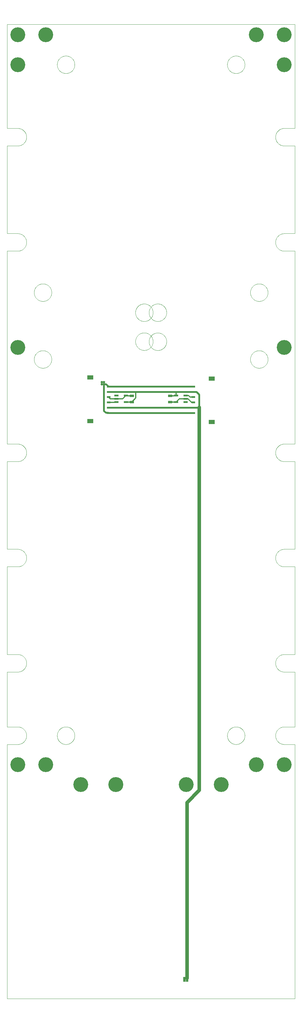
<source format=gbl>
G75*
%MOIN*%
%OFA0B0*%
%FSLAX25Y25*%
%IPPOS*%
%LPD*%
%AMOC8*
5,1,8,0,0,1.08239X$1,22.5*
%
%ADD10C,0.00004*%
%ADD11C,0.00394*%
%ADD12R,0.04724X0.02362*%
%ADD13R,0.03937X0.02362*%
%ADD14R,0.07087X0.04921*%
%ADD15R,0.04724X0.03150*%
%ADD16C,0.16693*%
%ADD17C,0.01200*%
%ADD18R,0.02978X0.02978*%
%ADD19C,0.04000*%
%ADD20C,0.02000*%
%ADD21C,0.02978*%
%ADD22C,0.02781*%
%ADD23C,0.16811*%
D10*
X0001063Y0001002D02*
X0323898Y0001002D01*
X0323898Y0286435D01*
X0312087Y0286435D01*
X0311847Y0286438D01*
X0311608Y0286447D01*
X0311369Y0286461D01*
X0311130Y0286482D01*
X0310891Y0286508D01*
X0310654Y0286540D01*
X0310417Y0286578D01*
X0310181Y0286621D01*
X0309947Y0286670D01*
X0309714Y0286725D01*
X0309482Y0286786D01*
X0309251Y0286852D01*
X0309023Y0286924D01*
X0308796Y0287002D01*
X0308571Y0287084D01*
X0308348Y0287173D01*
X0308127Y0287267D01*
X0307909Y0287366D01*
X0307693Y0287470D01*
X0307480Y0287580D01*
X0307270Y0287694D01*
X0307062Y0287814D01*
X0306857Y0287939D01*
X0306656Y0288069D01*
X0306458Y0288204D01*
X0306263Y0288343D01*
X0306071Y0288487D01*
X0305883Y0288636D01*
X0305699Y0288789D01*
X0305519Y0288947D01*
X0305342Y0289109D01*
X0305169Y0289276D01*
X0305001Y0289446D01*
X0304837Y0289621D01*
X0304677Y0289799D01*
X0304521Y0289982D01*
X0304370Y0290168D01*
X0304224Y0290358D01*
X0304082Y0290551D01*
X0303945Y0290747D01*
X0303812Y0290947D01*
X0303685Y0291150D01*
X0303563Y0291356D01*
X0303445Y0291566D01*
X0303333Y0291777D01*
X0303226Y0291992D01*
X0303124Y0292209D01*
X0303028Y0292428D01*
X0302937Y0292650D01*
X0302851Y0292874D01*
X0302771Y0293100D01*
X0302697Y0293328D01*
X0302628Y0293557D01*
X0302564Y0293788D01*
X0302506Y0294021D01*
X0302454Y0294255D01*
X0302408Y0294490D01*
X0302367Y0294726D01*
X0302332Y0294964D01*
X0302303Y0295201D01*
X0302280Y0295440D01*
X0302262Y0295679D01*
X0302251Y0295919D01*
X0302245Y0296158D01*
X0302245Y0296398D01*
X0302251Y0296637D01*
X0302262Y0296877D01*
X0302280Y0297116D01*
X0302303Y0297355D01*
X0302332Y0297592D01*
X0302367Y0297830D01*
X0302408Y0298066D01*
X0302454Y0298301D01*
X0302506Y0298535D01*
X0302564Y0298768D01*
X0302628Y0298999D01*
X0302697Y0299228D01*
X0302771Y0299456D01*
X0302851Y0299682D01*
X0302937Y0299906D01*
X0303028Y0300128D01*
X0303124Y0300347D01*
X0303226Y0300564D01*
X0303333Y0300779D01*
X0303445Y0300990D01*
X0303563Y0301200D01*
X0303685Y0301406D01*
X0303812Y0301609D01*
X0303945Y0301809D01*
X0304082Y0302005D01*
X0304224Y0302198D01*
X0304370Y0302388D01*
X0304521Y0302574D01*
X0304677Y0302757D01*
X0304837Y0302935D01*
X0305001Y0303110D01*
X0305169Y0303280D01*
X0305342Y0303447D01*
X0305519Y0303609D01*
X0305699Y0303767D01*
X0305883Y0303920D01*
X0306071Y0304069D01*
X0306263Y0304213D01*
X0306458Y0304352D01*
X0306656Y0304487D01*
X0306857Y0304617D01*
X0307062Y0304742D01*
X0307270Y0304862D01*
X0307480Y0304976D01*
X0307693Y0305086D01*
X0307909Y0305190D01*
X0308127Y0305289D01*
X0308348Y0305383D01*
X0308571Y0305472D01*
X0308796Y0305554D01*
X0309023Y0305632D01*
X0309251Y0305704D01*
X0309482Y0305770D01*
X0309714Y0305831D01*
X0309947Y0305886D01*
X0310181Y0305935D01*
X0310417Y0305978D01*
X0310654Y0306016D01*
X0310891Y0306048D01*
X0311130Y0306074D01*
X0311369Y0306095D01*
X0311608Y0306109D01*
X0311847Y0306118D01*
X0312087Y0306121D01*
X0312087Y0306120D02*
X0323898Y0306120D01*
X0323898Y0367734D01*
X0312087Y0367734D01*
X0311847Y0367737D01*
X0311608Y0367746D01*
X0311369Y0367760D01*
X0311130Y0367781D01*
X0310891Y0367807D01*
X0310654Y0367839D01*
X0310417Y0367877D01*
X0310181Y0367920D01*
X0309947Y0367969D01*
X0309714Y0368024D01*
X0309482Y0368085D01*
X0309251Y0368151D01*
X0309023Y0368223D01*
X0308796Y0368301D01*
X0308571Y0368383D01*
X0308348Y0368472D01*
X0308127Y0368566D01*
X0307909Y0368665D01*
X0307693Y0368769D01*
X0307480Y0368879D01*
X0307270Y0368993D01*
X0307062Y0369113D01*
X0306857Y0369238D01*
X0306656Y0369368D01*
X0306458Y0369503D01*
X0306263Y0369642D01*
X0306071Y0369786D01*
X0305883Y0369935D01*
X0305699Y0370088D01*
X0305519Y0370246D01*
X0305342Y0370408D01*
X0305169Y0370575D01*
X0305001Y0370745D01*
X0304837Y0370920D01*
X0304677Y0371098D01*
X0304521Y0371281D01*
X0304370Y0371467D01*
X0304224Y0371657D01*
X0304082Y0371850D01*
X0303945Y0372046D01*
X0303812Y0372246D01*
X0303685Y0372449D01*
X0303563Y0372655D01*
X0303445Y0372865D01*
X0303333Y0373076D01*
X0303226Y0373291D01*
X0303124Y0373508D01*
X0303028Y0373727D01*
X0302937Y0373949D01*
X0302851Y0374173D01*
X0302771Y0374399D01*
X0302697Y0374627D01*
X0302628Y0374856D01*
X0302564Y0375087D01*
X0302506Y0375320D01*
X0302454Y0375554D01*
X0302408Y0375789D01*
X0302367Y0376025D01*
X0302332Y0376263D01*
X0302303Y0376500D01*
X0302280Y0376739D01*
X0302262Y0376978D01*
X0302251Y0377218D01*
X0302245Y0377457D01*
X0302245Y0377697D01*
X0302251Y0377936D01*
X0302262Y0378176D01*
X0302280Y0378415D01*
X0302303Y0378654D01*
X0302332Y0378891D01*
X0302367Y0379129D01*
X0302408Y0379365D01*
X0302454Y0379600D01*
X0302506Y0379834D01*
X0302564Y0380067D01*
X0302628Y0380298D01*
X0302697Y0380527D01*
X0302771Y0380755D01*
X0302851Y0380981D01*
X0302937Y0381205D01*
X0303028Y0381427D01*
X0303124Y0381646D01*
X0303226Y0381863D01*
X0303333Y0382078D01*
X0303445Y0382289D01*
X0303563Y0382499D01*
X0303685Y0382705D01*
X0303812Y0382908D01*
X0303945Y0383108D01*
X0304082Y0383304D01*
X0304224Y0383497D01*
X0304370Y0383687D01*
X0304521Y0383873D01*
X0304677Y0384056D01*
X0304837Y0384234D01*
X0305001Y0384409D01*
X0305169Y0384579D01*
X0305342Y0384746D01*
X0305519Y0384908D01*
X0305699Y0385066D01*
X0305883Y0385219D01*
X0306071Y0385368D01*
X0306263Y0385512D01*
X0306458Y0385651D01*
X0306656Y0385786D01*
X0306857Y0385916D01*
X0307062Y0386041D01*
X0307270Y0386161D01*
X0307480Y0386275D01*
X0307693Y0386385D01*
X0307909Y0386489D01*
X0308127Y0386588D01*
X0308348Y0386682D01*
X0308571Y0386771D01*
X0308796Y0386853D01*
X0309023Y0386931D01*
X0309251Y0387003D01*
X0309482Y0387069D01*
X0309714Y0387130D01*
X0309947Y0387185D01*
X0310181Y0387234D01*
X0310417Y0387277D01*
X0310654Y0387315D01*
X0310891Y0387347D01*
X0311130Y0387373D01*
X0311369Y0387394D01*
X0311608Y0387408D01*
X0311847Y0387417D01*
X0312087Y0387420D01*
X0312087Y0387419D02*
X0323898Y0387419D01*
X0323898Y0485844D01*
X0312087Y0485844D01*
X0311847Y0485847D01*
X0311608Y0485856D01*
X0311369Y0485870D01*
X0311130Y0485891D01*
X0310891Y0485917D01*
X0310654Y0485949D01*
X0310417Y0485987D01*
X0310181Y0486030D01*
X0309947Y0486079D01*
X0309714Y0486134D01*
X0309482Y0486195D01*
X0309251Y0486261D01*
X0309023Y0486333D01*
X0308796Y0486411D01*
X0308571Y0486493D01*
X0308348Y0486582D01*
X0308127Y0486676D01*
X0307909Y0486775D01*
X0307693Y0486879D01*
X0307480Y0486989D01*
X0307270Y0487103D01*
X0307062Y0487223D01*
X0306857Y0487348D01*
X0306656Y0487478D01*
X0306458Y0487613D01*
X0306263Y0487752D01*
X0306071Y0487896D01*
X0305883Y0488045D01*
X0305699Y0488198D01*
X0305519Y0488356D01*
X0305342Y0488518D01*
X0305169Y0488685D01*
X0305001Y0488855D01*
X0304837Y0489030D01*
X0304677Y0489208D01*
X0304521Y0489391D01*
X0304370Y0489577D01*
X0304224Y0489767D01*
X0304082Y0489960D01*
X0303945Y0490156D01*
X0303812Y0490356D01*
X0303685Y0490559D01*
X0303563Y0490765D01*
X0303445Y0490975D01*
X0303333Y0491186D01*
X0303226Y0491401D01*
X0303124Y0491618D01*
X0303028Y0491837D01*
X0302937Y0492059D01*
X0302851Y0492283D01*
X0302771Y0492509D01*
X0302697Y0492737D01*
X0302628Y0492966D01*
X0302564Y0493197D01*
X0302506Y0493430D01*
X0302454Y0493664D01*
X0302408Y0493899D01*
X0302367Y0494135D01*
X0302332Y0494373D01*
X0302303Y0494610D01*
X0302280Y0494849D01*
X0302262Y0495088D01*
X0302251Y0495328D01*
X0302245Y0495567D01*
X0302245Y0495807D01*
X0302251Y0496046D01*
X0302262Y0496286D01*
X0302280Y0496525D01*
X0302303Y0496764D01*
X0302332Y0497001D01*
X0302367Y0497239D01*
X0302408Y0497475D01*
X0302454Y0497710D01*
X0302506Y0497944D01*
X0302564Y0498177D01*
X0302628Y0498408D01*
X0302697Y0498637D01*
X0302771Y0498865D01*
X0302851Y0499091D01*
X0302937Y0499315D01*
X0303028Y0499537D01*
X0303124Y0499756D01*
X0303226Y0499973D01*
X0303333Y0500188D01*
X0303445Y0500399D01*
X0303563Y0500609D01*
X0303685Y0500815D01*
X0303812Y0501018D01*
X0303945Y0501218D01*
X0304082Y0501414D01*
X0304224Y0501607D01*
X0304370Y0501797D01*
X0304521Y0501983D01*
X0304677Y0502166D01*
X0304837Y0502344D01*
X0305001Y0502519D01*
X0305169Y0502689D01*
X0305342Y0502856D01*
X0305519Y0503018D01*
X0305699Y0503176D01*
X0305883Y0503329D01*
X0306071Y0503478D01*
X0306263Y0503622D01*
X0306458Y0503761D01*
X0306656Y0503896D01*
X0306857Y0504026D01*
X0307062Y0504151D01*
X0307270Y0504271D01*
X0307480Y0504385D01*
X0307693Y0504495D01*
X0307909Y0504599D01*
X0308127Y0504698D01*
X0308348Y0504792D01*
X0308571Y0504881D01*
X0308796Y0504963D01*
X0309023Y0505041D01*
X0309251Y0505113D01*
X0309482Y0505179D01*
X0309714Y0505240D01*
X0309947Y0505295D01*
X0310181Y0505344D01*
X0310417Y0505387D01*
X0310654Y0505425D01*
X0310891Y0505457D01*
X0311130Y0505483D01*
X0311369Y0505504D01*
X0311608Y0505518D01*
X0311847Y0505527D01*
X0312087Y0505530D01*
X0323898Y0505530D01*
X0323898Y0603955D01*
X0312087Y0603955D01*
X0312087Y0603954D02*
X0311847Y0603957D01*
X0311608Y0603966D01*
X0311369Y0603980D01*
X0311130Y0604001D01*
X0310891Y0604027D01*
X0310654Y0604059D01*
X0310417Y0604097D01*
X0310181Y0604140D01*
X0309947Y0604189D01*
X0309714Y0604244D01*
X0309482Y0604305D01*
X0309251Y0604371D01*
X0309023Y0604443D01*
X0308796Y0604521D01*
X0308571Y0604603D01*
X0308348Y0604692D01*
X0308127Y0604786D01*
X0307909Y0604885D01*
X0307693Y0604989D01*
X0307480Y0605099D01*
X0307270Y0605213D01*
X0307062Y0605333D01*
X0306857Y0605458D01*
X0306656Y0605588D01*
X0306458Y0605723D01*
X0306263Y0605862D01*
X0306071Y0606006D01*
X0305883Y0606155D01*
X0305699Y0606308D01*
X0305519Y0606466D01*
X0305342Y0606628D01*
X0305169Y0606795D01*
X0305001Y0606965D01*
X0304837Y0607140D01*
X0304677Y0607318D01*
X0304521Y0607501D01*
X0304370Y0607687D01*
X0304224Y0607877D01*
X0304082Y0608070D01*
X0303945Y0608266D01*
X0303812Y0608466D01*
X0303685Y0608669D01*
X0303563Y0608876D01*
X0303445Y0609085D01*
X0303333Y0609296D01*
X0303226Y0609511D01*
X0303124Y0609728D01*
X0303028Y0609947D01*
X0302937Y0610169D01*
X0302851Y0610393D01*
X0302771Y0610619D01*
X0302697Y0610847D01*
X0302628Y0611076D01*
X0302564Y0611307D01*
X0302506Y0611540D01*
X0302454Y0611774D01*
X0302408Y0612009D01*
X0302367Y0612245D01*
X0302332Y0612483D01*
X0302303Y0612720D01*
X0302280Y0612959D01*
X0302262Y0613198D01*
X0302251Y0613438D01*
X0302245Y0613677D01*
X0302245Y0613917D01*
X0302251Y0614156D01*
X0302262Y0614396D01*
X0302280Y0614635D01*
X0302303Y0614874D01*
X0302332Y0615111D01*
X0302367Y0615349D01*
X0302408Y0615585D01*
X0302454Y0615820D01*
X0302506Y0616054D01*
X0302564Y0616287D01*
X0302628Y0616518D01*
X0302697Y0616747D01*
X0302771Y0616975D01*
X0302851Y0617201D01*
X0302937Y0617425D01*
X0303028Y0617647D01*
X0303124Y0617866D01*
X0303226Y0618083D01*
X0303333Y0618298D01*
X0303445Y0618509D01*
X0303563Y0618719D01*
X0303685Y0618925D01*
X0303812Y0619128D01*
X0303945Y0619328D01*
X0304082Y0619524D01*
X0304224Y0619717D01*
X0304370Y0619907D01*
X0304521Y0620093D01*
X0304677Y0620276D01*
X0304837Y0620454D01*
X0305001Y0620629D01*
X0305169Y0620799D01*
X0305342Y0620966D01*
X0305519Y0621128D01*
X0305699Y0621286D01*
X0305883Y0621439D01*
X0306071Y0621588D01*
X0306263Y0621732D01*
X0306458Y0621871D01*
X0306656Y0622006D01*
X0306857Y0622136D01*
X0307062Y0622261D01*
X0307270Y0622381D01*
X0307480Y0622495D01*
X0307693Y0622605D01*
X0307909Y0622709D01*
X0308127Y0622808D01*
X0308348Y0622902D01*
X0308571Y0622991D01*
X0308796Y0623073D01*
X0309023Y0623151D01*
X0309251Y0623223D01*
X0309482Y0623289D01*
X0309714Y0623350D01*
X0309947Y0623405D01*
X0310181Y0623454D01*
X0310417Y0623497D01*
X0310654Y0623535D01*
X0310891Y0623567D01*
X0311130Y0623593D01*
X0311369Y0623614D01*
X0311608Y0623628D01*
X0311847Y0623637D01*
X0312087Y0623640D01*
X0323898Y0623640D01*
X0323898Y0840175D01*
X0312087Y0840175D01*
X0311847Y0840178D01*
X0311608Y0840187D01*
X0311369Y0840201D01*
X0311130Y0840222D01*
X0310891Y0840248D01*
X0310654Y0840280D01*
X0310417Y0840318D01*
X0310181Y0840361D01*
X0309947Y0840410D01*
X0309714Y0840465D01*
X0309482Y0840526D01*
X0309251Y0840592D01*
X0309023Y0840664D01*
X0308796Y0840742D01*
X0308571Y0840824D01*
X0308348Y0840913D01*
X0308127Y0841007D01*
X0307909Y0841106D01*
X0307693Y0841210D01*
X0307480Y0841320D01*
X0307270Y0841434D01*
X0307062Y0841554D01*
X0306857Y0841679D01*
X0306656Y0841809D01*
X0306458Y0841944D01*
X0306263Y0842083D01*
X0306071Y0842227D01*
X0305883Y0842376D01*
X0305699Y0842529D01*
X0305519Y0842687D01*
X0305342Y0842849D01*
X0305169Y0843016D01*
X0305001Y0843186D01*
X0304837Y0843361D01*
X0304677Y0843539D01*
X0304521Y0843722D01*
X0304370Y0843908D01*
X0304224Y0844098D01*
X0304082Y0844291D01*
X0303945Y0844487D01*
X0303812Y0844687D01*
X0303685Y0844890D01*
X0303563Y0845097D01*
X0303445Y0845306D01*
X0303333Y0845517D01*
X0303226Y0845732D01*
X0303124Y0845949D01*
X0303028Y0846168D01*
X0302937Y0846390D01*
X0302851Y0846614D01*
X0302771Y0846840D01*
X0302697Y0847068D01*
X0302628Y0847297D01*
X0302564Y0847528D01*
X0302506Y0847761D01*
X0302454Y0847995D01*
X0302408Y0848230D01*
X0302367Y0848466D01*
X0302332Y0848704D01*
X0302303Y0848941D01*
X0302280Y0849180D01*
X0302262Y0849419D01*
X0302251Y0849659D01*
X0302245Y0849898D01*
X0302245Y0850138D01*
X0302251Y0850377D01*
X0302262Y0850617D01*
X0302280Y0850856D01*
X0302303Y0851095D01*
X0302332Y0851332D01*
X0302367Y0851570D01*
X0302408Y0851806D01*
X0302454Y0852041D01*
X0302506Y0852275D01*
X0302564Y0852508D01*
X0302628Y0852739D01*
X0302697Y0852968D01*
X0302771Y0853196D01*
X0302851Y0853422D01*
X0302937Y0853646D01*
X0303028Y0853868D01*
X0303124Y0854087D01*
X0303226Y0854304D01*
X0303333Y0854519D01*
X0303445Y0854730D01*
X0303563Y0854940D01*
X0303685Y0855146D01*
X0303812Y0855349D01*
X0303945Y0855549D01*
X0304082Y0855745D01*
X0304224Y0855938D01*
X0304370Y0856128D01*
X0304521Y0856314D01*
X0304677Y0856497D01*
X0304837Y0856675D01*
X0305001Y0856850D01*
X0305169Y0857020D01*
X0305342Y0857187D01*
X0305519Y0857349D01*
X0305699Y0857507D01*
X0305883Y0857660D01*
X0306071Y0857809D01*
X0306263Y0857953D01*
X0306458Y0858092D01*
X0306656Y0858227D01*
X0306857Y0858357D01*
X0307062Y0858482D01*
X0307270Y0858602D01*
X0307480Y0858716D01*
X0307693Y0858826D01*
X0307909Y0858930D01*
X0308127Y0859029D01*
X0308348Y0859123D01*
X0308571Y0859212D01*
X0308796Y0859294D01*
X0309023Y0859372D01*
X0309251Y0859444D01*
X0309482Y0859510D01*
X0309714Y0859571D01*
X0309947Y0859626D01*
X0310181Y0859675D01*
X0310417Y0859718D01*
X0310654Y0859756D01*
X0310891Y0859788D01*
X0311130Y0859814D01*
X0311369Y0859835D01*
X0311608Y0859849D01*
X0311847Y0859858D01*
X0312087Y0859861D01*
X0312087Y0859860D02*
X0323898Y0859860D01*
X0323898Y0958285D01*
X0312087Y0958285D01*
X0311847Y0958288D01*
X0311608Y0958297D01*
X0311369Y0958311D01*
X0311130Y0958332D01*
X0310891Y0958358D01*
X0310654Y0958390D01*
X0310417Y0958428D01*
X0310181Y0958471D01*
X0309947Y0958520D01*
X0309714Y0958575D01*
X0309482Y0958636D01*
X0309251Y0958702D01*
X0309023Y0958774D01*
X0308796Y0958852D01*
X0308571Y0958934D01*
X0308348Y0959023D01*
X0308127Y0959117D01*
X0307909Y0959216D01*
X0307693Y0959320D01*
X0307480Y0959430D01*
X0307270Y0959544D01*
X0307062Y0959664D01*
X0306857Y0959789D01*
X0306656Y0959919D01*
X0306458Y0960054D01*
X0306263Y0960193D01*
X0306071Y0960337D01*
X0305883Y0960486D01*
X0305699Y0960639D01*
X0305519Y0960797D01*
X0305342Y0960959D01*
X0305169Y0961126D01*
X0305001Y0961296D01*
X0304837Y0961471D01*
X0304677Y0961649D01*
X0304521Y0961832D01*
X0304370Y0962018D01*
X0304224Y0962208D01*
X0304082Y0962401D01*
X0303945Y0962597D01*
X0303812Y0962797D01*
X0303685Y0963000D01*
X0303563Y0963207D01*
X0303445Y0963416D01*
X0303333Y0963627D01*
X0303226Y0963842D01*
X0303124Y0964059D01*
X0303028Y0964278D01*
X0302937Y0964500D01*
X0302851Y0964724D01*
X0302771Y0964950D01*
X0302697Y0965178D01*
X0302628Y0965407D01*
X0302564Y0965638D01*
X0302506Y0965871D01*
X0302454Y0966105D01*
X0302408Y0966340D01*
X0302367Y0966576D01*
X0302332Y0966814D01*
X0302303Y0967051D01*
X0302280Y0967290D01*
X0302262Y0967529D01*
X0302251Y0967769D01*
X0302245Y0968008D01*
X0302245Y0968248D01*
X0302251Y0968487D01*
X0302262Y0968727D01*
X0302280Y0968966D01*
X0302303Y0969205D01*
X0302332Y0969442D01*
X0302367Y0969680D01*
X0302408Y0969916D01*
X0302454Y0970151D01*
X0302506Y0970385D01*
X0302564Y0970618D01*
X0302628Y0970849D01*
X0302697Y0971078D01*
X0302771Y0971306D01*
X0302851Y0971532D01*
X0302937Y0971756D01*
X0303028Y0971978D01*
X0303124Y0972197D01*
X0303226Y0972414D01*
X0303333Y0972629D01*
X0303445Y0972840D01*
X0303563Y0973050D01*
X0303685Y0973256D01*
X0303812Y0973459D01*
X0303945Y0973659D01*
X0304082Y0973855D01*
X0304224Y0974048D01*
X0304370Y0974238D01*
X0304521Y0974424D01*
X0304677Y0974607D01*
X0304837Y0974785D01*
X0305001Y0974960D01*
X0305169Y0975130D01*
X0305342Y0975297D01*
X0305519Y0975459D01*
X0305699Y0975617D01*
X0305883Y0975770D01*
X0306071Y0975919D01*
X0306263Y0976063D01*
X0306458Y0976202D01*
X0306656Y0976337D01*
X0306857Y0976467D01*
X0307062Y0976592D01*
X0307270Y0976712D01*
X0307480Y0976826D01*
X0307693Y0976936D01*
X0307909Y0977040D01*
X0308127Y0977139D01*
X0308348Y0977233D01*
X0308571Y0977322D01*
X0308796Y0977404D01*
X0309023Y0977482D01*
X0309251Y0977554D01*
X0309482Y0977620D01*
X0309714Y0977681D01*
X0309947Y0977736D01*
X0310181Y0977785D01*
X0310417Y0977828D01*
X0310654Y0977866D01*
X0310891Y0977898D01*
X0311130Y0977924D01*
X0311369Y0977945D01*
X0311608Y0977959D01*
X0311847Y0977968D01*
X0312087Y0977971D01*
X0312087Y0977970D02*
X0323898Y0977970D01*
X0323898Y1094703D01*
X0001063Y1094703D01*
X0001063Y0977970D01*
X0012874Y0977970D01*
X0012874Y0977971D02*
X0013114Y0977968D01*
X0013353Y0977959D01*
X0013592Y0977945D01*
X0013831Y0977924D01*
X0014070Y0977898D01*
X0014307Y0977866D01*
X0014544Y0977828D01*
X0014780Y0977785D01*
X0015014Y0977736D01*
X0015247Y0977681D01*
X0015479Y0977620D01*
X0015710Y0977554D01*
X0015938Y0977482D01*
X0016165Y0977404D01*
X0016390Y0977322D01*
X0016613Y0977233D01*
X0016834Y0977139D01*
X0017052Y0977040D01*
X0017268Y0976936D01*
X0017481Y0976826D01*
X0017691Y0976712D01*
X0017899Y0976592D01*
X0018104Y0976467D01*
X0018305Y0976337D01*
X0018503Y0976202D01*
X0018698Y0976063D01*
X0018890Y0975919D01*
X0019078Y0975770D01*
X0019262Y0975617D01*
X0019442Y0975459D01*
X0019619Y0975297D01*
X0019792Y0975130D01*
X0019960Y0974960D01*
X0020124Y0974785D01*
X0020284Y0974607D01*
X0020440Y0974424D01*
X0020591Y0974238D01*
X0020737Y0974048D01*
X0020879Y0973855D01*
X0021016Y0973659D01*
X0021149Y0973459D01*
X0021276Y0973256D01*
X0021398Y0973050D01*
X0021516Y0972840D01*
X0021628Y0972629D01*
X0021735Y0972414D01*
X0021837Y0972197D01*
X0021933Y0971978D01*
X0022024Y0971756D01*
X0022110Y0971532D01*
X0022190Y0971306D01*
X0022264Y0971078D01*
X0022333Y0970849D01*
X0022397Y0970618D01*
X0022455Y0970385D01*
X0022507Y0970151D01*
X0022553Y0969916D01*
X0022594Y0969680D01*
X0022629Y0969442D01*
X0022658Y0969205D01*
X0022681Y0968966D01*
X0022699Y0968727D01*
X0022710Y0968487D01*
X0022716Y0968248D01*
X0022716Y0968008D01*
X0022710Y0967769D01*
X0022699Y0967529D01*
X0022681Y0967290D01*
X0022658Y0967051D01*
X0022629Y0966814D01*
X0022594Y0966576D01*
X0022553Y0966340D01*
X0022507Y0966105D01*
X0022455Y0965871D01*
X0022397Y0965638D01*
X0022333Y0965407D01*
X0022264Y0965178D01*
X0022190Y0964950D01*
X0022110Y0964724D01*
X0022024Y0964500D01*
X0021933Y0964278D01*
X0021837Y0964059D01*
X0021735Y0963842D01*
X0021628Y0963627D01*
X0021516Y0963416D01*
X0021398Y0963207D01*
X0021276Y0963000D01*
X0021149Y0962797D01*
X0021016Y0962597D01*
X0020879Y0962401D01*
X0020737Y0962208D01*
X0020591Y0962018D01*
X0020440Y0961832D01*
X0020284Y0961649D01*
X0020124Y0961471D01*
X0019960Y0961296D01*
X0019792Y0961126D01*
X0019619Y0960959D01*
X0019442Y0960797D01*
X0019262Y0960639D01*
X0019078Y0960486D01*
X0018890Y0960337D01*
X0018698Y0960193D01*
X0018503Y0960054D01*
X0018305Y0959919D01*
X0018104Y0959789D01*
X0017899Y0959664D01*
X0017691Y0959544D01*
X0017481Y0959430D01*
X0017268Y0959320D01*
X0017052Y0959216D01*
X0016834Y0959117D01*
X0016613Y0959023D01*
X0016390Y0958934D01*
X0016165Y0958852D01*
X0015938Y0958774D01*
X0015710Y0958702D01*
X0015479Y0958636D01*
X0015247Y0958575D01*
X0015014Y0958520D01*
X0014780Y0958471D01*
X0014544Y0958428D01*
X0014307Y0958390D01*
X0014070Y0958358D01*
X0013831Y0958332D01*
X0013592Y0958311D01*
X0013353Y0958297D01*
X0013114Y0958288D01*
X0012874Y0958285D01*
X0001063Y0958285D01*
X0001063Y0859860D01*
X0012874Y0859860D01*
X0012874Y0859861D02*
X0013114Y0859858D01*
X0013353Y0859849D01*
X0013592Y0859835D01*
X0013831Y0859814D01*
X0014070Y0859788D01*
X0014307Y0859756D01*
X0014544Y0859718D01*
X0014780Y0859675D01*
X0015014Y0859626D01*
X0015247Y0859571D01*
X0015479Y0859510D01*
X0015710Y0859444D01*
X0015938Y0859372D01*
X0016165Y0859294D01*
X0016390Y0859212D01*
X0016613Y0859123D01*
X0016834Y0859029D01*
X0017052Y0858930D01*
X0017268Y0858826D01*
X0017481Y0858716D01*
X0017691Y0858602D01*
X0017899Y0858482D01*
X0018104Y0858357D01*
X0018305Y0858227D01*
X0018503Y0858092D01*
X0018698Y0857953D01*
X0018890Y0857809D01*
X0019078Y0857660D01*
X0019262Y0857507D01*
X0019442Y0857349D01*
X0019619Y0857187D01*
X0019792Y0857020D01*
X0019960Y0856850D01*
X0020124Y0856675D01*
X0020284Y0856497D01*
X0020440Y0856314D01*
X0020591Y0856128D01*
X0020737Y0855938D01*
X0020879Y0855745D01*
X0021016Y0855549D01*
X0021149Y0855349D01*
X0021276Y0855146D01*
X0021398Y0854940D01*
X0021516Y0854730D01*
X0021628Y0854519D01*
X0021735Y0854304D01*
X0021837Y0854087D01*
X0021933Y0853868D01*
X0022024Y0853646D01*
X0022110Y0853422D01*
X0022190Y0853196D01*
X0022264Y0852968D01*
X0022333Y0852739D01*
X0022397Y0852508D01*
X0022455Y0852275D01*
X0022507Y0852041D01*
X0022553Y0851806D01*
X0022594Y0851570D01*
X0022629Y0851332D01*
X0022658Y0851095D01*
X0022681Y0850856D01*
X0022699Y0850617D01*
X0022710Y0850377D01*
X0022716Y0850138D01*
X0022716Y0849898D01*
X0022710Y0849659D01*
X0022699Y0849419D01*
X0022681Y0849180D01*
X0022658Y0848941D01*
X0022629Y0848704D01*
X0022594Y0848466D01*
X0022553Y0848230D01*
X0022507Y0847995D01*
X0022455Y0847761D01*
X0022397Y0847528D01*
X0022333Y0847297D01*
X0022264Y0847068D01*
X0022190Y0846840D01*
X0022110Y0846614D01*
X0022024Y0846390D01*
X0021933Y0846168D01*
X0021837Y0845949D01*
X0021735Y0845732D01*
X0021628Y0845517D01*
X0021516Y0845306D01*
X0021398Y0845097D01*
X0021276Y0844890D01*
X0021149Y0844687D01*
X0021016Y0844487D01*
X0020879Y0844291D01*
X0020737Y0844098D01*
X0020591Y0843908D01*
X0020440Y0843722D01*
X0020284Y0843539D01*
X0020124Y0843361D01*
X0019960Y0843186D01*
X0019792Y0843016D01*
X0019619Y0842849D01*
X0019442Y0842687D01*
X0019262Y0842529D01*
X0019078Y0842376D01*
X0018890Y0842227D01*
X0018698Y0842083D01*
X0018503Y0841944D01*
X0018305Y0841809D01*
X0018104Y0841679D01*
X0017899Y0841554D01*
X0017691Y0841434D01*
X0017481Y0841320D01*
X0017268Y0841210D01*
X0017052Y0841106D01*
X0016834Y0841007D01*
X0016613Y0840913D01*
X0016390Y0840824D01*
X0016165Y0840742D01*
X0015938Y0840664D01*
X0015710Y0840592D01*
X0015479Y0840526D01*
X0015247Y0840465D01*
X0015014Y0840410D01*
X0014780Y0840361D01*
X0014544Y0840318D01*
X0014307Y0840280D01*
X0014070Y0840248D01*
X0013831Y0840222D01*
X0013592Y0840201D01*
X0013353Y0840187D01*
X0013114Y0840178D01*
X0012874Y0840175D01*
X0001063Y0840175D01*
X0001063Y0623640D01*
X0012874Y0623640D01*
X0013114Y0623637D01*
X0013353Y0623628D01*
X0013592Y0623614D01*
X0013831Y0623593D01*
X0014070Y0623567D01*
X0014307Y0623535D01*
X0014544Y0623497D01*
X0014780Y0623454D01*
X0015014Y0623405D01*
X0015247Y0623350D01*
X0015479Y0623289D01*
X0015710Y0623223D01*
X0015938Y0623151D01*
X0016165Y0623073D01*
X0016390Y0622991D01*
X0016613Y0622902D01*
X0016834Y0622808D01*
X0017052Y0622709D01*
X0017268Y0622605D01*
X0017481Y0622495D01*
X0017691Y0622381D01*
X0017899Y0622261D01*
X0018104Y0622136D01*
X0018305Y0622006D01*
X0018503Y0621871D01*
X0018698Y0621732D01*
X0018890Y0621588D01*
X0019078Y0621439D01*
X0019262Y0621286D01*
X0019442Y0621128D01*
X0019619Y0620966D01*
X0019792Y0620799D01*
X0019960Y0620629D01*
X0020124Y0620454D01*
X0020284Y0620276D01*
X0020440Y0620093D01*
X0020591Y0619907D01*
X0020737Y0619717D01*
X0020879Y0619524D01*
X0021016Y0619328D01*
X0021149Y0619128D01*
X0021276Y0618925D01*
X0021398Y0618719D01*
X0021516Y0618509D01*
X0021628Y0618298D01*
X0021735Y0618083D01*
X0021837Y0617866D01*
X0021933Y0617647D01*
X0022024Y0617425D01*
X0022110Y0617201D01*
X0022190Y0616975D01*
X0022264Y0616747D01*
X0022333Y0616518D01*
X0022397Y0616287D01*
X0022455Y0616054D01*
X0022507Y0615820D01*
X0022553Y0615585D01*
X0022594Y0615349D01*
X0022629Y0615111D01*
X0022658Y0614874D01*
X0022681Y0614635D01*
X0022699Y0614396D01*
X0022710Y0614156D01*
X0022716Y0613917D01*
X0022716Y0613677D01*
X0022710Y0613438D01*
X0022699Y0613198D01*
X0022681Y0612959D01*
X0022658Y0612720D01*
X0022629Y0612483D01*
X0022594Y0612245D01*
X0022553Y0612009D01*
X0022507Y0611774D01*
X0022455Y0611540D01*
X0022397Y0611307D01*
X0022333Y0611076D01*
X0022264Y0610847D01*
X0022190Y0610619D01*
X0022110Y0610393D01*
X0022024Y0610169D01*
X0021933Y0609947D01*
X0021837Y0609728D01*
X0021735Y0609511D01*
X0021628Y0609296D01*
X0021516Y0609085D01*
X0021398Y0608876D01*
X0021276Y0608669D01*
X0021149Y0608466D01*
X0021016Y0608266D01*
X0020879Y0608070D01*
X0020737Y0607877D01*
X0020591Y0607687D01*
X0020440Y0607501D01*
X0020284Y0607318D01*
X0020124Y0607140D01*
X0019960Y0606965D01*
X0019792Y0606795D01*
X0019619Y0606628D01*
X0019442Y0606466D01*
X0019262Y0606308D01*
X0019078Y0606155D01*
X0018890Y0606006D01*
X0018698Y0605862D01*
X0018503Y0605723D01*
X0018305Y0605588D01*
X0018104Y0605458D01*
X0017899Y0605333D01*
X0017691Y0605213D01*
X0017481Y0605099D01*
X0017268Y0604989D01*
X0017052Y0604885D01*
X0016834Y0604786D01*
X0016613Y0604692D01*
X0016390Y0604603D01*
X0016165Y0604521D01*
X0015938Y0604443D01*
X0015710Y0604371D01*
X0015479Y0604305D01*
X0015247Y0604244D01*
X0015014Y0604189D01*
X0014780Y0604140D01*
X0014544Y0604097D01*
X0014307Y0604059D01*
X0014070Y0604027D01*
X0013831Y0604001D01*
X0013592Y0603980D01*
X0013353Y0603966D01*
X0013114Y0603957D01*
X0012874Y0603954D01*
X0012874Y0603955D02*
X0001063Y0603955D01*
X0001063Y0505530D01*
X0012874Y0505530D01*
X0013114Y0505527D01*
X0013353Y0505518D01*
X0013592Y0505504D01*
X0013831Y0505483D01*
X0014070Y0505457D01*
X0014307Y0505425D01*
X0014544Y0505387D01*
X0014780Y0505344D01*
X0015014Y0505295D01*
X0015247Y0505240D01*
X0015479Y0505179D01*
X0015710Y0505113D01*
X0015938Y0505041D01*
X0016165Y0504963D01*
X0016390Y0504881D01*
X0016613Y0504792D01*
X0016834Y0504698D01*
X0017052Y0504599D01*
X0017268Y0504495D01*
X0017481Y0504385D01*
X0017691Y0504271D01*
X0017899Y0504151D01*
X0018104Y0504026D01*
X0018305Y0503896D01*
X0018503Y0503761D01*
X0018698Y0503622D01*
X0018890Y0503478D01*
X0019078Y0503329D01*
X0019262Y0503176D01*
X0019442Y0503018D01*
X0019619Y0502856D01*
X0019792Y0502689D01*
X0019960Y0502519D01*
X0020124Y0502344D01*
X0020284Y0502166D01*
X0020440Y0501983D01*
X0020591Y0501797D01*
X0020737Y0501607D01*
X0020879Y0501414D01*
X0021016Y0501218D01*
X0021149Y0501018D01*
X0021276Y0500815D01*
X0021398Y0500609D01*
X0021516Y0500399D01*
X0021628Y0500188D01*
X0021735Y0499973D01*
X0021837Y0499756D01*
X0021933Y0499537D01*
X0022024Y0499315D01*
X0022110Y0499091D01*
X0022190Y0498865D01*
X0022264Y0498637D01*
X0022333Y0498408D01*
X0022397Y0498177D01*
X0022455Y0497944D01*
X0022507Y0497710D01*
X0022553Y0497475D01*
X0022594Y0497239D01*
X0022629Y0497001D01*
X0022658Y0496764D01*
X0022681Y0496525D01*
X0022699Y0496286D01*
X0022710Y0496046D01*
X0022716Y0495807D01*
X0022716Y0495567D01*
X0022710Y0495328D01*
X0022699Y0495088D01*
X0022681Y0494849D01*
X0022658Y0494610D01*
X0022629Y0494373D01*
X0022594Y0494135D01*
X0022553Y0493899D01*
X0022507Y0493664D01*
X0022455Y0493430D01*
X0022397Y0493197D01*
X0022333Y0492966D01*
X0022264Y0492737D01*
X0022190Y0492509D01*
X0022110Y0492283D01*
X0022024Y0492059D01*
X0021933Y0491837D01*
X0021837Y0491618D01*
X0021735Y0491401D01*
X0021628Y0491186D01*
X0021516Y0490975D01*
X0021398Y0490766D01*
X0021276Y0490559D01*
X0021149Y0490356D01*
X0021016Y0490156D01*
X0020879Y0489960D01*
X0020737Y0489767D01*
X0020591Y0489577D01*
X0020440Y0489391D01*
X0020284Y0489208D01*
X0020124Y0489030D01*
X0019960Y0488855D01*
X0019792Y0488685D01*
X0019619Y0488518D01*
X0019442Y0488356D01*
X0019262Y0488198D01*
X0019078Y0488045D01*
X0018890Y0487896D01*
X0018698Y0487752D01*
X0018503Y0487613D01*
X0018305Y0487478D01*
X0018104Y0487348D01*
X0017899Y0487223D01*
X0017691Y0487103D01*
X0017481Y0486989D01*
X0017268Y0486879D01*
X0017052Y0486775D01*
X0016834Y0486676D01*
X0016613Y0486582D01*
X0016390Y0486493D01*
X0016165Y0486411D01*
X0015938Y0486333D01*
X0015710Y0486261D01*
X0015479Y0486195D01*
X0015247Y0486134D01*
X0015014Y0486079D01*
X0014780Y0486030D01*
X0014544Y0485987D01*
X0014307Y0485949D01*
X0014070Y0485917D01*
X0013831Y0485891D01*
X0013592Y0485870D01*
X0013353Y0485856D01*
X0013114Y0485847D01*
X0012874Y0485844D01*
X0001063Y0485844D01*
X0001063Y0387419D01*
X0012874Y0387419D01*
X0012874Y0387420D02*
X0013114Y0387417D01*
X0013353Y0387408D01*
X0013592Y0387394D01*
X0013831Y0387373D01*
X0014070Y0387347D01*
X0014307Y0387315D01*
X0014544Y0387277D01*
X0014780Y0387234D01*
X0015014Y0387185D01*
X0015247Y0387130D01*
X0015479Y0387069D01*
X0015710Y0387003D01*
X0015938Y0386931D01*
X0016165Y0386853D01*
X0016390Y0386771D01*
X0016613Y0386682D01*
X0016834Y0386588D01*
X0017052Y0386489D01*
X0017268Y0386385D01*
X0017481Y0386275D01*
X0017691Y0386161D01*
X0017899Y0386041D01*
X0018104Y0385916D01*
X0018305Y0385786D01*
X0018503Y0385651D01*
X0018698Y0385512D01*
X0018890Y0385368D01*
X0019078Y0385219D01*
X0019262Y0385066D01*
X0019442Y0384908D01*
X0019619Y0384746D01*
X0019792Y0384579D01*
X0019960Y0384409D01*
X0020124Y0384234D01*
X0020284Y0384056D01*
X0020440Y0383873D01*
X0020591Y0383687D01*
X0020737Y0383497D01*
X0020879Y0383304D01*
X0021016Y0383108D01*
X0021149Y0382908D01*
X0021276Y0382705D01*
X0021398Y0382499D01*
X0021516Y0382289D01*
X0021628Y0382078D01*
X0021735Y0381863D01*
X0021837Y0381646D01*
X0021933Y0381427D01*
X0022024Y0381205D01*
X0022110Y0380981D01*
X0022190Y0380755D01*
X0022264Y0380527D01*
X0022333Y0380298D01*
X0022397Y0380067D01*
X0022455Y0379834D01*
X0022507Y0379600D01*
X0022553Y0379365D01*
X0022594Y0379129D01*
X0022629Y0378891D01*
X0022658Y0378654D01*
X0022681Y0378415D01*
X0022699Y0378176D01*
X0022710Y0377936D01*
X0022716Y0377697D01*
X0022716Y0377457D01*
X0022710Y0377218D01*
X0022699Y0376978D01*
X0022681Y0376739D01*
X0022658Y0376500D01*
X0022629Y0376263D01*
X0022594Y0376025D01*
X0022553Y0375789D01*
X0022507Y0375554D01*
X0022455Y0375320D01*
X0022397Y0375087D01*
X0022333Y0374856D01*
X0022264Y0374627D01*
X0022190Y0374399D01*
X0022110Y0374173D01*
X0022024Y0373949D01*
X0021933Y0373727D01*
X0021837Y0373508D01*
X0021735Y0373291D01*
X0021628Y0373076D01*
X0021516Y0372865D01*
X0021398Y0372656D01*
X0021276Y0372449D01*
X0021149Y0372246D01*
X0021016Y0372046D01*
X0020879Y0371850D01*
X0020737Y0371657D01*
X0020591Y0371467D01*
X0020440Y0371281D01*
X0020284Y0371098D01*
X0020124Y0370920D01*
X0019960Y0370745D01*
X0019792Y0370575D01*
X0019619Y0370408D01*
X0019442Y0370246D01*
X0019262Y0370088D01*
X0019078Y0369935D01*
X0018890Y0369786D01*
X0018698Y0369642D01*
X0018503Y0369503D01*
X0018305Y0369368D01*
X0018104Y0369238D01*
X0017899Y0369113D01*
X0017691Y0368993D01*
X0017481Y0368879D01*
X0017268Y0368769D01*
X0017052Y0368665D01*
X0016834Y0368566D01*
X0016613Y0368472D01*
X0016390Y0368383D01*
X0016165Y0368301D01*
X0015938Y0368223D01*
X0015710Y0368151D01*
X0015479Y0368085D01*
X0015247Y0368024D01*
X0015014Y0367969D01*
X0014780Y0367920D01*
X0014544Y0367877D01*
X0014307Y0367839D01*
X0014070Y0367807D01*
X0013831Y0367781D01*
X0013592Y0367760D01*
X0013353Y0367746D01*
X0013114Y0367737D01*
X0012874Y0367734D01*
X0001063Y0367734D01*
X0001063Y0306120D01*
X0012874Y0306120D01*
X0012874Y0306121D02*
X0013114Y0306118D01*
X0013353Y0306109D01*
X0013592Y0306095D01*
X0013831Y0306074D01*
X0014070Y0306048D01*
X0014307Y0306016D01*
X0014544Y0305978D01*
X0014780Y0305935D01*
X0015014Y0305886D01*
X0015247Y0305831D01*
X0015479Y0305770D01*
X0015710Y0305704D01*
X0015938Y0305632D01*
X0016165Y0305554D01*
X0016390Y0305472D01*
X0016613Y0305383D01*
X0016834Y0305289D01*
X0017052Y0305190D01*
X0017268Y0305086D01*
X0017481Y0304976D01*
X0017691Y0304862D01*
X0017899Y0304742D01*
X0018104Y0304617D01*
X0018305Y0304487D01*
X0018503Y0304352D01*
X0018698Y0304213D01*
X0018890Y0304069D01*
X0019078Y0303920D01*
X0019262Y0303767D01*
X0019442Y0303609D01*
X0019619Y0303447D01*
X0019792Y0303280D01*
X0019960Y0303110D01*
X0020124Y0302935D01*
X0020284Y0302757D01*
X0020440Y0302574D01*
X0020591Y0302388D01*
X0020737Y0302198D01*
X0020879Y0302005D01*
X0021016Y0301809D01*
X0021149Y0301609D01*
X0021276Y0301406D01*
X0021398Y0301200D01*
X0021516Y0300990D01*
X0021628Y0300779D01*
X0021735Y0300564D01*
X0021837Y0300347D01*
X0021933Y0300128D01*
X0022024Y0299906D01*
X0022110Y0299682D01*
X0022190Y0299456D01*
X0022264Y0299228D01*
X0022333Y0298999D01*
X0022397Y0298768D01*
X0022455Y0298535D01*
X0022507Y0298301D01*
X0022553Y0298066D01*
X0022594Y0297830D01*
X0022629Y0297592D01*
X0022658Y0297355D01*
X0022681Y0297116D01*
X0022699Y0296877D01*
X0022710Y0296637D01*
X0022716Y0296398D01*
X0022716Y0296158D01*
X0022710Y0295919D01*
X0022699Y0295679D01*
X0022681Y0295440D01*
X0022658Y0295201D01*
X0022629Y0294964D01*
X0022594Y0294726D01*
X0022553Y0294490D01*
X0022507Y0294255D01*
X0022455Y0294021D01*
X0022397Y0293788D01*
X0022333Y0293557D01*
X0022264Y0293328D01*
X0022190Y0293100D01*
X0022110Y0292874D01*
X0022024Y0292650D01*
X0021933Y0292428D01*
X0021837Y0292209D01*
X0021735Y0291992D01*
X0021628Y0291777D01*
X0021516Y0291566D01*
X0021398Y0291357D01*
X0021276Y0291150D01*
X0021149Y0290947D01*
X0021016Y0290747D01*
X0020879Y0290551D01*
X0020737Y0290358D01*
X0020591Y0290168D01*
X0020440Y0289982D01*
X0020284Y0289799D01*
X0020124Y0289621D01*
X0019960Y0289446D01*
X0019792Y0289276D01*
X0019619Y0289109D01*
X0019442Y0288947D01*
X0019262Y0288789D01*
X0019078Y0288636D01*
X0018890Y0288487D01*
X0018698Y0288343D01*
X0018503Y0288204D01*
X0018305Y0288069D01*
X0018104Y0287939D01*
X0017899Y0287814D01*
X0017691Y0287694D01*
X0017481Y0287580D01*
X0017268Y0287470D01*
X0017052Y0287366D01*
X0016834Y0287267D01*
X0016613Y0287173D01*
X0016390Y0287084D01*
X0016165Y0287002D01*
X0015938Y0286924D01*
X0015710Y0286852D01*
X0015479Y0286786D01*
X0015247Y0286725D01*
X0015014Y0286670D01*
X0014780Y0286621D01*
X0014544Y0286578D01*
X0014307Y0286540D01*
X0014070Y0286508D01*
X0013831Y0286482D01*
X0013592Y0286461D01*
X0013353Y0286447D01*
X0013114Y0286438D01*
X0012874Y0286435D01*
X0001063Y0286435D01*
X0001063Y0001002D01*
X0008187Y0263600D02*
X0008189Y0263736D01*
X0008195Y0263873D01*
X0008205Y0264008D01*
X0008219Y0264144D01*
X0008236Y0264279D01*
X0008258Y0264414D01*
X0008284Y0264548D01*
X0008313Y0264681D01*
X0008347Y0264813D01*
X0008384Y0264944D01*
X0008425Y0265074D01*
X0008470Y0265203D01*
X0008518Y0265330D01*
X0008570Y0265456D01*
X0008626Y0265581D01*
X0008686Y0265704D01*
X0008748Y0265824D01*
X0008815Y0265943D01*
X0008885Y0266061D01*
X0008958Y0266176D01*
X0009035Y0266288D01*
X0009114Y0266399D01*
X0009197Y0266507D01*
X0009284Y0266613D01*
X0009373Y0266716D01*
X0009465Y0266816D01*
X0009560Y0266914D01*
X0009658Y0267009D01*
X0009758Y0267101D01*
X0009861Y0267190D01*
X0009967Y0267277D01*
X0010075Y0267360D01*
X0010186Y0267439D01*
X0010298Y0267516D01*
X0010413Y0267589D01*
X0010530Y0267659D01*
X0010650Y0267726D01*
X0010770Y0267788D01*
X0010893Y0267848D01*
X0011018Y0267904D01*
X0011144Y0267956D01*
X0011271Y0268004D01*
X0011400Y0268049D01*
X0011530Y0268090D01*
X0011661Y0268127D01*
X0011793Y0268161D01*
X0011926Y0268190D01*
X0012060Y0268216D01*
X0012195Y0268238D01*
X0012330Y0268255D01*
X0012466Y0268269D01*
X0012601Y0268279D01*
X0012738Y0268285D01*
X0012874Y0268287D01*
X0013010Y0268285D01*
X0013147Y0268279D01*
X0013282Y0268269D01*
X0013418Y0268255D01*
X0013553Y0268238D01*
X0013688Y0268216D01*
X0013822Y0268190D01*
X0013955Y0268161D01*
X0014087Y0268127D01*
X0014218Y0268090D01*
X0014348Y0268049D01*
X0014477Y0268004D01*
X0014604Y0267956D01*
X0014730Y0267904D01*
X0014855Y0267848D01*
X0014978Y0267788D01*
X0015098Y0267726D01*
X0015217Y0267659D01*
X0015335Y0267589D01*
X0015450Y0267516D01*
X0015562Y0267439D01*
X0015673Y0267360D01*
X0015781Y0267277D01*
X0015887Y0267190D01*
X0015990Y0267101D01*
X0016090Y0267009D01*
X0016188Y0266914D01*
X0016283Y0266816D01*
X0016375Y0266716D01*
X0016464Y0266613D01*
X0016551Y0266507D01*
X0016634Y0266399D01*
X0016713Y0266288D01*
X0016790Y0266176D01*
X0016863Y0266061D01*
X0016933Y0265943D01*
X0017000Y0265824D01*
X0017062Y0265704D01*
X0017122Y0265581D01*
X0017178Y0265456D01*
X0017230Y0265330D01*
X0017278Y0265203D01*
X0017323Y0265074D01*
X0017364Y0264944D01*
X0017401Y0264813D01*
X0017435Y0264681D01*
X0017464Y0264548D01*
X0017490Y0264414D01*
X0017512Y0264279D01*
X0017529Y0264144D01*
X0017543Y0264008D01*
X0017553Y0263873D01*
X0017559Y0263736D01*
X0017561Y0263600D01*
X0017559Y0263464D01*
X0017553Y0263327D01*
X0017543Y0263192D01*
X0017529Y0263056D01*
X0017512Y0262921D01*
X0017490Y0262786D01*
X0017464Y0262652D01*
X0017435Y0262519D01*
X0017401Y0262387D01*
X0017364Y0262256D01*
X0017323Y0262126D01*
X0017278Y0261997D01*
X0017230Y0261870D01*
X0017178Y0261744D01*
X0017122Y0261619D01*
X0017062Y0261496D01*
X0017000Y0261376D01*
X0016933Y0261256D01*
X0016863Y0261139D01*
X0016790Y0261024D01*
X0016713Y0260912D01*
X0016634Y0260801D01*
X0016551Y0260693D01*
X0016464Y0260587D01*
X0016375Y0260484D01*
X0016283Y0260384D01*
X0016188Y0260286D01*
X0016090Y0260191D01*
X0015990Y0260099D01*
X0015887Y0260010D01*
X0015781Y0259923D01*
X0015673Y0259840D01*
X0015562Y0259761D01*
X0015450Y0259684D01*
X0015335Y0259611D01*
X0015218Y0259541D01*
X0015098Y0259474D01*
X0014978Y0259412D01*
X0014855Y0259352D01*
X0014730Y0259296D01*
X0014604Y0259244D01*
X0014477Y0259196D01*
X0014348Y0259151D01*
X0014218Y0259110D01*
X0014087Y0259073D01*
X0013955Y0259039D01*
X0013822Y0259010D01*
X0013688Y0258984D01*
X0013553Y0258962D01*
X0013418Y0258945D01*
X0013282Y0258931D01*
X0013147Y0258921D01*
X0013010Y0258915D01*
X0012874Y0258913D01*
X0012738Y0258915D01*
X0012601Y0258921D01*
X0012466Y0258931D01*
X0012330Y0258945D01*
X0012195Y0258962D01*
X0012060Y0258984D01*
X0011926Y0259010D01*
X0011793Y0259039D01*
X0011661Y0259073D01*
X0011530Y0259110D01*
X0011400Y0259151D01*
X0011271Y0259196D01*
X0011144Y0259244D01*
X0011018Y0259296D01*
X0010893Y0259352D01*
X0010770Y0259412D01*
X0010650Y0259474D01*
X0010530Y0259541D01*
X0010413Y0259611D01*
X0010298Y0259684D01*
X0010186Y0259761D01*
X0010075Y0259840D01*
X0009967Y0259923D01*
X0009861Y0260010D01*
X0009758Y0260099D01*
X0009658Y0260191D01*
X0009560Y0260286D01*
X0009465Y0260384D01*
X0009373Y0260484D01*
X0009284Y0260587D01*
X0009197Y0260693D01*
X0009114Y0260801D01*
X0009035Y0260912D01*
X0008958Y0261024D01*
X0008885Y0261139D01*
X0008815Y0261256D01*
X0008748Y0261376D01*
X0008686Y0261496D01*
X0008626Y0261619D01*
X0008570Y0261744D01*
X0008518Y0261870D01*
X0008470Y0261997D01*
X0008425Y0262126D01*
X0008384Y0262256D01*
X0008347Y0262387D01*
X0008313Y0262519D01*
X0008284Y0262652D01*
X0008258Y0262786D01*
X0008236Y0262921D01*
X0008219Y0263056D01*
X0008205Y0263192D01*
X0008195Y0263327D01*
X0008189Y0263464D01*
X0008187Y0263600D01*
X0039683Y0263600D02*
X0039685Y0263736D01*
X0039691Y0263873D01*
X0039701Y0264008D01*
X0039715Y0264144D01*
X0039732Y0264279D01*
X0039754Y0264414D01*
X0039780Y0264548D01*
X0039809Y0264681D01*
X0039843Y0264813D01*
X0039880Y0264944D01*
X0039921Y0265074D01*
X0039966Y0265203D01*
X0040014Y0265330D01*
X0040066Y0265456D01*
X0040122Y0265581D01*
X0040182Y0265704D01*
X0040244Y0265824D01*
X0040311Y0265943D01*
X0040381Y0266061D01*
X0040454Y0266176D01*
X0040531Y0266288D01*
X0040610Y0266399D01*
X0040693Y0266507D01*
X0040780Y0266613D01*
X0040869Y0266716D01*
X0040961Y0266816D01*
X0041056Y0266914D01*
X0041154Y0267009D01*
X0041254Y0267101D01*
X0041357Y0267190D01*
X0041463Y0267277D01*
X0041571Y0267360D01*
X0041682Y0267439D01*
X0041794Y0267516D01*
X0041909Y0267589D01*
X0042026Y0267659D01*
X0042146Y0267726D01*
X0042266Y0267788D01*
X0042389Y0267848D01*
X0042514Y0267904D01*
X0042640Y0267956D01*
X0042767Y0268004D01*
X0042896Y0268049D01*
X0043026Y0268090D01*
X0043157Y0268127D01*
X0043289Y0268161D01*
X0043422Y0268190D01*
X0043556Y0268216D01*
X0043691Y0268238D01*
X0043826Y0268255D01*
X0043962Y0268269D01*
X0044097Y0268279D01*
X0044234Y0268285D01*
X0044370Y0268287D01*
X0044506Y0268285D01*
X0044643Y0268279D01*
X0044778Y0268269D01*
X0044914Y0268255D01*
X0045049Y0268238D01*
X0045184Y0268216D01*
X0045318Y0268190D01*
X0045451Y0268161D01*
X0045583Y0268127D01*
X0045714Y0268090D01*
X0045844Y0268049D01*
X0045973Y0268004D01*
X0046100Y0267956D01*
X0046226Y0267904D01*
X0046351Y0267848D01*
X0046474Y0267788D01*
X0046594Y0267726D01*
X0046713Y0267659D01*
X0046831Y0267589D01*
X0046946Y0267516D01*
X0047058Y0267439D01*
X0047169Y0267360D01*
X0047277Y0267277D01*
X0047383Y0267190D01*
X0047486Y0267101D01*
X0047586Y0267009D01*
X0047684Y0266914D01*
X0047779Y0266816D01*
X0047871Y0266716D01*
X0047960Y0266613D01*
X0048047Y0266507D01*
X0048130Y0266399D01*
X0048209Y0266288D01*
X0048286Y0266176D01*
X0048359Y0266061D01*
X0048429Y0265943D01*
X0048496Y0265824D01*
X0048558Y0265704D01*
X0048618Y0265581D01*
X0048674Y0265456D01*
X0048726Y0265330D01*
X0048774Y0265203D01*
X0048819Y0265074D01*
X0048860Y0264944D01*
X0048897Y0264813D01*
X0048931Y0264681D01*
X0048960Y0264548D01*
X0048986Y0264414D01*
X0049008Y0264279D01*
X0049025Y0264144D01*
X0049039Y0264008D01*
X0049049Y0263873D01*
X0049055Y0263736D01*
X0049057Y0263600D01*
X0049055Y0263464D01*
X0049049Y0263327D01*
X0049039Y0263192D01*
X0049025Y0263056D01*
X0049008Y0262921D01*
X0048986Y0262786D01*
X0048960Y0262652D01*
X0048931Y0262519D01*
X0048897Y0262387D01*
X0048860Y0262256D01*
X0048819Y0262126D01*
X0048774Y0261997D01*
X0048726Y0261870D01*
X0048674Y0261744D01*
X0048618Y0261619D01*
X0048558Y0261496D01*
X0048496Y0261376D01*
X0048429Y0261256D01*
X0048359Y0261139D01*
X0048286Y0261024D01*
X0048209Y0260912D01*
X0048130Y0260801D01*
X0048047Y0260693D01*
X0047960Y0260587D01*
X0047871Y0260484D01*
X0047779Y0260384D01*
X0047684Y0260286D01*
X0047586Y0260191D01*
X0047486Y0260099D01*
X0047383Y0260010D01*
X0047277Y0259923D01*
X0047169Y0259840D01*
X0047058Y0259761D01*
X0046946Y0259684D01*
X0046831Y0259611D01*
X0046714Y0259541D01*
X0046594Y0259474D01*
X0046474Y0259412D01*
X0046351Y0259352D01*
X0046226Y0259296D01*
X0046100Y0259244D01*
X0045973Y0259196D01*
X0045844Y0259151D01*
X0045714Y0259110D01*
X0045583Y0259073D01*
X0045451Y0259039D01*
X0045318Y0259010D01*
X0045184Y0258984D01*
X0045049Y0258962D01*
X0044914Y0258945D01*
X0044778Y0258931D01*
X0044643Y0258921D01*
X0044506Y0258915D01*
X0044370Y0258913D01*
X0044234Y0258915D01*
X0044097Y0258921D01*
X0043962Y0258931D01*
X0043826Y0258945D01*
X0043691Y0258962D01*
X0043556Y0258984D01*
X0043422Y0259010D01*
X0043289Y0259039D01*
X0043157Y0259073D01*
X0043026Y0259110D01*
X0042896Y0259151D01*
X0042767Y0259196D01*
X0042640Y0259244D01*
X0042514Y0259296D01*
X0042389Y0259352D01*
X0042266Y0259412D01*
X0042146Y0259474D01*
X0042026Y0259541D01*
X0041909Y0259611D01*
X0041794Y0259684D01*
X0041682Y0259761D01*
X0041571Y0259840D01*
X0041463Y0259923D01*
X0041357Y0260010D01*
X0041254Y0260099D01*
X0041154Y0260191D01*
X0041056Y0260286D01*
X0040961Y0260384D01*
X0040869Y0260484D01*
X0040780Y0260587D01*
X0040693Y0260693D01*
X0040610Y0260801D01*
X0040531Y0260912D01*
X0040454Y0261024D01*
X0040381Y0261139D01*
X0040311Y0261256D01*
X0040244Y0261376D01*
X0040182Y0261496D01*
X0040122Y0261619D01*
X0040066Y0261744D01*
X0040014Y0261870D01*
X0039966Y0261997D01*
X0039921Y0262126D01*
X0039880Y0262256D01*
X0039843Y0262387D01*
X0039809Y0262519D01*
X0039780Y0262652D01*
X0039754Y0262786D01*
X0039732Y0262921D01*
X0039715Y0263056D01*
X0039701Y0263192D01*
X0039691Y0263327D01*
X0039685Y0263464D01*
X0039683Y0263600D01*
X0057136Y0296278D02*
X0057139Y0296520D01*
X0057148Y0296761D01*
X0057163Y0297002D01*
X0057183Y0297243D01*
X0057210Y0297483D01*
X0057243Y0297722D01*
X0057281Y0297961D01*
X0057325Y0298198D01*
X0057375Y0298435D01*
X0057431Y0298670D01*
X0057493Y0298903D01*
X0057560Y0299135D01*
X0057633Y0299366D01*
X0057711Y0299594D01*
X0057796Y0299820D01*
X0057885Y0300045D01*
X0057980Y0300267D01*
X0058081Y0300486D01*
X0058187Y0300704D01*
X0058298Y0300918D01*
X0058415Y0301130D01*
X0058536Y0301338D01*
X0058663Y0301544D01*
X0058795Y0301746D01*
X0058932Y0301946D01*
X0059073Y0302141D01*
X0059219Y0302334D01*
X0059370Y0302522D01*
X0059526Y0302707D01*
X0059686Y0302888D01*
X0059850Y0303065D01*
X0060019Y0303238D01*
X0060192Y0303407D01*
X0060369Y0303571D01*
X0060550Y0303731D01*
X0060735Y0303887D01*
X0060923Y0304038D01*
X0061116Y0304184D01*
X0061311Y0304325D01*
X0061511Y0304462D01*
X0061713Y0304594D01*
X0061919Y0304721D01*
X0062127Y0304842D01*
X0062339Y0304959D01*
X0062553Y0305070D01*
X0062771Y0305176D01*
X0062990Y0305277D01*
X0063212Y0305372D01*
X0063437Y0305461D01*
X0063663Y0305546D01*
X0063891Y0305624D01*
X0064122Y0305697D01*
X0064354Y0305764D01*
X0064587Y0305826D01*
X0064822Y0305882D01*
X0065059Y0305932D01*
X0065296Y0305976D01*
X0065535Y0306014D01*
X0065774Y0306047D01*
X0066014Y0306074D01*
X0066255Y0306094D01*
X0066496Y0306109D01*
X0066737Y0306118D01*
X0066979Y0306121D01*
X0067221Y0306118D01*
X0067462Y0306109D01*
X0067703Y0306094D01*
X0067944Y0306074D01*
X0068184Y0306047D01*
X0068423Y0306014D01*
X0068662Y0305976D01*
X0068899Y0305932D01*
X0069136Y0305882D01*
X0069371Y0305826D01*
X0069604Y0305764D01*
X0069836Y0305697D01*
X0070067Y0305624D01*
X0070295Y0305546D01*
X0070521Y0305461D01*
X0070746Y0305372D01*
X0070968Y0305277D01*
X0071187Y0305176D01*
X0071405Y0305070D01*
X0071619Y0304959D01*
X0071831Y0304842D01*
X0072039Y0304721D01*
X0072245Y0304594D01*
X0072447Y0304462D01*
X0072647Y0304325D01*
X0072842Y0304184D01*
X0073035Y0304038D01*
X0073223Y0303887D01*
X0073408Y0303731D01*
X0073589Y0303571D01*
X0073766Y0303407D01*
X0073939Y0303238D01*
X0074108Y0303065D01*
X0074272Y0302888D01*
X0074432Y0302707D01*
X0074588Y0302522D01*
X0074739Y0302334D01*
X0074885Y0302141D01*
X0075026Y0301946D01*
X0075163Y0301746D01*
X0075295Y0301544D01*
X0075422Y0301338D01*
X0075543Y0301130D01*
X0075660Y0300918D01*
X0075771Y0300704D01*
X0075877Y0300486D01*
X0075978Y0300267D01*
X0076073Y0300045D01*
X0076162Y0299820D01*
X0076247Y0299594D01*
X0076325Y0299366D01*
X0076398Y0299135D01*
X0076465Y0298903D01*
X0076527Y0298670D01*
X0076583Y0298435D01*
X0076633Y0298198D01*
X0076677Y0297961D01*
X0076715Y0297722D01*
X0076748Y0297483D01*
X0076775Y0297243D01*
X0076795Y0297002D01*
X0076810Y0296761D01*
X0076819Y0296520D01*
X0076822Y0296278D01*
X0076819Y0296036D01*
X0076810Y0295795D01*
X0076795Y0295554D01*
X0076775Y0295313D01*
X0076748Y0295073D01*
X0076715Y0294834D01*
X0076677Y0294595D01*
X0076633Y0294358D01*
X0076583Y0294121D01*
X0076527Y0293886D01*
X0076465Y0293653D01*
X0076398Y0293421D01*
X0076325Y0293190D01*
X0076247Y0292962D01*
X0076162Y0292736D01*
X0076073Y0292511D01*
X0075978Y0292289D01*
X0075877Y0292070D01*
X0075771Y0291852D01*
X0075660Y0291638D01*
X0075543Y0291426D01*
X0075422Y0291218D01*
X0075295Y0291012D01*
X0075163Y0290810D01*
X0075026Y0290610D01*
X0074885Y0290415D01*
X0074739Y0290222D01*
X0074588Y0290034D01*
X0074432Y0289849D01*
X0074272Y0289668D01*
X0074108Y0289491D01*
X0073939Y0289318D01*
X0073766Y0289149D01*
X0073589Y0288985D01*
X0073408Y0288825D01*
X0073223Y0288669D01*
X0073035Y0288518D01*
X0072842Y0288372D01*
X0072647Y0288231D01*
X0072447Y0288094D01*
X0072245Y0287962D01*
X0072039Y0287835D01*
X0071831Y0287714D01*
X0071619Y0287597D01*
X0071405Y0287486D01*
X0071187Y0287380D01*
X0070968Y0287279D01*
X0070746Y0287184D01*
X0070521Y0287095D01*
X0070295Y0287010D01*
X0070067Y0286932D01*
X0069836Y0286859D01*
X0069604Y0286792D01*
X0069371Y0286730D01*
X0069136Y0286674D01*
X0068899Y0286624D01*
X0068662Y0286580D01*
X0068423Y0286542D01*
X0068184Y0286509D01*
X0067944Y0286482D01*
X0067703Y0286462D01*
X0067462Y0286447D01*
X0067221Y0286438D01*
X0066979Y0286435D01*
X0066737Y0286438D01*
X0066496Y0286447D01*
X0066255Y0286462D01*
X0066014Y0286482D01*
X0065774Y0286509D01*
X0065535Y0286542D01*
X0065296Y0286580D01*
X0065059Y0286624D01*
X0064822Y0286674D01*
X0064587Y0286730D01*
X0064354Y0286792D01*
X0064122Y0286859D01*
X0063891Y0286932D01*
X0063663Y0287010D01*
X0063437Y0287095D01*
X0063212Y0287184D01*
X0062990Y0287279D01*
X0062771Y0287380D01*
X0062553Y0287486D01*
X0062339Y0287597D01*
X0062127Y0287714D01*
X0061919Y0287835D01*
X0061713Y0287962D01*
X0061511Y0288094D01*
X0061311Y0288231D01*
X0061116Y0288372D01*
X0060923Y0288518D01*
X0060735Y0288669D01*
X0060550Y0288825D01*
X0060369Y0288985D01*
X0060192Y0289149D01*
X0060019Y0289318D01*
X0059850Y0289491D01*
X0059686Y0289668D01*
X0059526Y0289849D01*
X0059370Y0290034D01*
X0059219Y0290222D01*
X0059073Y0290415D01*
X0058932Y0290610D01*
X0058795Y0290810D01*
X0058663Y0291012D01*
X0058536Y0291218D01*
X0058415Y0291426D01*
X0058298Y0291638D01*
X0058187Y0291852D01*
X0058081Y0292070D01*
X0057980Y0292289D01*
X0057885Y0292511D01*
X0057796Y0292736D01*
X0057711Y0292962D01*
X0057633Y0293190D01*
X0057560Y0293421D01*
X0057493Y0293653D01*
X0057431Y0293886D01*
X0057375Y0294121D01*
X0057325Y0294358D01*
X0057281Y0294595D01*
X0057243Y0294834D01*
X0057210Y0295073D01*
X0057183Y0295313D01*
X0057163Y0295554D01*
X0057148Y0295795D01*
X0057139Y0296036D01*
X0057136Y0296278D01*
X0248139Y0296278D02*
X0248142Y0296520D01*
X0248151Y0296761D01*
X0248166Y0297002D01*
X0248186Y0297243D01*
X0248213Y0297483D01*
X0248246Y0297722D01*
X0248284Y0297961D01*
X0248328Y0298198D01*
X0248378Y0298435D01*
X0248434Y0298670D01*
X0248496Y0298903D01*
X0248563Y0299135D01*
X0248636Y0299366D01*
X0248714Y0299594D01*
X0248799Y0299820D01*
X0248888Y0300045D01*
X0248983Y0300267D01*
X0249084Y0300486D01*
X0249190Y0300704D01*
X0249301Y0300918D01*
X0249418Y0301130D01*
X0249539Y0301338D01*
X0249666Y0301544D01*
X0249798Y0301746D01*
X0249935Y0301946D01*
X0250076Y0302141D01*
X0250222Y0302334D01*
X0250373Y0302522D01*
X0250529Y0302707D01*
X0250689Y0302888D01*
X0250853Y0303065D01*
X0251022Y0303238D01*
X0251195Y0303407D01*
X0251372Y0303571D01*
X0251553Y0303731D01*
X0251738Y0303887D01*
X0251926Y0304038D01*
X0252119Y0304184D01*
X0252314Y0304325D01*
X0252514Y0304462D01*
X0252716Y0304594D01*
X0252922Y0304721D01*
X0253130Y0304842D01*
X0253342Y0304959D01*
X0253556Y0305070D01*
X0253774Y0305176D01*
X0253993Y0305277D01*
X0254215Y0305372D01*
X0254440Y0305461D01*
X0254666Y0305546D01*
X0254894Y0305624D01*
X0255125Y0305697D01*
X0255357Y0305764D01*
X0255590Y0305826D01*
X0255825Y0305882D01*
X0256062Y0305932D01*
X0256299Y0305976D01*
X0256538Y0306014D01*
X0256777Y0306047D01*
X0257017Y0306074D01*
X0257258Y0306094D01*
X0257499Y0306109D01*
X0257740Y0306118D01*
X0257982Y0306121D01*
X0258224Y0306118D01*
X0258465Y0306109D01*
X0258706Y0306094D01*
X0258947Y0306074D01*
X0259187Y0306047D01*
X0259426Y0306014D01*
X0259665Y0305976D01*
X0259902Y0305932D01*
X0260139Y0305882D01*
X0260374Y0305826D01*
X0260607Y0305764D01*
X0260839Y0305697D01*
X0261070Y0305624D01*
X0261298Y0305546D01*
X0261524Y0305461D01*
X0261749Y0305372D01*
X0261971Y0305277D01*
X0262190Y0305176D01*
X0262408Y0305070D01*
X0262622Y0304959D01*
X0262834Y0304842D01*
X0263042Y0304721D01*
X0263248Y0304594D01*
X0263450Y0304462D01*
X0263650Y0304325D01*
X0263845Y0304184D01*
X0264038Y0304038D01*
X0264226Y0303887D01*
X0264411Y0303731D01*
X0264592Y0303571D01*
X0264769Y0303407D01*
X0264942Y0303238D01*
X0265111Y0303065D01*
X0265275Y0302888D01*
X0265435Y0302707D01*
X0265591Y0302522D01*
X0265742Y0302334D01*
X0265888Y0302141D01*
X0266029Y0301946D01*
X0266166Y0301746D01*
X0266298Y0301544D01*
X0266425Y0301338D01*
X0266546Y0301130D01*
X0266663Y0300918D01*
X0266774Y0300704D01*
X0266880Y0300486D01*
X0266981Y0300267D01*
X0267076Y0300045D01*
X0267165Y0299820D01*
X0267250Y0299594D01*
X0267328Y0299366D01*
X0267401Y0299135D01*
X0267468Y0298903D01*
X0267530Y0298670D01*
X0267586Y0298435D01*
X0267636Y0298198D01*
X0267680Y0297961D01*
X0267718Y0297722D01*
X0267751Y0297483D01*
X0267778Y0297243D01*
X0267798Y0297002D01*
X0267813Y0296761D01*
X0267822Y0296520D01*
X0267825Y0296278D01*
X0267822Y0296036D01*
X0267813Y0295795D01*
X0267798Y0295554D01*
X0267778Y0295313D01*
X0267751Y0295073D01*
X0267718Y0294834D01*
X0267680Y0294595D01*
X0267636Y0294358D01*
X0267586Y0294121D01*
X0267530Y0293886D01*
X0267468Y0293653D01*
X0267401Y0293421D01*
X0267328Y0293190D01*
X0267250Y0292962D01*
X0267165Y0292736D01*
X0267076Y0292511D01*
X0266981Y0292289D01*
X0266880Y0292070D01*
X0266774Y0291852D01*
X0266663Y0291638D01*
X0266546Y0291426D01*
X0266425Y0291218D01*
X0266298Y0291012D01*
X0266166Y0290810D01*
X0266029Y0290610D01*
X0265888Y0290415D01*
X0265742Y0290222D01*
X0265591Y0290034D01*
X0265435Y0289849D01*
X0265275Y0289668D01*
X0265111Y0289491D01*
X0264942Y0289318D01*
X0264769Y0289149D01*
X0264592Y0288985D01*
X0264411Y0288825D01*
X0264226Y0288669D01*
X0264038Y0288518D01*
X0263845Y0288372D01*
X0263650Y0288231D01*
X0263450Y0288094D01*
X0263248Y0287962D01*
X0263042Y0287835D01*
X0262834Y0287714D01*
X0262622Y0287597D01*
X0262408Y0287486D01*
X0262190Y0287380D01*
X0261971Y0287279D01*
X0261749Y0287184D01*
X0261524Y0287095D01*
X0261298Y0287010D01*
X0261070Y0286932D01*
X0260839Y0286859D01*
X0260607Y0286792D01*
X0260374Y0286730D01*
X0260139Y0286674D01*
X0259902Y0286624D01*
X0259665Y0286580D01*
X0259426Y0286542D01*
X0259187Y0286509D01*
X0258947Y0286482D01*
X0258706Y0286462D01*
X0258465Y0286447D01*
X0258224Y0286438D01*
X0257982Y0286435D01*
X0257740Y0286438D01*
X0257499Y0286447D01*
X0257258Y0286462D01*
X0257017Y0286482D01*
X0256777Y0286509D01*
X0256538Y0286542D01*
X0256299Y0286580D01*
X0256062Y0286624D01*
X0255825Y0286674D01*
X0255590Y0286730D01*
X0255357Y0286792D01*
X0255125Y0286859D01*
X0254894Y0286932D01*
X0254666Y0287010D01*
X0254440Y0287095D01*
X0254215Y0287184D01*
X0253993Y0287279D01*
X0253774Y0287380D01*
X0253556Y0287486D01*
X0253342Y0287597D01*
X0253130Y0287714D01*
X0252922Y0287835D01*
X0252716Y0287962D01*
X0252514Y0288094D01*
X0252314Y0288231D01*
X0252119Y0288372D01*
X0251926Y0288518D01*
X0251738Y0288669D01*
X0251553Y0288825D01*
X0251372Y0288985D01*
X0251195Y0289149D01*
X0251022Y0289318D01*
X0250853Y0289491D01*
X0250689Y0289668D01*
X0250529Y0289849D01*
X0250373Y0290034D01*
X0250222Y0290222D01*
X0250076Y0290415D01*
X0249935Y0290610D01*
X0249798Y0290810D01*
X0249666Y0291012D01*
X0249539Y0291218D01*
X0249418Y0291426D01*
X0249301Y0291638D01*
X0249190Y0291852D01*
X0249084Y0292070D01*
X0248983Y0292289D01*
X0248888Y0292511D01*
X0248799Y0292736D01*
X0248714Y0292962D01*
X0248636Y0293190D01*
X0248563Y0293421D01*
X0248496Y0293653D01*
X0248434Y0293886D01*
X0248378Y0294121D01*
X0248328Y0294358D01*
X0248284Y0294595D01*
X0248246Y0294834D01*
X0248213Y0295073D01*
X0248186Y0295313D01*
X0248166Y0295554D01*
X0248151Y0295795D01*
X0248142Y0296036D01*
X0248139Y0296278D01*
X0275904Y0263600D02*
X0275906Y0263736D01*
X0275912Y0263873D01*
X0275922Y0264008D01*
X0275936Y0264144D01*
X0275953Y0264279D01*
X0275975Y0264414D01*
X0276001Y0264548D01*
X0276030Y0264681D01*
X0276064Y0264813D01*
X0276101Y0264944D01*
X0276142Y0265074D01*
X0276187Y0265203D01*
X0276235Y0265330D01*
X0276287Y0265456D01*
X0276343Y0265581D01*
X0276403Y0265704D01*
X0276465Y0265824D01*
X0276532Y0265943D01*
X0276602Y0266061D01*
X0276675Y0266176D01*
X0276752Y0266288D01*
X0276831Y0266399D01*
X0276914Y0266507D01*
X0277001Y0266613D01*
X0277090Y0266716D01*
X0277182Y0266816D01*
X0277277Y0266914D01*
X0277375Y0267009D01*
X0277475Y0267101D01*
X0277578Y0267190D01*
X0277684Y0267277D01*
X0277792Y0267360D01*
X0277903Y0267439D01*
X0278015Y0267516D01*
X0278130Y0267589D01*
X0278247Y0267659D01*
X0278367Y0267726D01*
X0278487Y0267788D01*
X0278610Y0267848D01*
X0278735Y0267904D01*
X0278861Y0267956D01*
X0278988Y0268004D01*
X0279117Y0268049D01*
X0279247Y0268090D01*
X0279378Y0268127D01*
X0279510Y0268161D01*
X0279643Y0268190D01*
X0279777Y0268216D01*
X0279912Y0268238D01*
X0280047Y0268255D01*
X0280183Y0268269D01*
X0280318Y0268279D01*
X0280455Y0268285D01*
X0280591Y0268287D01*
X0280727Y0268285D01*
X0280864Y0268279D01*
X0280999Y0268269D01*
X0281135Y0268255D01*
X0281270Y0268238D01*
X0281405Y0268216D01*
X0281539Y0268190D01*
X0281672Y0268161D01*
X0281804Y0268127D01*
X0281935Y0268090D01*
X0282065Y0268049D01*
X0282194Y0268004D01*
X0282321Y0267956D01*
X0282447Y0267904D01*
X0282572Y0267848D01*
X0282695Y0267788D01*
X0282815Y0267726D01*
X0282934Y0267659D01*
X0283052Y0267589D01*
X0283167Y0267516D01*
X0283279Y0267439D01*
X0283390Y0267360D01*
X0283498Y0267277D01*
X0283604Y0267190D01*
X0283707Y0267101D01*
X0283807Y0267009D01*
X0283905Y0266914D01*
X0284000Y0266816D01*
X0284092Y0266716D01*
X0284181Y0266613D01*
X0284268Y0266507D01*
X0284351Y0266399D01*
X0284430Y0266288D01*
X0284507Y0266176D01*
X0284580Y0266061D01*
X0284650Y0265943D01*
X0284717Y0265824D01*
X0284779Y0265704D01*
X0284839Y0265581D01*
X0284895Y0265456D01*
X0284947Y0265330D01*
X0284995Y0265203D01*
X0285040Y0265074D01*
X0285081Y0264944D01*
X0285118Y0264813D01*
X0285152Y0264681D01*
X0285181Y0264548D01*
X0285207Y0264414D01*
X0285229Y0264279D01*
X0285246Y0264144D01*
X0285260Y0264008D01*
X0285270Y0263873D01*
X0285276Y0263736D01*
X0285278Y0263600D01*
X0285276Y0263464D01*
X0285270Y0263327D01*
X0285260Y0263192D01*
X0285246Y0263056D01*
X0285229Y0262921D01*
X0285207Y0262786D01*
X0285181Y0262652D01*
X0285152Y0262519D01*
X0285118Y0262387D01*
X0285081Y0262256D01*
X0285040Y0262126D01*
X0284995Y0261997D01*
X0284947Y0261870D01*
X0284895Y0261744D01*
X0284839Y0261619D01*
X0284779Y0261496D01*
X0284717Y0261376D01*
X0284650Y0261256D01*
X0284580Y0261139D01*
X0284507Y0261024D01*
X0284430Y0260912D01*
X0284351Y0260801D01*
X0284268Y0260693D01*
X0284181Y0260587D01*
X0284092Y0260484D01*
X0284000Y0260384D01*
X0283905Y0260286D01*
X0283807Y0260191D01*
X0283707Y0260099D01*
X0283604Y0260010D01*
X0283498Y0259923D01*
X0283390Y0259840D01*
X0283279Y0259761D01*
X0283167Y0259684D01*
X0283052Y0259611D01*
X0282935Y0259541D01*
X0282815Y0259474D01*
X0282695Y0259412D01*
X0282572Y0259352D01*
X0282447Y0259296D01*
X0282321Y0259244D01*
X0282194Y0259196D01*
X0282065Y0259151D01*
X0281935Y0259110D01*
X0281804Y0259073D01*
X0281672Y0259039D01*
X0281539Y0259010D01*
X0281405Y0258984D01*
X0281270Y0258962D01*
X0281135Y0258945D01*
X0280999Y0258931D01*
X0280864Y0258921D01*
X0280727Y0258915D01*
X0280591Y0258913D01*
X0280455Y0258915D01*
X0280318Y0258921D01*
X0280183Y0258931D01*
X0280047Y0258945D01*
X0279912Y0258962D01*
X0279777Y0258984D01*
X0279643Y0259010D01*
X0279510Y0259039D01*
X0279378Y0259073D01*
X0279247Y0259110D01*
X0279117Y0259151D01*
X0278988Y0259196D01*
X0278861Y0259244D01*
X0278735Y0259296D01*
X0278610Y0259352D01*
X0278487Y0259412D01*
X0278367Y0259474D01*
X0278247Y0259541D01*
X0278130Y0259611D01*
X0278015Y0259684D01*
X0277903Y0259761D01*
X0277792Y0259840D01*
X0277684Y0259923D01*
X0277578Y0260010D01*
X0277475Y0260099D01*
X0277375Y0260191D01*
X0277277Y0260286D01*
X0277182Y0260384D01*
X0277090Y0260484D01*
X0277001Y0260587D01*
X0276914Y0260693D01*
X0276831Y0260801D01*
X0276752Y0260912D01*
X0276675Y0261024D01*
X0276602Y0261139D01*
X0276532Y0261256D01*
X0276465Y0261376D01*
X0276403Y0261496D01*
X0276343Y0261619D01*
X0276287Y0261744D01*
X0276235Y0261870D01*
X0276187Y0261997D01*
X0276142Y0262126D01*
X0276101Y0262256D01*
X0276064Y0262387D01*
X0276030Y0262519D01*
X0276001Y0262652D01*
X0275975Y0262786D01*
X0275953Y0262921D01*
X0275936Y0263056D01*
X0275922Y0263192D01*
X0275912Y0263327D01*
X0275906Y0263464D01*
X0275904Y0263600D01*
X0307400Y0263600D02*
X0307402Y0263736D01*
X0307408Y0263873D01*
X0307418Y0264008D01*
X0307432Y0264144D01*
X0307449Y0264279D01*
X0307471Y0264414D01*
X0307497Y0264548D01*
X0307526Y0264681D01*
X0307560Y0264813D01*
X0307597Y0264944D01*
X0307638Y0265074D01*
X0307683Y0265203D01*
X0307731Y0265330D01*
X0307783Y0265456D01*
X0307839Y0265581D01*
X0307899Y0265704D01*
X0307961Y0265824D01*
X0308028Y0265943D01*
X0308098Y0266061D01*
X0308171Y0266176D01*
X0308248Y0266288D01*
X0308327Y0266399D01*
X0308410Y0266507D01*
X0308497Y0266613D01*
X0308586Y0266716D01*
X0308678Y0266816D01*
X0308773Y0266914D01*
X0308871Y0267009D01*
X0308971Y0267101D01*
X0309074Y0267190D01*
X0309180Y0267277D01*
X0309288Y0267360D01*
X0309399Y0267439D01*
X0309511Y0267516D01*
X0309626Y0267589D01*
X0309743Y0267659D01*
X0309863Y0267726D01*
X0309983Y0267788D01*
X0310106Y0267848D01*
X0310231Y0267904D01*
X0310357Y0267956D01*
X0310484Y0268004D01*
X0310613Y0268049D01*
X0310743Y0268090D01*
X0310874Y0268127D01*
X0311006Y0268161D01*
X0311139Y0268190D01*
X0311273Y0268216D01*
X0311408Y0268238D01*
X0311543Y0268255D01*
X0311679Y0268269D01*
X0311814Y0268279D01*
X0311951Y0268285D01*
X0312087Y0268287D01*
X0312223Y0268285D01*
X0312360Y0268279D01*
X0312495Y0268269D01*
X0312631Y0268255D01*
X0312766Y0268238D01*
X0312901Y0268216D01*
X0313035Y0268190D01*
X0313168Y0268161D01*
X0313300Y0268127D01*
X0313431Y0268090D01*
X0313561Y0268049D01*
X0313690Y0268004D01*
X0313817Y0267956D01*
X0313943Y0267904D01*
X0314068Y0267848D01*
X0314191Y0267788D01*
X0314311Y0267726D01*
X0314430Y0267659D01*
X0314548Y0267589D01*
X0314663Y0267516D01*
X0314775Y0267439D01*
X0314886Y0267360D01*
X0314994Y0267277D01*
X0315100Y0267190D01*
X0315203Y0267101D01*
X0315303Y0267009D01*
X0315401Y0266914D01*
X0315496Y0266816D01*
X0315588Y0266716D01*
X0315677Y0266613D01*
X0315764Y0266507D01*
X0315847Y0266399D01*
X0315926Y0266288D01*
X0316003Y0266176D01*
X0316076Y0266061D01*
X0316146Y0265943D01*
X0316213Y0265824D01*
X0316275Y0265704D01*
X0316335Y0265581D01*
X0316391Y0265456D01*
X0316443Y0265330D01*
X0316491Y0265203D01*
X0316536Y0265074D01*
X0316577Y0264944D01*
X0316614Y0264813D01*
X0316648Y0264681D01*
X0316677Y0264548D01*
X0316703Y0264414D01*
X0316725Y0264279D01*
X0316742Y0264144D01*
X0316756Y0264008D01*
X0316766Y0263873D01*
X0316772Y0263736D01*
X0316774Y0263600D01*
X0316772Y0263464D01*
X0316766Y0263327D01*
X0316756Y0263192D01*
X0316742Y0263056D01*
X0316725Y0262921D01*
X0316703Y0262786D01*
X0316677Y0262652D01*
X0316648Y0262519D01*
X0316614Y0262387D01*
X0316577Y0262256D01*
X0316536Y0262126D01*
X0316491Y0261997D01*
X0316443Y0261870D01*
X0316391Y0261744D01*
X0316335Y0261619D01*
X0316275Y0261496D01*
X0316213Y0261376D01*
X0316146Y0261256D01*
X0316076Y0261139D01*
X0316003Y0261024D01*
X0315926Y0260912D01*
X0315847Y0260801D01*
X0315764Y0260693D01*
X0315677Y0260587D01*
X0315588Y0260484D01*
X0315496Y0260384D01*
X0315401Y0260286D01*
X0315303Y0260191D01*
X0315203Y0260099D01*
X0315100Y0260010D01*
X0314994Y0259923D01*
X0314886Y0259840D01*
X0314775Y0259761D01*
X0314663Y0259684D01*
X0314548Y0259611D01*
X0314431Y0259541D01*
X0314311Y0259474D01*
X0314191Y0259412D01*
X0314068Y0259352D01*
X0313943Y0259296D01*
X0313817Y0259244D01*
X0313690Y0259196D01*
X0313561Y0259151D01*
X0313431Y0259110D01*
X0313300Y0259073D01*
X0313168Y0259039D01*
X0313035Y0259010D01*
X0312901Y0258984D01*
X0312766Y0258962D01*
X0312631Y0258945D01*
X0312495Y0258931D01*
X0312360Y0258921D01*
X0312223Y0258915D01*
X0312087Y0258913D01*
X0311951Y0258915D01*
X0311814Y0258921D01*
X0311679Y0258931D01*
X0311543Y0258945D01*
X0311408Y0258962D01*
X0311273Y0258984D01*
X0311139Y0259010D01*
X0311006Y0259039D01*
X0310874Y0259073D01*
X0310743Y0259110D01*
X0310613Y0259151D01*
X0310484Y0259196D01*
X0310357Y0259244D01*
X0310231Y0259296D01*
X0310106Y0259352D01*
X0309983Y0259412D01*
X0309863Y0259474D01*
X0309743Y0259541D01*
X0309626Y0259611D01*
X0309511Y0259684D01*
X0309399Y0259761D01*
X0309288Y0259840D01*
X0309180Y0259923D01*
X0309074Y0260010D01*
X0308971Y0260099D01*
X0308871Y0260191D01*
X0308773Y0260286D01*
X0308678Y0260384D01*
X0308586Y0260484D01*
X0308497Y0260587D01*
X0308410Y0260693D01*
X0308327Y0260801D01*
X0308248Y0260912D01*
X0308171Y0261024D01*
X0308098Y0261139D01*
X0308028Y0261256D01*
X0307961Y0261376D01*
X0307899Y0261496D01*
X0307839Y0261619D01*
X0307783Y0261744D01*
X0307731Y0261870D01*
X0307683Y0261997D01*
X0307638Y0262126D01*
X0307597Y0262256D01*
X0307560Y0262387D01*
X0307526Y0262519D01*
X0307497Y0262652D01*
X0307471Y0262786D01*
X0307449Y0262921D01*
X0307432Y0263056D01*
X0307418Y0263192D01*
X0307408Y0263327D01*
X0307402Y0263464D01*
X0307400Y0263600D01*
X0248139Y1049427D02*
X0248142Y1049669D01*
X0248151Y1049910D01*
X0248166Y1050151D01*
X0248186Y1050392D01*
X0248213Y1050632D01*
X0248246Y1050871D01*
X0248284Y1051110D01*
X0248328Y1051347D01*
X0248378Y1051584D01*
X0248434Y1051819D01*
X0248496Y1052052D01*
X0248563Y1052284D01*
X0248636Y1052515D01*
X0248714Y1052743D01*
X0248799Y1052969D01*
X0248888Y1053194D01*
X0248983Y1053416D01*
X0249084Y1053635D01*
X0249190Y1053853D01*
X0249301Y1054067D01*
X0249418Y1054279D01*
X0249539Y1054487D01*
X0249666Y1054693D01*
X0249798Y1054895D01*
X0249935Y1055095D01*
X0250076Y1055290D01*
X0250222Y1055483D01*
X0250373Y1055671D01*
X0250529Y1055856D01*
X0250689Y1056037D01*
X0250853Y1056214D01*
X0251022Y1056387D01*
X0251195Y1056556D01*
X0251372Y1056720D01*
X0251553Y1056880D01*
X0251738Y1057036D01*
X0251926Y1057187D01*
X0252119Y1057333D01*
X0252314Y1057474D01*
X0252514Y1057611D01*
X0252716Y1057743D01*
X0252922Y1057870D01*
X0253130Y1057991D01*
X0253342Y1058108D01*
X0253556Y1058219D01*
X0253774Y1058325D01*
X0253993Y1058426D01*
X0254215Y1058521D01*
X0254440Y1058610D01*
X0254666Y1058695D01*
X0254894Y1058773D01*
X0255125Y1058846D01*
X0255357Y1058913D01*
X0255590Y1058975D01*
X0255825Y1059031D01*
X0256062Y1059081D01*
X0256299Y1059125D01*
X0256538Y1059163D01*
X0256777Y1059196D01*
X0257017Y1059223D01*
X0257258Y1059243D01*
X0257499Y1059258D01*
X0257740Y1059267D01*
X0257982Y1059270D01*
X0258224Y1059267D01*
X0258465Y1059258D01*
X0258706Y1059243D01*
X0258947Y1059223D01*
X0259187Y1059196D01*
X0259426Y1059163D01*
X0259665Y1059125D01*
X0259902Y1059081D01*
X0260139Y1059031D01*
X0260374Y1058975D01*
X0260607Y1058913D01*
X0260839Y1058846D01*
X0261070Y1058773D01*
X0261298Y1058695D01*
X0261524Y1058610D01*
X0261749Y1058521D01*
X0261971Y1058426D01*
X0262190Y1058325D01*
X0262408Y1058219D01*
X0262622Y1058108D01*
X0262834Y1057991D01*
X0263042Y1057870D01*
X0263248Y1057743D01*
X0263450Y1057611D01*
X0263650Y1057474D01*
X0263845Y1057333D01*
X0264038Y1057187D01*
X0264226Y1057036D01*
X0264411Y1056880D01*
X0264592Y1056720D01*
X0264769Y1056556D01*
X0264942Y1056387D01*
X0265111Y1056214D01*
X0265275Y1056037D01*
X0265435Y1055856D01*
X0265591Y1055671D01*
X0265742Y1055483D01*
X0265888Y1055290D01*
X0266029Y1055095D01*
X0266166Y1054895D01*
X0266298Y1054693D01*
X0266425Y1054487D01*
X0266546Y1054279D01*
X0266663Y1054067D01*
X0266774Y1053853D01*
X0266880Y1053635D01*
X0266981Y1053416D01*
X0267076Y1053194D01*
X0267165Y1052969D01*
X0267250Y1052743D01*
X0267328Y1052515D01*
X0267401Y1052284D01*
X0267468Y1052052D01*
X0267530Y1051819D01*
X0267586Y1051584D01*
X0267636Y1051347D01*
X0267680Y1051110D01*
X0267718Y1050871D01*
X0267751Y1050632D01*
X0267778Y1050392D01*
X0267798Y1050151D01*
X0267813Y1049910D01*
X0267822Y1049669D01*
X0267825Y1049427D01*
X0267822Y1049185D01*
X0267813Y1048944D01*
X0267798Y1048703D01*
X0267778Y1048462D01*
X0267751Y1048222D01*
X0267718Y1047983D01*
X0267680Y1047744D01*
X0267636Y1047507D01*
X0267586Y1047270D01*
X0267530Y1047035D01*
X0267468Y1046802D01*
X0267401Y1046570D01*
X0267328Y1046339D01*
X0267250Y1046111D01*
X0267165Y1045885D01*
X0267076Y1045660D01*
X0266981Y1045438D01*
X0266880Y1045219D01*
X0266774Y1045001D01*
X0266663Y1044787D01*
X0266546Y1044575D01*
X0266425Y1044367D01*
X0266298Y1044161D01*
X0266166Y1043959D01*
X0266029Y1043759D01*
X0265888Y1043564D01*
X0265742Y1043371D01*
X0265591Y1043183D01*
X0265435Y1042998D01*
X0265275Y1042817D01*
X0265111Y1042640D01*
X0264942Y1042467D01*
X0264769Y1042298D01*
X0264592Y1042134D01*
X0264411Y1041974D01*
X0264226Y1041818D01*
X0264038Y1041667D01*
X0263845Y1041521D01*
X0263650Y1041380D01*
X0263450Y1041243D01*
X0263248Y1041111D01*
X0263042Y1040984D01*
X0262834Y1040863D01*
X0262622Y1040746D01*
X0262408Y1040635D01*
X0262190Y1040529D01*
X0261971Y1040428D01*
X0261749Y1040333D01*
X0261524Y1040244D01*
X0261298Y1040159D01*
X0261070Y1040081D01*
X0260839Y1040008D01*
X0260607Y1039941D01*
X0260374Y1039879D01*
X0260139Y1039823D01*
X0259902Y1039773D01*
X0259665Y1039729D01*
X0259426Y1039691D01*
X0259187Y1039658D01*
X0258947Y1039631D01*
X0258706Y1039611D01*
X0258465Y1039596D01*
X0258224Y1039587D01*
X0257982Y1039584D01*
X0257740Y1039587D01*
X0257499Y1039596D01*
X0257258Y1039611D01*
X0257017Y1039631D01*
X0256777Y1039658D01*
X0256538Y1039691D01*
X0256299Y1039729D01*
X0256062Y1039773D01*
X0255825Y1039823D01*
X0255590Y1039879D01*
X0255357Y1039941D01*
X0255125Y1040008D01*
X0254894Y1040081D01*
X0254666Y1040159D01*
X0254440Y1040244D01*
X0254215Y1040333D01*
X0253993Y1040428D01*
X0253774Y1040529D01*
X0253556Y1040635D01*
X0253342Y1040746D01*
X0253130Y1040863D01*
X0252922Y1040984D01*
X0252716Y1041111D01*
X0252514Y1041243D01*
X0252314Y1041380D01*
X0252119Y1041521D01*
X0251926Y1041667D01*
X0251738Y1041818D01*
X0251553Y1041974D01*
X0251372Y1042134D01*
X0251195Y1042298D01*
X0251022Y1042467D01*
X0250853Y1042640D01*
X0250689Y1042817D01*
X0250529Y1042998D01*
X0250373Y1043183D01*
X0250222Y1043371D01*
X0250076Y1043564D01*
X0249935Y1043759D01*
X0249798Y1043959D01*
X0249666Y1044161D01*
X0249539Y1044367D01*
X0249418Y1044575D01*
X0249301Y1044787D01*
X0249190Y1045001D01*
X0249084Y1045219D01*
X0248983Y1045438D01*
X0248888Y1045660D01*
X0248799Y1045885D01*
X0248714Y1046111D01*
X0248636Y1046339D01*
X0248563Y1046570D01*
X0248496Y1046802D01*
X0248434Y1047035D01*
X0248378Y1047270D01*
X0248328Y1047507D01*
X0248284Y1047744D01*
X0248246Y1047983D01*
X0248213Y1048222D01*
X0248186Y1048462D01*
X0248166Y1048703D01*
X0248151Y1048944D01*
X0248142Y1049185D01*
X0248139Y1049427D01*
X0275904Y1082104D02*
X0275906Y1082240D01*
X0275912Y1082377D01*
X0275922Y1082512D01*
X0275936Y1082648D01*
X0275953Y1082783D01*
X0275975Y1082918D01*
X0276001Y1083052D01*
X0276030Y1083185D01*
X0276064Y1083317D01*
X0276101Y1083448D01*
X0276142Y1083578D01*
X0276187Y1083707D01*
X0276235Y1083834D01*
X0276287Y1083960D01*
X0276343Y1084085D01*
X0276403Y1084208D01*
X0276465Y1084328D01*
X0276532Y1084447D01*
X0276602Y1084565D01*
X0276675Y1084680D01*
X0276752Y1084792D01*
X0276831Y1084903D01*
X0276914Y1085011D01*
X0277001Y1085117D01*
X0277090Y1085220D01*
X0277182Y1085320D01*
X0277277Y1085418D01*
X0277375Y1085513D01*
X0277475Y1085605D01*
X0277578Y1085694D01*
X0277684Y1085781D01*
X0277792Y1085864D01*
X0277903Y1085943D01*
X0278015Y1086020D01*
X0278130Y1086093D01*
X0278247Y1086163D01*
X0278367Y1086230D01*
X0278487Y1086292D01*
X0278610Y1086352D01*
X0278735Y1086408D01*
X0278861Y1086460D01*
X0278988Y1086508D01*
X0279117Y1086553D01*
X0279247Y1086594D01*
X0279378Y1086631D01*
X0279510Y1086665D01*
X0279643Y1086694D01*
X0279777Y1086720D01*
X0279912Y1086742D01*
X0280047Y1086759D01*
X0280183Y1086773D01*
X0280318Y1086783D01*
X0280455Y1086789D01*
X0280591Y1086791D01*
X0280727Y1086789D01*
X0280864Y1086783D01*
X0280999Y1086773D01*
X0281135Y1086759D01*
X0281270Y1086742D01*
X0281405Y1086720D01*
X0281539Y1086694D01*
X0281672Y1086665D01*
X0281804Y1086631D01*
X0281935Y1086594D01*
X0282065Y1086553D01*
X0282194Y1086508D01*
X0282321Y1086460D01*
X0282447Y1086408D01*
X0282572Y1086352D01*
X0282695Y1086292D01*
X0282815Y1086230D01*
X0282934Y1086163D01*
X0283052Y1086093D01*
X0283167Y1086020D01*
X0283279Y1085943D01*
X0283390Y1085864D01*
X0283498Y1085781D01*
X0283604Y1085694D01*
X0283707Y1085605D01*
X0283807Y1085513D01*
X0283905Y1085418D01*
X0284000Y1085320D01*
X0284092Y1085220D01*
X0284181Y1085117D01*
X0284268Y1085011D01*
X0284351Y1084903D01*
X0284430Y1084792D01*
X0284507Y1084680D01*
X0284580Y1084565D01*
X0284650Y1084447D01*
X0284717Y1084328D01*
X0284779Y1084208D01*
X0284839Y1084085D01*
X0284895Y1083960D01*
X0284947Y1083834D01*
X0284995Y1083707D01*
X0285040Y1083578D01*
X0285081Y1083448D01*
X0285118Y1083317D01*
X0285152Y1083185D01*
X0285181Y1083052D01*
X0285207Y1082918D01*
X0285229Y1082783D01*
X0285246Y1082648D01*
X0285260Y1082512D01*
X0285270Y1082377D01*
X0285276Y1082240D01*
X0285278Y1082104D01*
X0285276Y1081968D01*
X0285270Y1081831D01*
X0285260Y1081696D01*
X0285246Y1081560D01*
X0285229Y1081425D01*
X0285207Y1081290D01*
X0285181Y1081156D01*
X0285152Y1081023D01*
X0285118Y1080891D01*
X0285081Y1080760D01*
X0285040Y1080630D01*
X0284995Y1080501D01*
X0284947Y1080374D01*
X0284895Y1080248D01*
X0284839Y1080123D01*
X0284779Y1080000D01*
X0284717Y1079880D01*
X0284650Y1079760D01*
X0284580Y1079643D01*
X0284507Y1079528D01*
X0284430Y1079416D01*
X0284351Y1079305D01*
X0284268Y1079197D01*
X0284181Y1079091D01*
X0284092Y1078988D01*
X0284000Y1078888D01*
X0283905Y1078790D01*
X0283807Y1078695D01*
X0283707Y1078603D01*
X0283604Y1078514D01*
X0283498Y1078427D01*
X0283390Y1078344D01*
X0283279Y1078265D01*
X0283167Y1078188D01*
X0283052Y1078115D01*
X0282935Y1078045D01*
X0282815Y1077978D01*
X0282695Y1077916D01*
X0282572Y1077856D01*
X0282447Y1077800D01*
X0282321Y1077748D01*
X0282194Y1077700D01*
X0282065Y1077655D01*
X0281935Y1077614D01*
X0281804Y1077577D01*
X0281672Y1077543D01*
X0281539Y1077514D01*
X0281405Y1077488D01*
X0281270Y1077466D01*
X0281135Y1077449D01*
X0280999Y1077435D01*
X0280864Y1077425D01*
X0280727Y1077419D01*
X0280591Y1077417D01*
X0280455Y1077419D01*
X0280318Y1077425D01*
X0280183Y1077435D01*
X0280047Y1077449D01*
X0279912Y1077466D01*
X0279777Y1077488D01*
X0279643Y1077514D01*
X0279510Y1077543D01*
X0279378Y1077577D01*
X0279247Y1077614D01*
X0279117Y1077655D01*
X0278988Y1077700D01*
X0278861Y1077748D01*
X0278735Y1077800D01*
X0278610Y1077856D01*
X0278487Y1077916D01*
X0278367Y1077978D01*
X0278247Y1078045D01*
X0278130Y1078115D01*
X0278015Y1078188D01*
X0277903Y1078265D01*
X0277792Y1078344D01*
X0277684Y1078427D01*
X0277578Y1078514D01*
X0277475Y1078603D01*
X0277375Y1078695D01*
X0277277Y1078790D01*
X0277182Y1078888D01*
X0277090Y1078988D01*
X0277001Y1079091D01*
X0276914Y1079197D01*
X0276831Y1079305D01*
X0276752Y1079416D01*
X0276675Y1079528D01*
X0276602Y1079643D01*
X0276532Y1079760D01*
X0276465Y1079880D01*
X0276403Y1080000D01*
X0276343Y1080123D01*
X0276287Y1080248D01*
X0276235Y1080374D01*
X0276187Y1080501D01*
X0276142Y1080630D01*
X0276101Y1080760D01*
X0276064Y1080891D01*
X0276030Y1081023D01*
X0276001Y1081156D01*
X0275975Y1081290D01*
X0275953Y1081425D01*
X0275936Y1081560D01*
X0275922Y1081696D01*
X0275912Y1081831D01*
X0275906Y1081968D01*
X0275904Y1082104D01*
X0307400Y1082104D02*
X0307402Y1082240D01*
X0307408Y1082377D01*
X0307418Y1082512D01*
X0307432Y1082648D01*
X0307449Y1082783D01*
X0307471Y1082918D01*
X0307497Y1083052D01*
X0307526Y1083185D01*
X0307560Y1083317D01*
X0307597Y1083448D01*
X0307638Y1083578D01*
X0307683Y1083707D01*
X0307731Y1083834D01*
X0307783Y1083960D01*
X0307839Y1084085D01*
X0307899Y1084208D01*
X0307961Y1084328D01*
X0308028Y1084447D01*
X0308098Y1084565D01*
X0308171Y1084680D01*
X0308248Y1084792D01*
X0308327Y1084903D01*
X0308410Y1085011D01*
X0308497Y1085117D01*
X0308586Y1085220D01*
X0308678Y1085320D01*
X0308773Y1085418D01*
X0308871Y1085513D01*
X0308971Y1085605D01*
X0309074Y1085694D01*
X0309180Y1085781D01*
X0309288Y1085864D01*
X0309399Y1085943D01*
X0309511Y1086020D01*
X0309626Y1086093D01*
X0309743Y1086163D01*
X0309863Y1086230D01*
X0309983Y1086292D01*
X0310106Y1086352D01*
X0310231Y1086408D01*
X0310357Y1086460D01*
X0310484Y1086508D01*
X0310613Y1086553D01*
X0310743Y1086594D01*
X0310874Y1086631D01*
X0311006Y1086665D01*
X0311139Y1086694D01*
X0311273Y1086720D01*
X0311408Y1086742D01*
X0311543Y1086759D01*
X0311679Y1086773D01*
X0311814Y1086783D01*
X0311951Y1086789D01*
X0312087Y1086791D01*
X0312223Y1086789D01*
X0312360Y1086783D01*
X0312495Y1086773D01*
X0312631Y1086759D01*
X0312766Y1086742D01*
X0312901Y1086720D01*
X0313035Y1086694D01*
X0313168Y1086665D01*
X0313300Y1086631D01*
X0313431Y1086594D01*
X0313561Y1086553D01*
X0313690Y1086508D01*
X0313817Y1086460D01*
X0313943Y1086408D01*
X0314068Y1086352D01*
X0314191Y1086292D01*
X0314311Y1086230D01*
X0314430Y1086163D01*
X0314548Y1086093D01*
X0314663Y1086020D01*
X0314775Y1085943D01*
X0314886Y1085864D01*
X0314994Y1085781D01*
X0315100Y1085694D01*
X0315203Y1085605D01*
X0315303Y1085513D01*
X0315401Y1085418D01*
X0315496Y1085320D01*
X0315588Y1085220D01*
X0315677Y1085117D01*
X0315764Y1085011D01*
X0315847Y1084903D01*
X0315926Y1084792D01*
X0316003Y1084680D01*
X0316076Y1084565D01*
X0316146Y1084447D01*
X0316213Y1084328D01*
X0316275Y1084208D01*
X0316335Y1084085D01*
X0316391Y1083960D01*
X0316443Y1083834D01*
X0316491Y1083707D01*
X0316536Y1083578D01*
X0316577Y1083448D01*
X0316614Y1083317D01*
X0316648Y1083185D01*
X0316677Y1083052D01*
X0316703Y1082918D01*
X0316725Y1082783D01*
X0316742Y1082648D01*
X0316756Y1082512D01*
X0316766Y1082377D01*
X0316772Y1082240D01*
X0316774Y1082104D01*
X0316772Y1081968D01*
X0316766Y1081831D01*
X0316756Y1081696D01*
X0316742Y1081560D01*
X0316725Y1081425D01*
X0316703Y1081290D01*
X0316677Y1081156D01*
X0316648Y1081023D01*
X0316614Y1080891D01*
X0316577Y1080760D01*
X0316536Y1080630D01*
X0316491Y1080501D01*
X0316443Y1080374D01*
X0316391Y1080248D01*
X0316335Y1080123D01*
X0316275Y1080000D01*
X0316213Y1079880D01*
X0316146Y1079760D01*
X0316076Y1079643D01*
X0316003Y1079528D01*
X0315926Y1079416D01*
X0315847Y1079305D01*
X0315764Y1079197D01*
X0315677Y1079091D01*
X0315588Y1078988D01*
X0315496Y1078888D01*
X0315401Y1078790D01*
X0315303Y1078695D01*
X0315203Y1078603D01*
X0315100Y1078514D01*
X0314994Y1078427D01*
X0314886Y1078344D01*
X0314775Y1078265D01*
X0314663Y1078188D01*
X0314548Y1078115D01*
X0314431Y1078045D01*
X0314311Y1077978D01*
X0314191Y1077916D01*
X0314068Y1077856D01*
X0313943Y1077800D01*
X0313817Y1077748D01*
X0313690Y1077700D01*
X0313561Y1077655D01*
X0313431Y1077614D01*
X0313300Y1077577D01*
X0313168Y1077543D01*
X0313035Y1077514D01*
X0312901Y1077488D01*
X0312766Y1077466D01*
X0312631Y1077449D01*
X0312495Y1077435D01*
X0312360Y1077425D01*
X0312223Y1077419D01*
X0312087Y1077417D01*
X0311951Y1077419D01*
X0311814Y1077425D01*
X0311679Y1077435D01*
X0311543Y1077449D01*
X0311408Y1077466D01*
X0311273Y1077488D01*
X0311139Y1077514D01*
X0311006Y1077543D01*
X0310874Y1077577D01*
X0310743Y1077614D01*
X0310613Y1077655D01*
X0310484Y1077700D01*
X0310357Y1077748D01*
X0310231Y1077800D01*
X0310106Y1077856D01*
X0309983Y1077916D01*
X0309863Y1077978D01*
X0309743Y1078045D01*
X0309626Y1078115D01*
X0309511Y1078188D01*
X0309399Y1078265D01*
X0309288Y1078344D01*
X0309180Y1078427D01*
X0309074Y1078514D01*
X0308971Y1078603D01*
X0308871Y1078695D01*
X0308773Y1078790D01*
X0308678Y1078888D01*
X0308586Y1078988D01*
X0308497Y1079091D01*
X0308410Y1079197D01*
X0308327Y1079305D01*
X0308248Y1079416D01*
X0308171Y1079528D01*
X0308098Y1079643D01*
X0308028Y1079760D01*
X0307961Y1079880D01*
X0307899Y1080000D01*
X0307839Y1080123D01*
X0307783Y1080248D01*
X0307731Y1080374D01*
X0307683Y1080501D01*
X0307638Y1080630D01*
X0307597Y1080760D01*
X0307560Y1080891D01*
X0307526Y1081023D01*
X0307497Y1081156D01*
X0307471Y1081290D01*
X0307449Y1081425D01*
X0307432Y1081560D01*
X0307418Y1081696D01*
X0307408Y1081831D01*
X0307402Y1081968D01*
X0307400Y1082104D01*
X0057136Y1049427D02*
X0057139Y1049669D01*
X0057148Y1049910D01*
X0057163Y1050151D01*
X0057183Y1050392D01*
X0057210Y1050632D01*
X0057243Y1050871D01*
X0057281Y1051110D01*
X0057325Y1051347D01*
X0057375Y1051584D01*
X0057431Y1051819D01*
X0057493Y1052052D01*
X0057560Y1052284D01*
X0057633Y1052515D01*
X0057711Y1052743D01*
X0057796Y1052969D01*
X0057885Y1053194D01*
X0057980Y1053416D01*
X0058081Y1053635D01*
X0058187Y1053853D01*
X0058298Y1054067D01*
X0058415Y1054279D01*
X0058536Y1054487D01*
X0058663Y1054693D01*
X0058795Y1054895D01*
X0058932Y1055095D01*
X0059073Y1055290D01*
X0059219Y1055483D01*
X0059370Y1055671D01*
X0059526Y1055856D01*
X0059686Y1056037D01*
X0059850Y1056214D01*
X0060019Y1056387D01*
X0060192Y1056556D01*
X0060369Y1056720D01*
X0060550Y1056880D01*
X0060735Y1057036D01*
X0060923Y1057187D01*
X0061116Y1057333D01*
X0061311Y1057474D01*
X0061511Y1057611D01*
X0061713Y1057743D01*
X0061919Y1057870D01*
X0062127Y1057991D01*
X0062339Y1058108D01*
X0062553Y1058219D01*
X0062771Y1058325D01*
X0062990Y1058426D01*
X0063212Y1058521D01*
X0063437Y1058610D01*
X0063663Y1058695D01*
X0063891Y1058773D01*
X0064122Y1058846D01*
X0064354Y1058913D01*
X0064587Y1058975D01*
X0064822Y1059031D01*
X0065059Y1059081D01*
X0065296Y1059125D01*
X0065535Y1059163D01*
X0065774Y1059196D01*
X0066014Y1059223D01*
X0066255Y1059243D01*
X0066496Y1059258D01*
X0066737Y1059267D01*
X0066979Y1059270D01*
X0067221Y1059267D01*
X0067462Y1059258D01*
X0067703Y1059243D01*
X0067944Y1059223D01*
X0068184Y1059196D01*
X0068423Y1059163D01*
X0068662Y1059125D01*
X0068899Y1059081D01*
X0069136Y1059031D01*
X0069371Y1058975D01*
X0069604Y1058913D01*
X0069836Y1058846D01*
X0070067Y1058773D01*
X0070295Y1058695D01*
X0070521Y1058610D01*
X0070746Y1058521D01*
X0070968Y1058426D01*
X0071187Y1058325D01*
X0071405Y1058219D01*
X0071619Y1058108D01*
X0071831Y1057991D01*
X0072039Y1057870D01*
X0072245Y1057743D01*
X0072447Y1057611D01*
X0072647Y1057474D01*
X0072842Y1057333D01*
X0073035Y1057187D01*
X0073223Y1057036D01*
X0073408Y1056880D01*
X0073589Y1056720D01*
X0073766Y1056556D01*
X0073939Y1056387D01*
X0074108Y1056214D01*
X0074272Y1056037D01*
X0074432Y1055856D01*
X0074588Y1055671D01*
X0074739Y1055483D01*
X0074885Y1055290D01*
X0075026Y1055095D01*
X0075163Y1054895D01*
X0075295Y1054693D01*
X0075422Y1054487D01*
X0075543Y1054279D01*
X0075660Y1054067D01*
X0075771Y1053853D01*
X0075877Y1053635D01*
X0075978Y1053416D01*
X0076073Y1053194D01*
X0076162Y1052969D01*
X0076247Y1052743D01*
X0076325Y1052515D01*
X0076398Y1052284D01*
X0076465Y1052052D01*
X0076527Y1051819D01*
X0076583Y1051584D01*
X0076633Y1051347D01*
X0076677Y1051110D01*
X0076715Y1050871D01*
X0076748Y1050632D01*
X0076775Y1050392D01*
X0076795Y1050151D01*
X0076810Y1049910D01*
X0076819Y1049669D01*
X0076822Y1049427D01*
X0076819Y1049185D01*
X0076810Y1048944D01*
X0076795Y1048703D01*
X0076775Y1048462D01*
X0076748Y1048222D01*
X0076715Y1047983D01*
X0076677Y1047744D01*
X0076633Y1047507D01*
X0076583Y1047270D01*
X0076527Y1047035D01*
X0076465Y1046802D01*
X0076398Y1046570D01*
X0076325Y1046339D01*
X0076247Y1046111D01*
X0076162Y1045885D01*
X0076073Y1045660D01*
X0075978Y1045438D01*
X0075877Y1045219D01*
X0075771Y1045001D01*
X0075660Y1044787D01*
X0075543Y1044575D01*
X0075422Y1044367D01*
X0075295Y1044161D01*
X0075163Y1043959D01*
X0075026Y1043759D01*
X0074885Y1043564D01*
X0074739Y1043371D01*
X0074588Y1043183D01*
X0074432Y1042998D01*
X0074272Y1042817D01*
X0074108Y1042640D01*
X0073939Y1042467D01*
X0073766Y1042298D01*
X0073589Y1042134D01*
X0073408Y1041974D01*
X0073223Y1041818D01*
X0073035Y1041667D01*
X0072842Y1041521D01*
X0072647Y1041380D01*
X0072447Y1041243D01*
X0072245Y1041111D01*
X0072039Y1040984D01*
X0071831Y1040863D01*
X0071619Y1040746D01*
X0071405Y1040635D01*
X0071187Y1040529D01*
X0070968Y1040428D01*
X0070746Y1040333D01*
X0070521Y1040244D01*
X0070295Y1040159D01*
X0070067Y1040081D01*
X0069836Y1040008D01*
X0069604Y1039941D01*
X0069371Y1039879D01*
X0069136Y1039823D01*
X0068899Y1039773D01*
X0068662Y1039729D01*
X0068423Y1039691D01*
X0068184Y1039658D01*
X0067944Y1039631D01*
X0067703Y1039611D01*
X0067462Y1039596D01*
X0067221Y1039587D01*
X0066979Y1039584D01*
X0066737Y1039587D01*
X0066496Y1039596D01*
X0066255Y1039611D01*
X0066014Y1039631D01*
X0065774Y1039658D01*
X0065535Y1039691D01*
X0065296Y1039729D01*
X0065059Y1039773D01*
X0064822Y1039823D01*
X0064587Y1039879D01*
X0064354Y1039941D01*
X0064122Y1040008D01*
X0063891Y1040081D01*
X0063663Y1040159D01*
X0063437Y1040244D01*
X0063212Y1040333D01*
X0062990Y1040428D01*
X0062771Y1040529D01*
X0062553Y1040635D01*
X0062339Y1040746D01*
X0062127Y1040863D01*
X0061919Y1040984D01*
X0061713Y1041111D01*
X0061511Y1041243D01*
X0061311Y1041380D01*
X0061116Y1041521D01*
X0060923Y1041667D01*
X0060735Y1041818D01*
X0060550Y1041974D01*
X0060369Y1042134D01*
X0060192Y1042298D01*
X0060019Y1042467D01*
X0059850Y1042640D01*
X0059686Y1042817D01*
X0059526Y1042998D01*
X0059370Y1043183D01*
X0059219Y1043371D01*
X0059073Y1043564D01*
X0058932Y1043759D01*
X0058795Y1043959D01*
X0058663Y1044161D01*
X0058536Y1044367D01*
X0058415Y1044575D01*
X0058298Y1044787D01*
X0058187Y1045001D01*
X0058081Y1045219D01*
X0057980Y1045438D01*
X0057885Y1045660D01*
X0057796Y1045885D01*
X0057711Y1046111D01*
X0057633Y1046339D01*
X0057560Y1046570D01*
X0057493Y1046802D01*
X0057431Y1047035D01*
X0057375Y1047270D01*
X0057325Y1047507D01*
X0057281Y1047744D01*
X0057243Y1047983D01*
X0057210Y1048222D01*
X0057183Y1048462D01*
X0057163Y1048703D01*
X0057148Y1048944D01*
X0057139Y1049185D01*
X0057136Y1049427D01*
X0039683Y1082104D02*
X0039685Y1082240D01*
X0039691Y1082377D01*
X0039701Y1082512D01*
X0039715Y1082648D01*
X0039732Y1082783D01*
X0039754Y1082918D01*
X0039780Y1083052D01*
X0039809Y1083185D01*
X0039843Y1083317D01*
X0039880Y1083448D01*
X0039921Y1083578D01*
X0039966Y1083707D01*
X0040014Y1083834D01*
X0040066Y1083960D01*
X0040122Y1084085D01*
X0040182Y1084208D01*
X0040244Y1084328D01*
X0040311Y1084447D01*
X0040381Y1084565D01*
X0040454Y1084680D01*
X0040531Y1084792D01*
X0040610Y1084903D01*
X0040693Y1085011D01*
X0040780Y1085117D01*
X0040869Y1085220D01*
X0040961Y1085320D01*
X0041056Y1085418D01*
X0041154Y1085513D01*
X0041254Y1085605D01*
X0041357Y1085694D01*
X0041463Y1085781D01*
X0041571Y1085864D01*
X0041682Y1085943D01*
X0041794Y1086020D01*
X0041909Y1086093D01*
X0042026Y1086163D01*
X0042146Y1086230D01*
X0042266Y1086292D01*
X0042389Y1086352D01*
X0042514Y1086408D01*
X0042640Y1086460D01*
X0042767Y1086508D01*
X0042896Y1086553D01*
X0043026Y1086594D01*
X0043157Y1086631D01*
X0043289Y1086665D01*
X0043422Y1086694D01*
X0043556Y1086720D01*
X0043691Y1086742D01*
X0043826Y1086759D01*
X0043962Y1086773D01*
X0044097Y1086783D01*
X0044234Y1086789D01*
X0044370Y1086791D01*
X0044506Y1086789D01*
X0044643Y1086783D01*
X0044778Y1086773D01*
X0044914Y1086759D01*
X0045049Y1086742D01*
X0045184Y1086720D01*
X0045318Y1086694D01*
X0045451Y1086665D01*
X0045583Y1086631D01*
X0045714Y1086594D01*
X0045844Y1086553D01*
X0045973Y1086508D01*
X0046100Y1086460D01*
X0046226Y1086408D01*
X0046351Y1086352D01*
X0046474Y1086292D01*
X0046594Y1086230D01*
X0046713Y1086163D01*
X0046831Y1086093D01*
X0046946Y1086020D01*
X0047058Y1085943D01*
X0047169Y1085864D01*
X0047277Y1085781D01*
X0047383Y1085694D01*
X0047486Y1085605D01*
X0047586Y1085513D01*
X0047684Y1085418D01*
X0047779Y1085320D01*
X0047871Y1085220D01*
X0047960Y1085117D01*
X0048047Y1085011D01*
X0048130Y1084903D01*
X0048209Y1084792D01*
X0048286Y1084680D01*
X0048359Y1084565D01*
X0048429Y1084447D01*
X0048496Y1084328D01*
X0048558Y1084208D01*
X0048618Y1084085D01*
X0048674Y1083960D01*
X0048726Y1083834D01*
X0048774Y1083707D01*
X0048819Y1083578D01*
X0048860Y1083448D01*
X0048897Y1083317D01*
X0048931Y1083185D01*
X0048960Y1083052D01*
X0048986Y1082918D01*
X0049008Y1082783D01*
X0049025Y1082648D01*
X0049039Y1082512D01*
X0049049Y1082377D01*
X0049055Y1082240D01*
X0049057Y1082104D01*
X0049055Y1081968D01*
X0049049Y1081831D01*
X0049039Y1081696D01*
X0049025Y1081560D01*
X0049008Y1081425D01*
X0048986Y1081290D01*
X0048960Y1081156D01*
X0048931Y1081023D01*
X0048897Y1080891D01*
X0048860Y1080760D01*
X0048819Y1080630D01*
X0048774Y1080501D01*
X0048726Y1080374D01*
X0048674Y1080248D01*
X0048618Y1080123D01*
X0048558Y1080000D01*
X0048496Y1079880D01*
X0048429Y1079760D01*
X0048359Y1079643D01*
X0048286Y1079528D01*
X0048209Y1079416D01*
X0048130Y1079305D01*
X0048047Y1079197D01*
X0047960Y1079091D01*
X0047871Y1078988D01*
X0047779Y1078888D01*
X0047684Y1078790D01*
X0047586Y1078695D01*
X0047486Y1078603D01*
X0047383Y1078514D01*
X0047277Y1078427D01*
X0047169Y1078344D01*
X0047058Y1078265D01*
X0046946Y1078188D01*
X0046831Y1078115D01*
X0046714Y1078045D01*
X0046594Y1077978D01*
X0046474Y1077916D01*
X0046351Y1077856D01*
X0046226Y1077800D01*
X0046100Y1077748D01*
X0045973Y1077700D01*
X0045844Y1077655D01*
X0045714Y1077614D01*
X0045583Y1077577D01*
X0045451Y1077543D01*
X0045318Y1077514D01*
X0045184Y1077488D01*
X0045049Y1077466D01*
X0044914Y1077449D01*
X0044778Y1077435D01*
X0044643Y1077425D01*
X0044506Y1077419D01*
X0044370Y1077417D01*
X0044234Y1077419D01*
X0044097Y1077425D01*
X0043962Y1077435D01*
X0043826Y1077449D01*
X0043691Y1077466D01*
X0043556Y1077488D01*
X0043422Y1077514D01*
X0043289Y1077543D01*
X0043157Y1077577D01*
X0043026Y1077614D01*
X0042896Y1077655D01*
X0042767Y1077700D01*
X0042640Y1077748D01*
X0042514Y1077800D01*
X0042389Y1077856D01*
X0042266Y1077916D01*
X0042146Y1077978D01*
X0042026Y1078045D01*
X0041909Y1078115D01*
X0041794Y1078188D01*
X0041682Y1078265D01*
X0041571Y1078344D01*
X0041463Y1078427D01*
X0041357Y1078514D01*
X0041254Y1078603D01*
X0041154Y1078695D01*
X0041056Y1078790D01*
X0040961Y1078888D01*
X0040869Y1078988D01*
X0040780Y1079091D01*
X0040693Y1079197D01*
X0040610Y1079305D01*
X0040531Y1079416D01*
X0040454Y1079528D01*
X0040381Y1079643D01*
X0040311Y1079760D01*
X0040244Y1079880D01*
X0040182Y1080000D01*
X0040122Y1080123D01*
X0040066Y1080248D01*
X0040014Y1080374D01*
X0039966Y1080501D01*
X0039921Y1080630D01*
X0039880Y1080760D01*
X0039843Y1080891D01*
X0039809Y1081023D01*
X0039780Y1081156D01*
X0039754Y1081290D01*
X0039732Y1081425D01*
X0039715Y1081560D01*
X0039701Y1081696D01*
X0039691Y1081831D01*
X0039685Y1081968D01*
X0039683Y1082104D01*
X0008187Y1082104D02*
X0008189Y1082240D01*
X0008195Y1082377D01*
X0008205Y1082512D01*
X0008219Y1082648D01*
X0008236Y1082783D01*
X0008258Y1082918D01*
X0008284Y1083052D01*
X0008313Y1083185D01*
X0008347Y1083317D01*
X0008384Y1083448D01*
X0008425Y1083578D01*
X0008470Y1083707D01*
X0008518Y1083834D01*
X0008570Y1083960D01*
X0008626Y1084085D01*
X0008686Y1084208D01*
X0008748Y1084328D01*
X0008815Y1084447D01*
X0008885Y1084565D01*
X0008958Y1084680D01*
X0009035Y1084792D01*
X0009114Y1084903D01*
X0009197Y1085011D01*
X0009284Y1085117D01*
X0009373Y1085220D01*
X0009465Y1085320D01*
X0009560Y1085418D01*
X0009658Y1085513D01*
X0009758Y1085605D01*
X0009861Y1085694D01*
X0009967Y1085781D01*
X0010075Y1085864D01*
X0010186Y1085943D01*
X0010298Y1086020D01*
X0010413Y1086093D01*
X0010530Y1086163D01*
X0010650Y1086230D01*
X0010770Y1086292D01*
X0010893Y1086352D01*
X0011018Y1086408D01*
X0011144Y1086460D01*
X0011271Y1086508D01*
X0011400Y1086553D01*
X0011530Y1086594D01*
X0011661Y1086631D01*
X0011793Y1086665D01*
X0011926Y1086694D01*
X0012060Y1086720D01*
X0012195Y1086742D01*
X0012330Y1086759D01*
X0012466Y1086773D01*
X0012601Y1086783D01*
X0012738Y1086789D01*
X0012874Y1086791D01*
X0013010Y1086789D01*
X0013147Y1086783D01*
X0013282Y1086773D01*
X0013418Y1086759D01*
X0013553Y1086742D01*
X0013688Y1086720D01*
X0013822Y1086694D01*
X0013955Y1086665D01*
X0014087Y1086631D01*
X0014218Y1086594D01*
X0014348Y1086553D01*
X0014477Y1086508D01*
X0014604Y1086460D01*
X0014730Y1086408D01*
X0014855Y1086352D01*
X0014978Y1086292D01*
X0015098Y1086230D01*
X0015217Y1086163D01*
X0015335Y1086093D01*
X0015450Y1086020D01*
X0015562Y1085943D01*
X0015673Y1085864D01*
X0015781Y1085781D01*
X0015887Y1085694D01*
X0015990Y1085605D01*
X0016090Y1085513D01*
X0016188Y1085418D01*
X0016283Y1085320D01*
X0016375Y1085220D01*
X0016464Y1085117D01*
X0016551Y1085011D01*
X0016634Y1084903D01*
X0016713Y1084792D01*
X0016790Y1084680D01*
X0016863Y1084565D01*
X0016933Y1084447D01*
X0017000Y1084328D01*
X0017062Y1084208D01*
X0017122Y1084085D01*
X0017178Y1083960D01*
X0017230Y1083834D01*
X0017278Y1083707D01*
X0017323Y1083578D01*
X0017364Y1083448D01*
X0017401Y1083317D01*
X0017435Y1083185D01*
X0017464Y1083052D01*
X0017490Y1082918D01*
X0017512Y1082783D01*
X0017529Y1082648D01*
X0017543Y1082512D01*
X0017553Y1082377D01*
X0017559Y1082240D01*
X0017561Y1082104D01*
X0017559Y1081968D01*
X0017553Y1081831D01*
X0017543Y1081696D01*
X0017529Y1081560D01*
X0017512Y1081425D01*
X0017490Y1081290D01*
X0017464Y1081156D01*
X0017435Y1081023D01*
X0017401Y1080891D01*
X0017364Y1080760D01*
X0017323Y1080630D01*
X0017278Y1080501D01*
X0017230Y1080374D01*
X0017178Y1080248D01*
X0017122Y1080123D01*
X0017062Y1080000D01*
X0017000Y1079880D01*
X0016933Y1079760D01*
X0016863Y1079643D01*
X0016790Y1079528D01*
X0016713Y1079416D01*
X0016634Y1079305D01*
X0016551Y1079197D01*
X0016464Y1079091D01*
X0016375Y1078988D01*
X0016283Y1078888D01*
X0016188Y1078790D01*
X0016090Y1078695D01*
X0015990Y1078603D01*
X0015887Y1078514D01*
X0015781Y1078427D01*
X0015673Y1078344D01*
X0015562Y1078265D01*
X0015450Y1078188D01*
X0015335Y1078115D01*
X0015218Y1078045D01*
X0015098Y1077978D01*
X0014978Y1077916D01*
X0014855Y1077856D01*
X0014730Y1077800D01*
X0014604Y1077748D01*
X0014477Y1077700D01*
X0014348Y1077655D01*
X0014218Y1077614D01*
X0014087Y1077577D01*
X0013955Y1077543D01*
X0013822Y1077514D01*
X0013688Y1077488D01*
X0013553Y1077466D01*
X0013418Y1077449D01*
X0013282Y1077435D01*
X0013147Y1077425D01*
X0013010Y1077419D01*
X0012874Y1077417D01*
X0012738Y1077419D01*
X0012601Y1077425D01*
X0012466Y1077435D01*
X0012330Y1077449D01*
X0012195Y1077466D01*
X0012060Y1077488D01*
X0011926Y1077514D01*
X0011793Y1077543D01*
X0011661Y1077577D01*
X0011530Y1077614D01*
X0011400Y1077655D01*
X0011271Y1077700D01*
X0011144Y1077748D01*
X0011018Y1077800D01*
X0010893Y1077856D01*
X0010770Y1077916D01*
X0010650Y1077978D01*
X0010530Y1078045D01*
X0010413Y1078115D01*
X0010298Y1078188D01*
X0010186Y1078265D01*
X0010075Y1078344D01*
X0009967Y1078427D01*
X0009861Y1078514D01*
X0009758Y1078603D01*
X0009658Y1078695D01*
X0009560Y1078790D01*
X0009465Y1078888D01*
X0009373Y1078988D01*
X0009284Y1079091D01*
X0009197Y1079197D01*
X0009114Y1079305D01*
X0009035Y1079416D01*
X0008958Y1079528D01*
X0008885Y1079643D01*
X0008815Y1079760D01*
X0008748Y1079880D01*
X0008686Y1080000D01*
X0008626Y1080123D01*
X0008570Y1080248D01*
X0008518Y1080374D01*
X0008470Y1080501D01*
X0008425Y1080630D01*
X0008384Y1080760D01*
X0008347Y1080891D01*
X0008313Y1081023D01*
X0008284Y1081156D01*
X0008258Y1081290D01*
X0008236Y1081425D01*
X0008219Y1081560D01*
X0008205Y1081696D01*
X0008195Y1081831D01*
X0008189Y1081968D01*
X0008187Y1082104D01*
D11*
X0031279Y0793620D02*
X0031282Y0793862D01*
X0031291Y0794103D01*
X0031306Y0794344D01*
X0031326Y0794585D01*
X0031353Y0794825D01*
X0031386Y0795064D01*
X0031424Y0795303D01*
X0031468Y0795540D01*
X0031518Y0795777D01*
X0031574Y0796012D01*
X0031636Y0796245D01*
X0031703Y0796477D01*
X0031776Y0796708D01*
X0031854Y0796936D01*
X0031939Y0797162D01*
X0032028Y0797387D01*
X0032123Y0797609D01*
X0032224Y0797828D01*
X0032330Y0798046D01*
X0032441Y0798260D01*
X0032558Y0798472D01*
X0032679Y0798680D01*
X0032806Y0798886D01*
X0032938Y0799088D01*
X0033075Y0799288D01*
X0033216Y0799483D01*
X0033362Y0799676D01*
X0033513Y0799864D01*
X0033669Y0800049D01*
X0033829Y0800230D01*
X0033993Y0800407D01*
X0034162Y0800580D01*
X0034335Y0800749D01*
X0034512Y0800913D01*
X0034693Y0801073D01*
X0034878Y0801229D01*
X0035066Y0801380D01*
X0035259Y0801526D01*
X0035454Y0801667D01*
X0035654Y0801804D01*
X0035856Y0801936D01*
X0036062Y0802063D01*
X0036270Y0802184D01*
X0036482Y0802301D01*
X0036696Y0802412D01*
X0036914Y0802518D01*
X0037133Y0802619D01*
X0037355Y0802714D01*
X0037580Y0802803D01*
X0037806Y0802888D01*
X0038034Y0802966D01*
X0038265Y0803039D01*
X0038497Y0803106D01*
X0038730Y0803168D01*
X0038965Y0803224D01*
X0039202Y0803274D01*
X0039439Y0803318D01*
X0039678Y0803356D01*
X0039917Y0803389D01*
X0040157Y0803416D01*
X0040398Y0803436D01*
X0040639Y0803451D01*
X0040880Y0803460D01*
X0041122Y0803463D01*
X0041364Y0803460D01*
X0041605Y0803451D01*
X0041846Y0803436D01*
X0042087Y0803416D01*
X0042327Y0803389D01*
X0042566Y0803356D01*
X0042805Y0803318D01*
X0043042Y0803274D01*
X0043279Y0803224D01*
X0043514Y0803168D01*
X0043747Y0803106D01*
X0043979Y0803039D01*
X0044210Y0802966D01*
X0044438Y0802888D01*
X0044664Y0802803D01*
X0044889Y0802714D01*
X0045111Y0802619D01*
X0045330Y0802518D01*
X0045548Y0802412D01*
X0045762Y0802301D01*
X0045974Y0802184D01*
X0046182Y0802063D01*
X0046388Y0801936D01*
X0046590Y0801804D01*
X0046790Y0801667D01*
X0046985Y0801526D01*
X0047178Y0801380D01*
X0047366Y0801229D01*
X0047551Y0801073D01*
X0047732Y0800913D01*
X0047909Y0800749D01*
X0048082Y0800580D01*
X0048251Y0800407D01*
X0048415Y0800230D01*
X0048575Y0800049D01*
X0048731Y0799864D01*
X0048882Y0799676D01*
X0049028Y0799483D01*
X0049169Y0799288D01*
X0049306Y0799088D01*
X0049438Y0798886D01*
X0049565Y0798680D01*
X0049686Y0798472D01*
X0049803Y0798260D01*
X0049914Y0798046D01*
X0050020Y0797828D01*
X0050121Y0797609D01*
X0050216Y0797387D01*
X0050305Y0797162D01*
X0050390Y0796936D01*
X0050468Y0796708D01*
X0050541Y0796477D01*
X0050608Y0796245D01*
X0050670Y0796012D01*
X0050726Y0795777D01*
X0050776Y0795540D01*
X0050820Y0795303D01*
X0050858Y0795064D01*
X0050891Y0794825D01*
X0050918Y0794585D01*
X0050938Y0794344D01*
X0050953Y0794103D01*
X0050962Y0793862D01*
X0050965Y0793620D01*
X0050962Y0793378D01*
X0050953Y0793137D01*
X0050938Y0792896D01*
X0050918Y0792655D01*
X0050891Y0792415D01*
X0050858Y0792176D01*
X0050820Y0791937D01*
X0050776Y0791700D01*
X0050726Y0791463D01*
X0050670Y0791228D01*
X0050608Y0790995D01*
X0050541Y0790763D01*
X0050468Y0790532D01*
X0050390Y0790304D01*
X0050305Y0790078D01*
X0050216Y0789853D01*
X0050121Y0789631D01*
X0050020Y0789412D01*
X0049914Y0789194D01*
X0049803Y0788980D01*
X0049686Y0788768D01*
X0049565Y0788560D01*
X0049438Y0788354D01*
X0049306Y0788152D01*
X0049169Y0787952D01*
X0049028Y0787757D01*
X0048882Y0787564D01*
X0048731Y0787376D01*
X0048575Y0787191D01*
X0048415Y0787010D01*
X0048251Y0786833D01*
X0048082Y0786660D01*
X0047909Y0786491D01*
X0047732Y0786327D01*
X0047551Y0786167D01*
X0047366Y0786011D01*
X0047178Y0785860D01*
X0046985Y0785714D01*
X0046790Y0785573D01*
X0046590Y0785436D01*
X0046388Y0785304D01*
X0046182Y0785177D01*
X0045974Y0785056D01*
X0045762Y0784939D01*
X0045548Y0784828D01*
X0045330Y0784722D01*
X0045111Y0784621D01*
X0044889Y0784526D01*
X0044664Y0784437D01*
X0044438Y0784352D01*
X0044210Y0784274D01*
X0043979Y0784201D01*
X0043747Y0784134D01*
X0043514Y0784072D01*
X0043279Y0784016D01*
X0043042Y0783966D01*
X0042805Y0783922D01*
X0042566Y0783884D01*
X0042327Y0783851D01*
X0042087Y0783824D01*
X0041846Y0783804D01*
X0041605Y0783789D01*
X0041364Y0783780D01*
X0041122Y0783777D01*
X0040880Y0783780D01*
X0040639Y0783789D01*
X0040398Y0783804D01*
X0040157Y0783824D01*
X0039917Y0783851D01*
X0039678Y0783884D01*
X0039439Y0783922D01*
X0039202Y0783966D01*
X0038965Y0784016D01*
X0038730Y0784072D01*
X0038497Y0784134D01*
X0038265Y0784201D01*
X0038034Y0784274D01*
X0037806Y0784352D01*
X0037580Y0784437D01*
X0037355Y0784526D01*
X0037133Y0784621D01*
X0036914Y0784722D01*
X0036696Y0784828D01*
X0036482Y0784939D01*
X0036270Y0785056D01*
X0036062Y0785177D01*
X0035856Y0785304D01*
X0035654Y0785436D01*
X0035454Y0785573D01*
X0035259Y0785714D01*
X0035066Y0785860D01*
X0034878Y0786011D01*
X0034693Y0786167D01*
X0034512Y0786327D01*
X0034335Y0786491D01*
X0034162Y0786660D01*
X0033993Y0786833D01*
X0033829Y0787010D01*
X0033669Y0787191D01*
X0033513Y0787376D01*
X0033362Y0787564D01*
X0033216Y0787757D01*
X0033075Y0787952D01*
X0032938Y0788152D01*
X0032806Y0788354D01*
X0032679Y0788560D01*
X0032558Y0788768D01*
X0032441Y0788980D01*
X0032330Y0789194D01*
X0032224Y0789412D01*
X0032123Y0789631D01*
X0032028Y0789853D01*
X0031939Y0790078D01*
X0031854Y0790304D01*
X0031776Y0790532D01*
X0031703Y0790763D01*
X0031636Y0790995D01*
X0031574Y0791228D01*
X0031518Y0791463D01*
X0031468Y0791700D01*
X0031424Y0791937D01*
X0031386Y0792176D01*
X0031353Y0792415D01*
X0031326Y0792655D01*
X0031306Y0792896D01*
X0031291Y0793137D01*
X0031282Y0793378D01*
X0031279Y0793620D01*
X0031279Y0718620D02*
X0031282Y0718862D01*
X0031291Y0719103D01*
X0031306Y0719344D01*
X0031326Y0719585D01*
X0031353Y0719825D01*
X0031386Y0720064D01*
X0031424Y0720303D01*
X0031468Y0720540D01*
X0031518Y0720777D01*
X0031574Y0721012D01*
X0031636Y0721245D01*
X0031703Y0721477D01*
X0031776Y0721708D01*
X0031854Y0721936D01*
X0031939Y0722162D01*
X0032028Y0722387D01*
X0032123Y0722609D01*
X0032224Y0722828D01*
X0032330Y0723046D01*
X0032441Y0723260D01*
X0032558Y0723472D01*
X0032679Y0723680D01*
X0032806Y0723886D01*
X0032938Y0724088D01*
X0033075Y0724288D01*
X0033216Y0724483D01*
X0033362Y0724676D01*
X0033513Y0724864D01*
X0033669Y0725049D01*
X0033829Y0725230D01*
X0033993Y0725407D01*
X0034162Y0725580D01*
X0034335Y0725749D01*
X0034512Y0725913D01*
X0034693Y0726073D01*
X0034878Y0726229D01*
X0035066Y0726380D01*
X0035259Y0726526D01*
X0035454Y0726667D01*
X0035654Y0726804D01*
X0035856Y0726936D01*
X0036062Y0727063D01*
X0036270Y0727184D01*
X0036482Y0727301D01*
X0036696Y0727412D01*
X0036914Y0727518D01*
X0037133Y0727619D01*
X0037355Y0727714D01*
X0037580Y0727803D01*
X0037806Y0727888D01*
X0038034Y0727966D01*
X0038265Y0728039D01*
X0038497Y0728106D01*
X0038730Y0728168D01*
X0038965Y0728224D01*
X0039202Y0728274D01*
X0039439Y0728318D01*
X0039678Y0728356D01*
X0039917Y0728389D01*
X0040157Y0728416D01*
X0040398Y0728436D01*
X0040639Y0728451D01*
X0040880Y0728460D01*
X0041122Y0728463D01*
X0041364Y0728460D01*
X0041605Y0728451D01*
X0041846Y0728436D01*
X0042087Y0728416D01*
X0042327Y0728389D01*
X0042566Y0728356D01*
X0042805Y0728318D01*
X0043042Y0728274D01*
X0043279Y0728224D01*
X0043514Y0728168D01*
X0043747Y0728106D01*
X0043979Y0728039D01*
X0044210Y0727966D01*
X0044438Y0727888D01*
X0044664Y0727803D01*
X0044889Y0727714D01*
X0045111Y0727619D01*
X0045330Y0727518D01*
X0045548Y0727412D01*
X0045762Y0727301D01*
X0045974Y0727184D01*
X0046182Y0727063D01*
X0046388Y0726936D01*
X0046590Y0726804D01*
X0046790Y0726667D01*
X0046985Y0726526D01*
X0047178Y0726380D01*
X0047366Y0726229D01*
X0047551Y0726073D01*
X0047732Y0725913D01*
X0047909Y0725749D01*
X0048082Y0725580D01*
X0048251Y0725407D01*
X0048415Y0725230D01*
X0048575Y0725049D01*
X0048731Y0724864D01*
X0048882Y0724676D01*
X0049028Y0724483D01*
X0049169Y0724288D01*
X0049306Y0724088D01*
X0049438Y0723886D01*
X0049565Y0723680D01*
X0049686Y0723472D01*
X0049803Y0723260D01*
X0049914Y0723046D01*
X0050020Y0722828D01*
X0050121Y0722609D01*
X0050216Y0722387D01*
X0050305Y0722162D01*
X0050390Y0721936D01*
X0050468Y0721708D01*
X0050541Y0721477D01*
X0050608Y0721245D01*
X0050670Y0721012D01*
X0050726Y0720777D01*
X0050776Y0720540D01*
X0050820Y0720303D01*
X0050858Y0720064D01*
X0050891Y0719825D01*
X0050918Y0719585D01*
X0050938Y0719344D01*
X0050953Y0719103D01*
X0050962Y0718862D01*
X0050965Y0718620D01*
X0050962Y0718378D01*
X0050953Y0718137D01*
X0050938Y0717896D01*
X0050918Y0717655D01*
X0050891Y0717415D01*
X0050858Y0717176D01*
X0050820Y0716937D01*
X0050776Y0716700D01*
X0050726Y0716463D01*
X0050670Y0716228D01*
X0050608Y0715995D01*
X0050541Y0715763D01*
X0050468Y0715532D01*
X0050390Y0715304D01*
X0050305Y0715078D01*
X0050216Y0714853D01*
X0050121Y0714631D01*
X0050020Y0714412D01*
X0049914Y0714194D01*
X0049803Y0713980D01*
X0049686Y0713768D01*
X0049565Y0713560D01*
X0049438Y0713354D01*
X0049306Y0713152D01*
X0049169Y0712952D01*
X0049028Y0712757D01*
X0048882Y0712564D01*
X0048731Y0712376D01*
X0048575Y0712191D01*
X0048415Y0712010D01*
X0048251Y0711833D01*
X0048082Y0711660D01*
X0047909Y0711491D01*
X0047732Y0711327D01*
X0047551Y0711167D01*
X0047366Y0711011D01*
X0047178Y0710860D01*
X0046985Y0710714D01*
X0046790Y0710573D01*
X0046590Y0710436D01*
X0046388Y0710304D01*
X0046182Y0710177D01*
X0045974Y0710056D01*
X0045762Y0709939D01*
X0045548Y0709828D01*
X0045330Y0709722D01*
X0045111Y0709621D01*
X0044889Y0709526D01*
X0044664Y0709437D01*
X0044438Y0709352D01*
X0044210Y0709274D01*
X0043979Y0709201D01*
X0043747Y0709134D01*
X0043514Y0709072D01*
X0043279Y0709016D01*
X0043042Y0708966D01*
X0042805Y0708922D01*
X0042566Y0708884D01*
X0042327Y0708851D01*
X0042087Y0708824D01*
X0041846Y0708804D01*
X0041605Y0708789D01*
X0041364Y0708780D01*
X0041122Y0708777D01*
X0040880Y0708780D01*
X0040639Y0708789D01*
X0040398Y0708804D01*
X0040157Y0708824D01*
X0039917Y0708851D01*
X0039678Y0708884D01*
X0039439Y0708922D01*
X0039202Y0708966D01*
X0038965Y0709016D01*
X0038730Y0709072D01*
X0038497Y0709134D01*
X0038265Y0709201D01*
X0038034Y0709274D01*
X0037806Y0709352D01*
X0037580Y0709437D01*
X0037355Y0709526D01*
X0037133Y0709621D01*
X0036914Y0709722D01*
X0036696Y0709828D01*
X0036482Y0709939D01*
X0036270Y0710056D01*
X0036062Y0710177D01*
X0035856Y0710304D01*
X0035654Y0710436D01*
X0035454Y0710573D01*
X0035259Y0710714D01*
X0035066Y0710860D01*
X0034878Y0711011D01*
X0034693Y0711167D01*
X0034512Y0711327D01*
X0034335Y0711491D01*
X0034162Y0711660D01*
X0033993Y0711833D01*
X0033829Y0712010D01*
X0033669Y0712191D01*
X0033513Y0712376D01*
X0033362Y0712564D01*
X0033216Y0712757D01*
X0033075Y0712952D01*
X0032938Y0713152D01*
X0032806Y0713354D01*
X0032679Y0713560D01*
X0032558Y0713768D01*
X0032441Y0713980D01*
X0032330Y0714194D01*
X0032224Y0714412D01*
X0032123Y0714631D01*
X0032028Y0714853D01*
X0031939Y0715078D01*
X0031854Y0715304D01*
X0031776Y0715532D01*
X0031703Y0715763D01*
X0031636Y0715995D01*
X0031574Y0716228D01*
X0031518Y0716463D01*
X0031468Y0716700D01*
X0031424Y0716937D01*
X0031386Y0717176D01*
X0031353Y0717415D01*
X0031326Y0717655D01*
X0031306Y0717896D01*
X0031291Y0718137D01*
X0031282Y0718378D01*
X0031279Y0718620D01*
X0145029Y0738620D02*
X0145032Y0738862D01*
X0145041Y0739103D01*
X0145056Y0739344D01*
X0145076Y0739585D01*
X0145103Y0739825D01*
X0145136Y0740064D01*
X0145174Y0740303D01*
X0145218Y0740540D01*
X0145268Y0740777D01*
X0145324Y0741012D01*
X0145386Y0741245D01*
X0145453Y0741477D01*
X0145526Y0741708D01*
X0145604Y0741936D01*
X0145689Y0742162D01*
X0145778Y0742387D01*
X0145873Y0742609D01*
X0145974Y0742828D01*
X0146080Y0743046D01*
X0146191Y0743260D01*
X0146308Y0743472D01*
X0146429Y0743680D01*
X0146556Y0743886D01*
X0146688Y0744088D01*
X0146825Y0744288D01*
X0146966Y0744483D01*
X0147112Y0744676D01*
X0147263Y0744864D01*
X0147419Y0745049D01*
X0147579Y0745230D01*
X0147743Y0745407D01*
X0147912Y0745580D01*
X0148085Y0745749D01*
X0148262Y0745913D01*
X0148443Y0746073D01*
X0148628Y0746229D01*
X0148816Y0746380D01*
X0149009Y0746526D01*
X0149204Y0746667D01*
X0149404Y0746804D01*
X0149606Y0746936D01*
X0149812Y0747063D01*
X0150020Y0747184D01*
X0150232Y0747301D01*
X0150446Y0747412D01*
X0150664Y0747518D01*
X0150883Y0747619D01*
X0151105Y0747714D01*
X0151330Y0747803D01*
X0151556Y0747888D01*
X0151784Y0747966D01*
X0152015Y0748039D01*
X0152247Y0748106D01*
X0152480Y0748168D01*
X0152715Y0748224D01*
X0152952Y0748274D01*
X0153189Y0748318D01*
X0153428Y0748356D01*
X0153667Y0748389D01*
X0153907Y0748416D01*
X0154148Y0748436D01*
X0154389Y0748451D01*
X0154630Y0748460D01*
X0154872Y0748463D01*
X0155114Y0748460D01*
X0155355Y0748451D01*
X0155596Y0748436D01*
X0155837Y0748416D01*
X0156077Y0748389D01*
X0156316Y0748356D01*
X0156555Y0748318D01*
X0156792Y0748274D01*
X0157029Y0748224D01*
X0157264Y0748168D01*
X0157497Y0748106D01*
X0157729Y0748039D01*
X0157960Y0747966D01*
X0158188Y0747888D01*
X0158414Y0747803D01*
X0158639Y0747714D01*
X0158861Y0747619D01*
X0159080Y0747518D01*
X0159298Y0747412D01*
X0159512Y0747301D01*
X0159724Y0747184D01*
X0159932Y0747063D01*
X0160138Y0746936D01*
X0160340Y0746804D01*
X0160540Y0746667D01*
X0160735Y0746526D01*
X0160928Y0746380D01*
X0161116Y0746229D01*
X0161301Y0746073D01*
X0161482Y0745913D01*
X0161659Y0745749D01*
X0161832Y0745580D01*
X0162001Y0745407D01*
X0162165Y0745230D01*
X0162325Y0745049D01*
X0162481Y0744864D01*
X0162632Y0744676D01*
X0162778Y0744483D01*
X0162919Y0744288D01*
X0163056Y0744088D01*
X0163188Y0743886D01*
X0163315Y0743680D01*
X0163436Y0743472D01*
X0163553Y0743260D01*
X0163664Y0743046D01*
X0163770Y0742828D01*
X0163871Y0742609D01*
X0163966Y0742387D01*
X0164055Y0742162D01*
X0164140Y0741936D01*
X0164218Y0741708D01*
X0164291Y0741477D01*
X0164358Y0741245D01*
X0164420Y0741012D01*
X0164476Y0740777D01*
X0164526Y0740540D01*
X0164570Y0740303D01*
X0164608Y0740064D01*
X0164641Y0739825D01*
X0164668Y0739585D01*
X0164688Y0739344D01*
X0164703Y0739103D01*
X0164712Y0738862D01*
X0164715Y0738620D01*
X0164712Y0738378D01*
X0164703Y0738137D01*
X0164688Y0737896D01*
X0164668Y0737655D01*
X0164641Y0737415D01*
X0164608Y0737176D01*
X0164570Y0736937D01*
X0164526Y0736700D01*
X0164476Y0736463D01*
X0164420Y0736228D01*
X0164358Y0735995D01*
X0164291Y0735763D01*
X0164218Y0735532D01*
X0164140Y0735304D01*
X0164055Y0735078D01*
X0163966Y0734853D01*
X0163871Y0734631D01*
X0163770Y0734412D01*
X0163664Y0734194D01*
X0163553Y0733980D01*
X0163436Y0733768D01*
X0163315Y0733560D01*
X0163188Y0733354D01*
X0163056Y0733152D01*
X0162919Y0732952D01*
X0162778Y0732757D01*
X0162632Y0732564D01*
X0162481Y0732376D01*
X0162325Y0732191D01*
X0162165Y0732010D01*
X0162001Y0731833D01*
X0161832Y0731660D01*
X0161659Y0731491D01*
X0161482Y0731327D01*
X0161301Y0731167D01*
X0161116Y0731011D01*
X0160928Y0730860D01*
X0160735Y0730714D01*
X0160540Y0730573D01*
X0160340Y0730436D01*
X0160138Y0730304D01*
X0159932Y0730177D01*
X0159724Y0730056D01*
X0159512Y0729939D01*
X0159298Y0729828D01*
X0159080Y0729722D01*
X0158861Y0729621D01*
X0158639Y0729526D01*
X0158414Y0729437D01*
X0158188Y0729352D01*
X0157960Y0729274D01*
X0157729Y0729201D01*
X0157497Y0729134D01*
X0157264Y0729072D01*
X0157029Y0729016D01*
X0156792Y0728966D01*
X0156555Y0728922D01*
X0156316Y0728884D01*
X0156077Y0728851D01*
X0155837Y0728824D01*
X0155596Y0728804D01*
X0155355Y0728789D01*
X0155114Y0728780D01*
X0154872Y0728777D01*
X0154630Y0728780D01*
X0154389Y0728789D01*
X0154148Y0728804D01*
X0153907Y0728824D01*
X0153667Y0728851D01*
X0153428Y0728884D01*
X0153189Y0728922D01*
X0152952Y0728966D01*
X0152715Y0729016D01*
X0152480Y0729072D01*
X0152247Y0729134D01*
X0152015Y0729201D01*
X0151784Y0729274D01*
X0151556Y0729352D01*
X0151330Y0729437D01*
X0151105Y0729526D01*
X0150883Y0729621D01*
X0150664Y0729722D01*
X0150446Y0729828D01*
X0150232Y0729939D01*
X0150020Y0730056D01*
X0149812Y0730177D01*
X0149606Y0730304D01*
X0149404Y0730436D01*
X0149204Y0730573D01*
X0149009Y0730714D01*
X0148816Y0730860D01*
X0148628Y0731011D01*
X0148443Y0731167D01*
X0148262Y0731327D01*
X0148085Y0731491D01*
X0147912Y0731660D01*
X0147743Y0731833D01*
X0147579Y0732010D01*
X0147419Y0732191D01*
X0147263Y0732376D01*
X0147112Y0732564D01*
X0146966Y0732757D01*
X0146825Y0732952D01*
X0146688Y0733152D01*
X0146556Y0733354D01*
X0146429Y0733560D01*
X0146308Y0733768D01*
X0146191Y0733980D01*
X0146080Y0734194D01*
X0145974Y0734412D01*
X0145873Y0734631D01*
X0145778Y0734853D01*
X0145689Y0735078D01*
X0145604Y0735304D01*
X0145526Y0735532D01*
X0145453Y0735763D01*
X0145386Y0735995D01*
X0145324Y0736228D01*
X0145268Y0736463D01*
X0145218Y0736700D01*
X0145174Y0736937D01*
X0145136Y0737176D01*
X0145103Y0737415D01*
X0145076Y0737655D01*
X0145056Y0737896D01*
X0145041Y0738137D01*
X0145032Y0738378D01*
X0145029Y0738620D01*
X0145029Y0771120D02*
X0145032Y0771362D01*
X0145041Y0771603D01*
X0145056Y0771844D01*
X0145076Y0772085D01*
X0145103Y0772325D01*
X0145136Y0772564D01*
X0145174Y0772803D01*
X0145218Y0773040D01*
X0145268Y0773277D01*
X0145324Y0773512D01*
X0145386Y0773745D01*
X0145453Y0773977D01*
X0145526Y0774208D01*
X0145604Y0774436D01*
X0145689Y0774662D01*
X0145778Y0774887D01*
X0145873Y0775109D01*
X0145974Y0775328D01*
X0146080Y0775546D01*
X0146191Y0775760D01*
X0146308Y0775972D01*
X0146429Y0776180D01*
X0146556Y0776386D01*
X0146688Y0776588D01*
X0146825Y0776788D01*
X0146966Y0776983D01*
X0147112Y0777176D01*
X0147263Y0777364D01*
X0147419Y0777549D01*
X0147579Y0777730D01*
X0147743Y0777907D01*
X0147912Y0778080D01*
X0148085Y0778249D01*
X0148262Y0778413D01*
X0148443Y0778573D01*
X0148628Y0778729D01*
X0148816Y0778880D01*
X0149009Y0779026D01*
X0149204Y0779167D01*
X0149404Y0779304D01*
X0149606Y0779436D01*
X0149812Y0779563D01*
X0150020Y0779684D01*
X0150232Y0779801D01*
X0150446Y0779912D01*
X0150664Y0780018D01*
X0150883Y0780119D01*
X0151105Y0780214D01*
X0151330Y0780303D01*
X0151556Y0780388D01*
X0151784Y0780466D01*
X0152015Y0780539D01*
X0152247Y0780606D01*
X0152480Y0780668D01*
X0152715Y0780724D01*
X0152952Y0780774D01*
X0153189Y0780818D01*
X0153428Y0780856D01*
X0153667Y0780889D01*
X0153907Y0780916D01*
X0154148Y0780936D01*
X0154389Y0780951D01*
X0154630Y0780960D01*
X0154872Y0780963D01*
X0155114Y0780960D01*
X0155355Y0780951D01*
X0155596Y0780936D01*
X0155837Y0780916D01*
X0156077Y0780889D01*
X0156316Y0780856D01*
X0156555Y0780818D01*
X0156792Y0780774D01*
X0157029Y0780724D01*
X0157264Y0780668D01*
X0157497Y0780606D01*
X0157729Y0780539D01*
X0157960Y0780466D01*
X0158188Y0780388D01*
X0158414Y0780303D01*
X0158639Y0780214D01*
X0158861Y0780119D01*
X0159080Y0780018D01*
X0159298Y0779912D01*
X0159512Y0779801D01*
X0159724Y0779684D01*
X0159932Y0779563D01*
X0160138Y0779436D01*
X0160340Y0779304D01*
X0160540Y0779167D01*
X0160735Y0779026D01*
X0160928Y0778880D01*
X0161116Y0778729D01*
X0161301Y0778573D01*
X0161482Y0778413D01*
X0161659Y0778249D01*
X0161832Y0778080D01*
X0162001Y0777907D01*
X0162165Y0777730D01*
X0162325Y0777549D01*
X0162481Y0777364D01*
X0162632Y0777176D01*
X0162778Y0776983D01*
X0162919Y0776788D01*
X0163056Y0776588D01*
X0163188Y0776386D01*
X0163315Y0776180D01*
X0163436Y0775972D01*
X0163553Y0775760D01*
X0163664Y0775546D01*
X0163770Y0775328D01*
X0163871Y0775109D01*
X0163966Y0774887D01*
X0164055Y0774662D01*
X0164140Y0774436D01*
X0164218Y0774208D01*
X0164291Y0773977D01*
X0164358Y0773745D01*
X0164420Y0773512D01*
X0164476Y0773277D01*
X0164526Y0773040D01*
X0164570Y0772803D01*
X0164608Y0772564D01*
X0164641Y0772325D01*
X0164668Y0772085D01*
X0164688Y0771844D01*
X0164703Y0771603D01*
X0164712Y0771362D01*
X0164715Y0771120D01*
X0164712Y0770878D01*
X0164703Y0770637D01*
X0164688Y0770396D01*
X0164668Y0770155D01*
X0164641Y0769915D01*
X0164608Y0769676D01*
X0164570Y0769437D01*
X0164526Y0769200D01*
X0164476Y0768963D01*
X0164420Y0768728D01*
X0164358Y0768495D01*
X0164291Y0768263D01*
X0164218Y0768032D01*
X0164140Y0767804D01*
X0164055Y0767578D01*
X0163966Y0767353D01*
X0163871Y0767131D01*
X0163770Y0766912D01*
X0163664Y0766694D01*
X0163553Y0766480D01*
X0163436Y0766268D01*
X0163315Y0766060D01*
X0163188Y0765854D01*
X0163056Y0765652D01*
X0162919Y0765452D01*
X0162778Y0765257D01*
X0162632Y0765064D01*
X0162481Y0764876D01*
X0162325Y0764691D01*
X0162165Y0764510D01*
X0162001Y0764333D01*
X0161832Y0764160D01*
X0161659Y0763991D01*
X0161482Y0763827D01*
X0161301Y0763667D01*
X0161116Y0763511D01*
X0160928Y0763360D01*
X0160735Y0763214D01*
X0160540Y0763073D01*
X0160340Y0762936D01*
X0160138Y0762804D01*
X0159932Y0762677D01*
X0159724Y0762556D01*
X0159512Y0762439D01*
X0159298Y0762328D01*
X0159080Y0762222D01*
X0158861Y0762121D01*
X0158639Y0762026D01*
X0158414Y0761937D01*
X0158188Y0761852D01*
X0157960Y0761774D01*
X0157729Y0761701D01*
X0157497Y0761634D01*
X0157264Y0761572D01*
X0157029Y0761516D01*
X0156792Y0761466D01*
X0156555Y0761422D01*
X0156316Y0761384D01*
X0156077Y0761351D01*
X0155837Y0761324D01*
X0155596Y0761304D01*
X0155355Y0761289D01*
X0155114Y0761280D01*
X0154872Y0761277D01*
X0154630Y0761280D01*
X0154389Y0761289D01*
X0154148Y0761304D01*
X0153907Y0761324D01*
X0153667Y0761351D01*
X0153428Y0761384D01*
X0153189Y0761422D01*
X0152952Y0761466D01*
X0152715Y0761516D01*
X0152480Y0761572D01*
X0152247Y0761634D01*
X0152015Y0761701D01*
X0151784Y0761774D01*
X0151556Y0761852D01*
X0151330Y0761937D01*
X0151105Y0762026D01*
X0150883Y0762121D01*
X0150664Y0762222D01*
X0150446Y0762328D01*
X0150232Y0762439D01*
X0150020Y0762556D01*
X0149812Y0762677D01*
X0149606Y0762804D01*
X0149404Y0762936D01*
X0149204Y0763073D01*
X0149009Y0763214D01*
X0148816Y0763360D01*
X0148628Y0763511D01*
X0148443Y0763667D01*
X0148262Y0763827D01*
X0148085Y0763991D01*
X0147912Y0764160D01*
X0147743Y0764333D01*
X0147579Y0764510D01*
X0147419Y0764691D01*
X0147263Y0764876D01*
X0147112Y0765064D01*
X0146966Y0765257D01*
X0146825Y0765452D01*
X0146688Y0765652D01*
X0146556Y0765854D01*
X0146429Y0766060D01*
X0146308Y0766268D01*
X0146191Y0766480D01*
X0146080Y0766694D01*
X0145974Y0766912D01*
X0145873Y0767131D01*
X0145778Y0767353D01*
X0145689Y0767578D01*
X0145604Y0767804D01*
X0145526Y0768032D01*
X0145453Y0768263D01*
X0145386Y0768495D01*
X0145324Y0768728D01*
X0145268Y0768963D01*
X0145218Y0769200D01*
X0145174Y0769437D01*
X0145136Y0769676D01*
X0145103Y0769915D01*
X0145076Y0770155D01*
X0145056Y0770396D01*
X0145041Y0770637D01*
X0145032Y0770878D01*
X0145029Y0771120D01*
X0160246Y0771120D02*
X0160249Y0771362D01*
X0160258Y0771603D01*
X0160273Y0771844D01*
X0160293Y0772085D01*
X0160320Y0772325D01*
X0160353Y0772564D01*
X0160391Y0772803D01*
X0160435Y0773040D01*
X0160485Y0773277D01*
X0160541Y0773512D01*
X0160603Y0773745D01*
X0160670Y0773977D01*
X0160743Y0774208D01*
X0160821Y0774436D01*
X0160906Y0774662D01*
X0160995Y0774887D01*
X0161090Y0775109D01*
X0161191Y0775328D01*
X0161297Y0775546D01*
X0161408Y0775760D01*
X0161525Y0775972D01*
X0161646Y0776180D01*
X0161773Y0776386D01*
X0161905Y0776588D01*
X0162042Y0776788D01*
X0162183Y0776983D01*
X0162329Y0777176D01*
X0162480Y0777364D01*
X0162636Y0777549D01*
X0162796Y0777730D01*
X0162960Y0777907D01*
X0163129Y0778080D01*
X0163302Y0778249D01*
X0163479Y0778413D01*
X0163660Y0778573D01*
X0163845Y0778729D01*
X0164033Y0778880D01*
X0164226Y0779026D01*
X0164421Y0779167D01*
X0164621Y0779304D01*
X0164823Y0779436D01*
X0165029Y0779563D01*
X0165237Y0779684D01*
X0165449Y0779801D01*
X0165663Y0779912D01*
X0165881Y0780018D01*
X0166100Y0780119D01*
X0166322Y0780214D01*
X0166547Y0780303D01*
X0166773Y0780388D01*
X0167001Y0780466D01*
X0167232Y0780539D01*
X0167464Y0780606D01*
X0167697Y0780668D01*
X0167932Y0780724D01*
X0168169Y0780774D01*
X0168406Y0780818D01*
X0168645Y0780856D01*
X0168884Y0780889D01*
X0169124Y0780916D01*
X0169365Y0780936D01*
X0169606Y0780951D01*
X0169847Y0780960D01*
X0170089Y0780963D01*
X0170331Y0780960D01*
X0170572Y0780951D01*
X0170813Y0780936D01*
X0171054Y0780916D01*
X0171294Y0780889D01*
X0171533Y0780856D01*
X0171772Y0780818D01*
X0172009Y0780774D01*
X0172246Y0780724D01*
X0172481Y0780668D01*
X0172714Y0780606D01*
X0172946Y0780539D01*
X0173177Y0780466D01*
X0173405Y0780388D01*
X0173631Y0780303D01*
X0173856Y0780214D01*
X0174078Y0780119D01*
X0174297Y0780018D01*
X0174515Y0779912D01*
X0174729Y0779801D01*
X0174941Y0779684D01*
X0175149Y0779563D01*
X0175355Y0779436D01*
X0175557Y0779304D01*
X0175757Y0779167D01*
X0175952Y0779026D01*
X0176145Y0778880D01*
X0176333Y0778729D01*
X0176518Y0778573D01*
X0176699Y0778413D01*
X0176876Y0778249D01*
X0177049Y0778080D01*
X0177218Y0777907D01*
X0177382Y0777730D01*
X0177542Y0777549D01*
X0177698Y0777364D01*
X0177849Y0777176D01*
X0177995Y0776983D01*
X0178136Y0776788D01*
X0178273Y0776588D01*
X0178405Y0776386D01*
X0178532Y0776180D01*
X0178653Y0775972D01*
X0178770Y0775760D01*
X0178881Y0775546D01*
X0178987Y0775328D01*
X0179088Y0775109D01*
X0179183Y0774887D01*
X0179272Y0774662D01*
X0179357Y0774436D01*
X0179435Y0774208D01*
X0179508Y0773977D01*
X0179575Y0773745D01*
X0179637Y0773512D01*
X0179693Y0773277D01*
X0179743Y0773040D01*
X0179787Y0772803D01*
X0179825Y0772564D01*
X0179858Y0772325D01*
X0179885Y0772085D01*
X0179905Y0771844D01*
X0179920Y0771603D01*
X0179929Y0771362D01*
X0179932Y0771120D01*
X0179929Y0770878D01*
X0179920Y0770637D01*
X0179905Y0770396D01*
X0179885Y0770155D01*
X0179858Y0769915D01*
X0179825Y0769676D01*
X0179787Y0769437D01*
X0179743Y0769200D01*
X0179693Y0768963D01*
X0179637Y0768728D01*
X0179575Y0768495D01*
X0179508Y0768263D01*
X0179435Y0768032D01*
X0179357Y0767804D01*
X0179272Y0767578D01*
X0179183Y0767353D01*
X0179088Y0767131D01*
X0178987Y0766912D01*
X0178881Y0766694D01*
X0178770Y0766480D01*
X0178653Y0766268D01*
X0178532Y0766060D01*
X0178405Y0765854D01*
X0178273Y0765652D01*
X0178136Y0765452D01*
X0177995Y0765257D01*
X0177849Y0765064D01*
X0177698Y0764876D01*
X0177542Y0764691D01*
X0177382Y0764510D01*
X0177218Y0764333D01*
X0177049Y0764160D01*
X0176876Y0763991D01*
X0176699Y0763827D01*
X0176518Y0763667D01*
X0176333Y0763511D01*
X0176145Y0763360D01*
X0175952Y0763214D01*
X0175757Y0763073D01*
X0175557Y0762936D01*
X0175355Y0762804D01*
X0175149Y0762677D01*
X0174941Y0762556D01*
X0174729Y0762439D01*
X0174515Y0762328D01*
X0174297Y0762222D01*
X0174078Y0762121D01*
X0173856Y0762026D01*
X0173631Y0761937D01*
X0173405Y0761852D01*
X0173177Y0761774D01*
X0172946Y0761701D01*
X0172714Y0761634D01*
X0172481Y0761572D01*
X0172246Y0761516D01*
X0172009Y0761466D01*
X0171772Y0761422D01*
X0171533Y0761384D01*
X0171294Y0761351D01*
X0171054Y0761324D01*
X0170813Y0761304D01*
X0170572Y0761289D01*
X0170331Y0761280D01*
X0170089Y0761277D01*
X0169847Y0761280D01*
X0169606Y0761289D01*
X0169365Y0761304D01*
X0169124Y0761324D01*
X0168884Y0761351D01*
X0168645Y0761384D01*
X0168406Y0761422D01*
X0168169Y0761466D01*
X0167932Y0761516D01*
X0167697Y0761572D01*
X0167464Y0761634D01*
X0167232Y0761701D01*
X0167001Y0761774D01*
X0166773Y0761852D01*
X0166547Y0761937D01*
X0166322Y0762026D01*
X0166100Y0762121D01*
X0165881Y0762222D01*
X0165663Y0762328D01*
X0165449Y0762439D01*
X0165237Y0762556D01*
X0165029Y0762677D01*
X0164823Y0762804D01*
X0164621Y0762936D01*
X0164421Y0763073D01*
X0164226Y0763214D01*
X0164033Y0763360D01*
X0163845Y0763511D01*
X0163660Y0763667D01*
X0163479Y0763827D01*
X0163302Y0763991D01*
X0163129Y0764160D01*
X0162960Y0764333D01*
X0162796Y0764510D01*
X0162636Y0764691D01*
X0162480Y0764876D01*
X0162329Y0765064D01*
X0162183Y0765257D01*
X0162042Y0765452D01*
X0161905Y0765652D01*
X0161773Y0765854D01*
X0161646Y0766060D01*
X0161525Y0766268D01*
X0161408Y0766480D01*
X0161297Y0766694D01*
X0161191Y0766912D01*
X0161090Y0767131D01*
X0160995Y0767353D01*
X0160906Y0767578D01*
X0160821Y0767804D01*
X0160743Y0768032D01*
X0160670Y0768263D01*
X0160603Y0768495D01*
X0160541Y0768728D01*
X0160485Y0768963D01*
X0160435Y0769200D01*
X0160391Y0769437D01*
X0160353Y0769676D01*
X0160320Y0769915D01*
X0160293Y0770155D01*
X0160273Y0770396D01*
X0160258Y0770637D01*
X0160249Y0770878D01*
X0160246Y0771120D01*
X0160246Y0738541D02*
X0160249Y0738783D01*
X0160258Y0739024D01*
X0160273Y0739265D01*
X0160293Y0739506D01*
X0160320Y0739746D01*
X0160353Y0739985D01*
X0160391Y0740224D01*
X0160435Y0740461D01*
X0160485Y0740698D01*
X0160541Y0740933D01*
X0160603Y0741166D01*
X0160670Y0741398D01*
X0160743Y0741629D01*
X0160821Y0741857D01*
X0160906Y0742083D01*
X0160995Y0742308D01*
X0161090Y0742530D01*
X0161191Y0742749D01*
X0161297Y0742967D01*
X0161408Y0743181D01*
X0161525Y0743393D01*
X0161646Y0743601D01*
X0161773Y0743807D01*
X0161905Y0744009D01*
X0162042Y0744209D01*
X0162183Y0744404D01*
X0162329Y0744597D01*
X0162480Y0744785D01*
X0162636Y0744970D01*
X0162796Y0745151D01*
X0162960Y0745328D01*
X0163129Y0745501D01*
X0163302Y0745670D01*
X0163479Y0745834D01*
X0163660Y0745994D01*
X0163845Y0746150D01*
X0164033Y0746301D01*
X0164226Y0746447D01*
X0164421Y0746588D01*
X0164621Y0746725D01*
X0164823Y0746857D01*
X0165029Y0746984D01*
X0165237Y0747105D01*
X0165449Y0747222D01*
X0165663Y0747333D01*
X0165881Y0747439D01*
X0166100Y0747540D01*
X0166322Y0747635D01*
X0166547Y0747724D01*
X0166773Y0747809D01*
X0167001Y0747887D01*
X0167232Y0747960D01*
X0167464Y0748027D01*
X0167697Y0748089D01*
X0167932Y0748145D01*
X0168169Y0748195D01*
X0168406Y0748239D01*
X0168645Y0748277D01*
X0168884Y0748310D01*
X0169124Y0748337D01*
X0169365Y0748357D01*
X0169606Y0748372D01*
X0169847Y0748381D01*
X0170089Y0748384D01*
X0170331Y0748381D01*
X0170572Y0748372D01*
X0170813Y0748357D01*
X0171054Y0748337D01*
X0171294Y0748310D01*
X0171533Y0748277D01*
X0171772Y0748239D01*
X0172009Y0748195D01*
X0172246Y0748145D01*
X0172481Y0748089D01*
X0172714Y0748027D01*
X0172946Y0747960D01*
X0173177Y0747887D01*
X0173405Y0747809D01*
X0173631Y0747724D01*
X0173856Y0747635D01*
X0174078Y0747540D01*
X0174297Y0747439D01*
X0174515Y0747333D01*
X0174729Y0747222D01*
X0174941Y0747105D01*
X0175149Y0746984D01*
X0175355Y0746857D01*
X0175557Y0746725D01*
X0175757Y0746588D01*
X0175952Y0746447D01*
X0176145Y0746301D01*
X0176333Y0746150D01*
X0176518Y0745994D01*
X0176699Y0745834D01*
X0176876Y0745670D01*
X0177049Y0745501D01*
X0177218Y0745328D01*
X0177382Y0745151D01*
X0177542Y0744970D01*
X0177698Y0744785D01*
X0177849Y0744597D01*
X0177995Y0744404D01*
X0178136Y0744209D01*
X0178273Y0744009D01*
X0178405Y0743807D01*
X0178532Y0743601D01*
X0178653Y0743393D01*
X0178770Y0743181D01*
X0178881Y0742967D01*
X0178987Y0742749D01*
X0179088Y0742530D01*
X0179183Y0742308D01*
X0179272Y0742083D01*
X0179357Y0741857D01*
X0179435Y0741629D01*
X0179508Y0741398D01*
X0179575Y0741166D01*
X0179637Y0740933D01*
X0179693Y0740698D01*
X0179743Y0740461D01*
X0179787Y0740224D01*
X0179825Y0739985D01*
X0179858Y0739746D01*
X0179885Y0739506D01*
X0179905Y0739265D01*
X0179920Y0739024D01*
X0179929Y0738783D01*
X0179932Y0738541D01*
X0179929Y0738299D01*
X0179920Y0738058D01*
X0179905Y0737817D01*
X0179885Y0737576D01*
X0179858Y0737336D01*
X0179825Y0737097D01*
X0179787Y0736858D01*
X0179743Y0736621D01*
X0179693Y0736384D01*
X0179637Y0736149D01*
X0179575Y0735916D01*
X0179508Y0735684D01*
X0179435Y0735453D01*
X0179357Y0735225D01*
X0179272Y0734999D01*
X0179183Y0734774D01*
X0179088Y0734552D01*
X0178987Y0734333D01*
X0178881Y0734115D01*
X0178770Y0733901D01*
X0178653Y0733689D01*
X0178532Y0733481D01*
X0178405Y0733275D01*
X0178273Y0733073D01*
X0178136Y0732873D01*
X0177995Y0732678D01*
X0177849Y0732485D01*
X0177698Y0732297D01*
X0177542Y0732112D01*
X0177382Y0731931D01*
X0177218Y0731754D01*
X0177049Y0731581D01*
X0176876Y0731412D01*
X0176699Y0731248D01*
X0176518Y0731088D01*
X0176333Y0730932D01*
X0176145Y0730781D01*
X0175952Y0730635D01*
X0175757Y0730494D01*
X0175557Y0730357D01*
X0175355Y0730225D01*
X0175149Y0730098D01*
X0174941Y0729977D01*
X0174729Y0729860D01*
X0174515Y0729749D01*
X0174297Y0729643D01*
X0174078Y0729542D01*
X0173856Y0729447D01*
X0173631Y0729358D01*
X0173405Y0729273D01*
X0173177Y0729195D01*
X0172946Y0729122D01*
X0172714Y0729055D01*
X0172481Y0728993D01*
X0172246Y0728937D01*
X0172009Y0728887D01*
X0171772Y0728843D01*
X0171533Y0728805D01*
X0171294Y0728772D01*
X0171054Y0728745D01*
X0170813Y0728725D01*
X0170572Y0728710D01*
X0170331Y0728701D01*
X0170089Y0728698D01*
X0169847Y0728701D01*
X0169606Y0728710D01*
X0169365Y0728725D01*
X0169124Y0728745D01*
X0168884Y0728772D01*
X0168645Y0728805D01*
X0168406Y0728843D01*
X0168169Y0728887D01*
X0167932Y0728937D01*
X0167697Y0728993D01*
X0167464Y0729055D01*
X0167232Y0729122D01*
X0167001Y0729195D01*
X0166773Y0729273D01*
X0166547Y0729358D01*
X0166322Y0729447D01*
X0166100Y0729542D01*
X0165881Y0729643D01*
X0165663Y0729749D01*
X0165449Y0729860D01*
X0165237Y0729977D01*
X0165029Y0730098D01*
X0164823Y0730225D01*
X0164621Y0730357D01*
X0164421Y0730494D01*
X0164226Y0730635D01*
X0164033Y0730781D01*
X0163845Y0730932D01*
X0163660Y0731088D01*
X0163479Y0731248D01*
X0163302Y0731412D01*
X0163129Y0731581D01*
X0162960Y0731754D01*
X0162796Y0731931D01*
X0162636Y0732112D01*
X0162480Y0732297D01*
X0162329Y0732485D01*
X0162183Y0732678D01*
X0162042Y0732873D01*
X0161905Y0733073D01*
X0161773Y0733275D01*
X0161646Y0733481D01*
X0161525Y0733689D01*
X0161408Y0733901D01*
X0161297Y0734115D01*
X0161191Y0734333D01*
X0161090Y0734552D01*
X0160995Y0734774D01*
X0160906Y0734999D01*
X0160821Y0735225D01*
X0160743Y0735453D01*
X0160670Y0735684D01*
X0160603Y0735916D01*
X0160541Y0736149D01*
X0160485Y0736384D01*
X0160435Y0736621D01*
X0160391Y0736858D01*
X0160353Y0737097D01*
X0160320Y0737336D01*
X0160293Y0737576D01*
X0160273Y0737817D01*
X0160258Y0738058D01*
X0160249Y0738299D01*
X0160246Y0738541D01*
X0273996Y0718620D02*
X0273999Y0718862D01*
X0274008Y0719103D01*
X0274023Y0719344D01*
X0274043Y0719585D01*
X0274070Y0719825D01*
X0274103Y0720064D01*
X0274141Y0720303D01*
X0274185Y0720540D01*
X0274235Y0720777D01*
X0274291Y0721012D01*
X0274353Y0721245D01*
X0274420Y0721477D01*
X0274493Y0721708D01*
X0274571Y0721936D01*
X0274656Y0722162D01*
X0274745Y0722387D01*
X0274840Y0722609D01*
X0274941Y0722828D01*
X0275047Y0723046D01*
X0275158Y0723260D01*
X0275275Y0723472D01*
X0275396Y0723680D01*
X0275523Y0723886D01*
X0275655Y0724088D01*
X0275792Y0724288D01*
X0275933Y0724483D01*
X0276079Y0724676D01*
X0276230Y0724864D01*
X0276386Y0725049D01*
X0276546Y0725230D01*
X0276710Y0725407D01*
X0276879Y0725580D01*
X0277052Y0725749D01*
X0277229Y0725913D01*
X0277410Y0726073D01*
X0277595Y0726229D01*
X0277783Y0726380D01*
X0277976Y0726526D01*
X0278171Y0726667D01*
X0278371Y0726804D01*
X0278573Y0726936D01*
X0278779Y0727063D01*
X0278987Y0727184D01*
X0279199Y0727301D01*
X0279413Y0727412D01*
X0279631Y0727518D01*
X0279850Y0727619D01*
X0280072Y0727714D01*
X0280297Y0727803D01*
X0280523Y0727888D01*
X0280751Y0727966D01*
X0280982Y0728039D01*
X0281214Y0728106D01*
X0281447Y0728168D01*
X0281682Y0728224D01*
X0281919Y0728274D01*
X0282156Y0728318D01*
X0282395Y0728356D01*
X0282634Y0728389D01*
X0282874Y0728416D01*
X0283115Y0728436D01*
X0283356Y0728451D01*
X0283597Y0728460D01*
X0283839Y0728463D01*
X0284081Y0728460D01*
X0284322Y0728451D01*
X0284563Y0728436D01*
X0284804Y0728416D01*
X0285044Y0728389D01*
X0285283Y0728356D01*
X0285522Y0728318D01*
X0285759Y0728274D01*
X0285996Y0728224D01*
X0286231Y0728168D01*
X0286464Y0728106D01*
X0286696Y0728039D01*
X0286927Y0727966D01*
X0287155Y0727888D01*
X0287381Y0727803D01*
X0287606Y0727714D01*
X0287828Y0727619D01*
X0288047Y0727518D01*
X0288265Y0727412D01*
X0288479Y0727301D01*
X0288691Y0727184D01*
X0288899Y0727063D01*
X0289105Y0726936D01*
X0289307Y0726804D01*
X0289507Y0726667D01*
X0289702Y0726526D01*
X0289895Y0726380D01*
X0290083Y0726229D01*
X0290268Y0726073D01*
X0290449Y0725913D01*
X0290626Y0725749D01*
X0290799Y0725580D01*
X0290968Y0725407D01*
X0291132Y0725230D01*
X0291292Y0725049D01*
X0291448Y0724864D01*
X0291599Y0724676D01*
X0291745Y0724483D01*
X0291886Y0724288D01*
X0292023Y0724088D01*
X0292155Y0723886D01*
X0292282Y0723680D01*
X0292403Y0723472D01*
X0292520Y0723260D01*
X0292631Y0723046D01*
X0292737Y0722828D01*
X0292838Y0722609D01*
X0292933Y0722387D01*
X0293022Y0722162D01*
X0293107Y0721936D01*
X0293185Y0721708D01*
X0293258Y0721477D01*
X0293325Y0721245D01*
X0293387Y0721012D01*
X0293443Y0720777D01*
X0293493Y0720540D01*
X0293537Y0720303D01*
X0293575Y0720064D01*
X0293608Y0719825D01*
X0293635Y0719585D01*
X0293655Y0719344D01*
X0293670Y0719103D01*
X0293679Y0718862D01*
X0293682Y0718620D01*
X0293679Y0718378D01*
X0293670Y0718137D01*
X0293655Y0717896D01*
X0293635Y0717655D01*
X0293608Y0717415D01*
X0293575Y0717176D01*
X0293537Y0716937D01*
X0293493Y0716700D01*
X0293443Y0716463D01*
X0293387Y0716228D01*
X0293325Y0715995D01*
X0293258Y0715763D01*
X0293185Y0715532D01*
X0293107Y0715304D01*
X0293022Y0715078D01*
X0292933Y0714853D01*
X0292838Y0714631D01*
X0292737Y0714412D01*
X0292631Y0714194D01*
X0292520Y0713980D01*
X0292403Y0713768D01*
X0292282Y0713560D01*
X0292155Y0713354D01*
X0292023Y0713152D01*
X0291886Y0712952D01*
X0291745Y0712757D01*
X0291599Y0712564D01*
X0291448Y0712376D01*
X0291292Y0712191D01*
X0291132Y0712010D01*
X0290968Y0711833D01*
X0290799Y0711660D01*
X0290626Y0711491D01*
X0290449Y0711327D01*
X0290268Y0711167D01*
X0290083Y0711011D01*
X0289895Y0710860D01*
X0289702Y0710714D01*
X0289507Y0710573D01*
X0289307Y0710436D01*
X0289105Y0710304D01*
X0288899Y0710177D01*
X0288691Y0710056D01*
X0288479Y0709939D01*
X0288265Y0709828D01*
X0288047Y0709722D01*
X0287828Y0709621D01*
X0287606Y0709526D01*
X0287381Y0709437D01*
X0287155Y0709352D01*
X0286927Y0709274D01*
X0286696Y0709201D01*
X0286464Y0709134D01*
X0286231Y0709072D01*
X0285996Y0709016D01*
X0285759Y0708966D01*
X0285522Y0708922D01*
X0285283Y0708884D01*
X0285044Y0708851D01*
X0284804Y0708824D01*
X0284563Y0708804D01*
X0284322Y0708789D01*
X0284081Y0708780D01*
X0283839Y0708777D01*
X0283597Y0708780D01*
X0283356Y0708789D01*
X0283115Y0708804D01*
X0282874Y0708824D01*
X0282634Y0708851D01*
X0282395Y0708884D01*
X0282156Y0708922D01*
X0281919Y0708966D01*
X0281682Y0709016D01*
X0281447Y0709072D01*
X0281214Y0709134D01*
X0280982Y0709201D01*
X0280751Y0709274D01*
X0280523Y0709352D01*
X0280297Y0709437D01*
X0280072Y0709526D01*
X0279850Y0709621D01*
X0279631Y0709722D01*
X0279413Y0709828D01*
X0279199Y0709939D01*
X0278987Y0710056D01*
X0278779Y0710177D01*
X0278573Y0710304D01*
X0278371Y0710436D01*
X0278171Y0710573D01*
X0277976Y0710714D01*
X0277783Y0710860D01*
X0277595Y0711011D01*
X0277410Y0711167D01*
X0277229Y0711327D01*
X0277052Y0711491D01*
X0276879Y0711660D01*
X0276710Y0711833D01*
X0276546Y0712010D01*
X0276386Y0712191D01*
X0276230Y0712376D01*
X0276079Y0712564D01*
X0275933Y0712757D01*
X0275792Y0712952D01*
X0275655Y0713152D01*
X0275523Y0713354D01*
X0275396Y0713560D01*
X0275275Y0713768D01*
X0275158Y0713980D01*
X0275047Y0714194D01*
X0274941Y0714412D01*
X0274840Y0714631D01*
X0274745Y0714853D01*
X0274656Y0715078D01*
X0274571Y0715304D01*
X0274493Y0715532D01*
X0274420Y0715763D01*
X0274353Y0715995D01*
X0274291Y0716228D01*
X0274235Y0716463D01*
X0274185Y0716700D01*
X0274141Y0716937D01*
X0274103Y0717176D01*
X0274070Y0717415D01*
X0274043Y0717655D01*
X0274023Y0717896D01*
X0274008Y0718137D01*
X0273999Y0718378D01*
X0273996Y0718620D01*
X0273996Y0793620D02*
X0273999Y0793862D01*
X0274008Y0794103D01*
X0274023Y0794344D01*
X0274043Y0794585D01*
X0274070Y0794825D01*
X0274103Y0795064D01*
X0274141Y0795303D01*
X0274185Y0795540D01*
X0274235Y0795777D01*
X0274291Y0796012D01*
X0274353Y0796245D01*
X0274420Y0796477D01*
X0274493Y0796708D01*
X0274571Y0796936D01*
X0274656Y0797162D01*
X0274745Y0797387D01*
X0274840Y0797609D01*
X0274941Y0797828D01*
X0275047Y0798046D01*
X0275158Y0798260D01*
X0275275Y0798472D01*
X0275396Y0798680D01*
X0275523Y0798886D01*
X0275655Y0799088D01*
X0275792Y0799288D01*
X0275933Y0799483D01*
X0276079Y0799676D01*
X0276230Y0799864D01*
X0276386Y0800049D01*
X0276546Y0800230D01*
X0276710Y0800407D01*
X0276879Y0800580D01*
X0277052Y0800749D01*
X0277229Y0800913D01*
X0277410Y0801073D01*
X0277595Y0801229D01*
X0277783Y0801380D01*
X0277976Y0801526D01*
X0278171Y0801667D01*
X0278371Y0801804D01*
X0278573Y0801936D01*
X0278779Y0802063D01*
X0278987Y0802184D01*
X0279199Y0802301D01*
X0279413Y0802412D01*
X0279631Y0802518D01*
X0279850Y0802619D01*
X0280072Y0802714D01*
X0280297Y0802803D01*
X0280523Y0802888D01*
X0280751Y0802966D01*
X0280982Y0803039D01*
X0281214Y0803106D01*
X0281447Y0803168D01*
X0281682Y0803224D01*
X0281919Y0803274D01*
X0282156Y0803318D01*
X0282395Y0803356D01*
X0282634Y0803389D01*
X0282874Y0803416D01*
X0283115Y0803436D01*
X0283356Y0803451D01*
X0283597Y0803460D01*
X0283839Y0803463D01*
X0284081Y0803460D01*
X0284322Y0803451D01*
X0284563Y0803436D01*
X0284804Y0803416D01*
X0285044Y0803389D01*
X0285283Y0803356D01*
X0285522Y0803318D01*
X0285759Y0803274D01*
X0285996Y0803224D01*
X0286231Y0803168D01*
X0286464Y0803106D01*
X0286696Y0803039D01*
X0286927Y0802966D01*
X0287155Y0802888D01*
X0287381Y0802803D01*
X0287606Y0802714D01*
X0287828Y0802619D01*
X0288047Y0802518D01*
X0288265Y0802412D01*
X0288479Y0802301D01*
X0288691Y0802184D01*
X0288899Y0802063D01*
X0289105Y0801936D01*
X0289307Y0801804D01*
X0289507Y0801667D01*
X0289702Y0801526D01*
X0289895Y0801380D01*
X0290083Y0801229D01*
X0290268Y0801073D01*
X0290449Y0800913D01*
X0290626Y0800749D01*
X0290799Y0800580D01*
X0290968Y0800407D01*
X0291132Y0800230D01*
X0291292Y0800049D01*
X0291448Y0799864D01*
X0291599Y0799676D01*
X0291745Y0799483D01*
X0291886Y0799288D01*
X0292023Y0799088D01*
X0292155Y0798886D01*
X0292282Y0798680D01*
X0292403Y0798472D01*
X0292520Y0798260D01*
X0292631Y0798046D01*
X0292737Y0797828D01*
X0292838Y0797609D01*
X0292933Y0797387D01*
X0293022Y0797162D01*
X0293107Y0796936D01*
X0293185Y0796708D01*
X0293258Y0796477D01*
X0293325Y0796245D01*
X0293387Y0796012D01*
X0293443Y0795777D01*
X0293493Y0795540D01*
X0293537Y0795303D01*
X0293575Y0795064D01*
X0293608Y0794825D01*
X0293635Y0794585D01*
X0293655Y0794344D01*
X0293670Y0794103D01*
X0293679Y0793862D01*
X0293682Y0793620D01*
X0293679Y0793378D01*
X0293670Y0793137D01*
X0293655Y0792896D01*
X0293635Y0792655D01*
X0293608Y0792415D01*
X0293575Y0792176D01*
X0293537Y0791937D01*
X0293493Y0791700D01*
X0293443Y0791463D01*
X0293387Y0791228D01*
X0293325Y0790995D01*
X0293258Y0790763D01*
X0293185Y0790532D01*
X0293107Y0790304D01*
X0293022Y0790078D01*
X0292933Y0789853D01*
X0292838Y0789631D01*
X0292737Y0789412D01*
X0292631Y0789194D01*
X0292520Y0788980D01*
X0292403Y0788768D01*
X0292282Y0788560D01*
X0292155Y0788354D01*
X0292023Y0788152D01*
X0291886Y0787952D01*
X0291745Y0787757D01*
X0291599Y0787564D01*
X0291448Y0787376D01*
X0291292Y0787191D01*
X0291132Y0787010D01*
X0290968Y0786833D01*
X0290799Y0786660D01*
X0290626Y0786491D01*
X0290449Y0786327D01*
X0290268Y0786167D01*
X0290083Y0786011D01*
X0289895Y0785860D01*
X0289702Y0785714D01*
X0289507Y0785573D01*
X0289307Y0785436D01*
X0289105Y0785304D01*
X0288899Y0785177D01*
X0288691Y0785056D01*
X0288479Y0784939D01*
X0288265Y0784828D01*
X0288047Y0784722D01*
X0287828Y0784621D01*
X0287606Y0784526D01*
X0287381Y0784437D01*
X0287155Y0784352D01*
X0286927Y0784274D01*
X0286696Y0784201D01*
X0286464Y0784134D01*
X0286231Y0784072D01*
X0285996Y0784016D01*
X0285759Y0783966D01*
X0285522Y0783922D01*
X0285283Y0783884D01*
X0285044Y0783851D01*
X0284804Y0783824D01*
X0284563Y0783804D01*
X0284322Y0783789D01*
X0284081Y0783780D01*
X0283839Y0783777D01*
X0283597Y0783780D01*
X0283356Y0783789D01*
X0283115Y0783804D01*
X0282874Y0783824D01*
X0282634Y0783851D01*
X0282395Y0783884D01*
X0282156Y0783922D01*
X0281919Y0783966D01*
X0281682Y0784016D01*
X0281447Y0784072D01*
X0281214Y0784134D01*
X0280982Y0784201D01*
X0280751Y0784274D01*
X0280523Y0784352D01*
X0280297Y0784437D01*
X0280072Y0784526D01*
X0279850Y0784621D01*
X0279631Y0784722D01*
X0279413Y0784828D01*
X0279199Y0784939D01*
X0278987Y0785056D01*
X0278779Y0785177D01*
X0278573Y0785304D01*
X0278371Y0785436D01*
X0278171Y0785573D01*
X0277976Y0785714D01*
X0277783Y0785860D01*
X0277595Y0786011D01*
X0277410Y0786167D01*
X0277229Y0786327D01*
X0277052Y0786491D01*
X0276879Y0786660D01*
X0276710Y0786833D01*
X0276546Y0787010D01*
X0276386Y0787191D01*
X0276230Y0787376D01*
X0276079Y0787564D01*
X0275933Y0787757D01*
X0275792Y0787952D01*
X0275655Y0788152D01*
X0275523Y0788354D01*
X0275396Y0788560D01*
X0275275Y0788768D01*
X0275158Y0788980D01*
X0275047Y0789194D01*
X0274941Y0789412D01*
X0274840Y0789631D01*
X0274745Y0789853D01*
X0274656Y0790078D01*
X0274571Y0790304D01*
X0274493Y0790532D01*
X0274420Y0790763D01*
X0274353Y0790995D01*
X0274291Y0791228D01*
X0274235Y0791463D01*
X0274185Y0791700D01*
X0274141Y0791937D01*
X0274103Y0792176D01*
X0274070Y0792415D01*
X0274043Y0792655D01*
X0274023Y0792896D01*
X0274008Y0793137D01*
X0273999Y0793378D01*
X0273996Y0793620D01*
D12*
X0201260Y0677970D03*
X0201260Y0674230D03*
X0201260Y0670490D03*
X0190630Y0670490D03*
X0190630Y0677970D03*
X0134331Y0677970D03*
X0134331Y0670490D03*
X0123701Y0670490D03*
X0123701Y0674230D03*
X0123701Y0677970D03*
D13*
X0114843Y0676199D03*
X0114843Y0682104D03*
X0114843Y0688010D03*
X0114843Y0670293D03*
X0114843Y0664388D03*
X0114843Y0658482D03*
X0210118Y0658482D03*
X0210118Y0664388D03*
X0210118Y0670293D03*
X0210118Y0676199D03*
X0210118Y0682104D03*
X0210118Y0688010D03*
D14*
X0230591Y0697085D03*
X0230591Y0648226D03*
X0094370Y0649407D03*
X0094370Y0698266D03*
D15*
X0140827Y0677774D03*
X0140827Y0670687D03*
X0184134Y0670687D03*
X0184134Y0677774D03*
D16*
X0280591Y1082892D03*
X0312087Y1082892D03*
X0312087Y1049427D03*
X0312087Y0731907D03*
X0312087Y0263600D03*
X0280591Y0263600D03*
X0241220Y0241159D03*
X0201850Y0241159D03*
X0083740Y0241159D03*
X0044370Y0263600D03*
X0012874Y0263600D03*
X0012874Y0731907D03*
X0012874Y1049427D03*
X0012874Y1082892D03*
X0044370Y1082892D03*
D17*
X0114843Y0682104D02*
X0145394Y0682104D01*
X0145394Y0675254D01*
X0140827Y0670687D01*
X0134528Y0670687D01*
X0134331Y0670490D01*
X0130591Y0674230D02*
X0123701Y0674230D01*
X0116811Y0674230D01*
X0114843Y0676199D01*
X0114843Y0670293D02*
X0123504Y0670293D01*
X0123701Y0670490D01*
X0130591Y0674230D02*
X0134331Y0677970D01*
X0134528Y0677774D01*
X0140827Y0677774D01*
X0184134Y0677774D02*
X0190433Y0677774D01*
X0190630Y0677970D01*
X0190630Y0682026D01*
X0190551Y0682104D01*
X0210118Y0682104D01*
X0210118Y0676199D02*
X0206417Y0676199D01*
X0204646Y0677970D01*
X0201260Y0677970D01*
X0201260Y0674230D02*
X0194370Y0674230D01*
X0190630Y0670490D01*
X0190433Y0670687D01*
X0184134Y0670687D01*
X0201260Y0674230D02*
X0203898Y0674230D01*
X0207953Y0670175D01*
X0210000Y0670175D01*
X0210118Y0670293D01*
X0216695Y0235011D02*
X0217184Y0235011D01*
D18*
X0202835Y0024033D03*
X0202835Y0021278D03*
X0199961Y0021278D03*
X0199882Y0024033D03*
D19*
X0202835Y0024033D02*
X0202835Y0221150D01*
X0216695Y0235011D01*
X0216695Y0664545D01*
D20*
X0216537Y0664388D01*
X0210118Y0664388D01*
X0114843Y0664388D01*
X0114803Y0658522D02*
X0111890Y0658522D01*
X0109724Y0660687D01*
X0109724Y0690766D01*
X0112087Y0690766D01*
X0114843Y0688010D01*
X0210118Y0688010D01*
X0210118Y0682104D02*
X0213661Y0682104D01*
X0216695Y0679071D01*
X0216695Y0664545D01*
X0210118Y0658482D02*
X0114843Y0658482D01*
X0114803Y0658522D01*
X0114843Y0682104D02*
X0210118Y0682104D01*
D21*
X0217184Y0237412D03*
X0217184Y0235011D03*
D22*
X0109724Y0690766D03*
X0107362Y0690766D03*
X0107362Y0693128D03*
X0109724Y0693128D03*
D23*
X0123110Y0241159D03*
M02*

</source>
